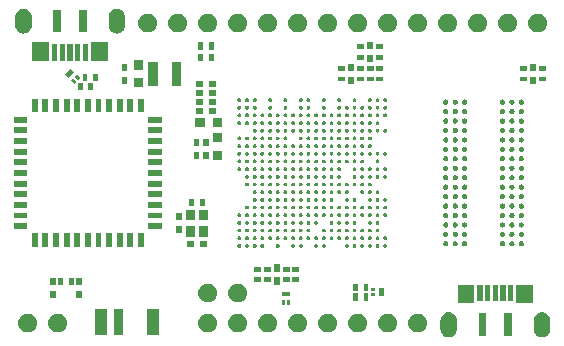
<source format=gbr>
G04 #@! TF.GenerationSoftware,KiCad,Pcbnew,5.0.2-bee76a0~70~ubuntu18.04.1*
G04 #@! TF.CreationDate,2019-05-20T11:18:47+08:00*
G04 #@! TF.ProjectId,require,72657175-6972-4652-9e6b-696361645f70,rev?*
G04 #@! TF.SameCoordinates,Original*
G04 #@! TF.FileFunction,Soldermask,Top*
G04 #@! TF.FilePolarity,Negative*
%FSLAX46Y46*%
G04 Gerber Fmt 4.6, Leading zero omitted, Abs format (unit mm)*
G04 Created by KiCad (PCBNEW 5.0.2-bee76a0~70~ubuntu18.04.1) date 2019年05月20日 星期一 11时18分47秒*
%MOMM*%
%LPD*%
G01*
G04 APERTURE LIST*
%ADD10C,0.100000*%
G04 APERTURE END LIST*
D10*
G36*
X76687223Y-76810128D02*
X76819174Y-76850155D01*
X76940780Y-76915155D01*
X77047369Y-77002630D01*
X77134845Y-77109219D01*
X77199845Y-77230825D01*
X77239872Y-77362776D01*
X77250000Y-77465610D01*
X77250000Y-78234390D01*
X77239872Y-78337224D01*
X77199845Y-78469175D01*
X77134845Y-78590781D01*
X77047370Y-78697370D01*
X76940781Y-78784845D01*
X76819175Y-78849845D01*
X76687224Y-78889872D01*
X76550000Y-78903387D01*
X76412777Y-78889872D01*
X76280826Y-78849845D01*
X76159220Y-78784845D01*
X76052631Y-78697370D01*
X75965156Y-78590781D01*
X75900156Y-78469175D01*
X75860128Y-78337224D01*
X75850000Y-78234390D01*
X75850000Y-77465611D01*
X75860128Y-77362777D01*
X75900155Y-77230826D01*
X75965155Y-77109220D01*
X76052630Y-77002631D01*
X76159219Y-76915155D01*
X76280825Y-76850155D01*
X76412776Y-76810128D01*
X76550000Y-76796613D01*
X76687223Y-76810128D01*
X76687223Y-76810128D01*
G37*
G36*
X84587223Y-76810128D02*
X84719174Y-76850155D01*
X84840780Y-76915155D01*
X84947369Y-77002630D01*
X85034845Y-77109219D01*
X85099845Y-77230825D01*
X85139872Y-77362776D01*
X85150000Y-77465610D01*
X85150000Y-78234390D01*
X85139872Y-78337224D01*
X85099845Y-78469175D01*
X85034845Y-78590781D01*
X84947370Y-78697370D01*
X84840781Y-78784845D01*
X84719175Y-78849845D01*
X84587224Y-78889872D01*
X84450000Y-78903387D01*
X84312777Y-78889872D01*
X84180826Y-78849845D01*
X84059220Y-78784845D01*
X83952631Y-78697370D01*
X83865156Y-78590781D01*
X83800156Y-78469175D01*
X83760128Y-78337224D01*
X83750000Y-78234390D01*
X83750000Y-77465611D01*
X83760128Y-77362777D01*
X83800155Y-77230826D01*
X83865155Y-77109220D01*
X83952630Y-77002631D01*
X84059219Y-76915155D01*
X84180825Y-76850155D01*
X84312776Y-76810128D01*
X84450000Y-76796613D01*
X84587223Y-76810128D01*
X84587223Y-76810128D01*
G37*
G36*
X79750000Y-78800000D02*
X79075000Y-78800000D01*
X79075000Y-76900000D01*
X79750000Y-76900000D01*
X79750000Y-78800000D01*
X79750000Y-78800000D01*
G37*
G36*
X81925000Y-78800000D02*
X81250000Y-78800000D01*
X81250000Y-76900000D01*
X81925000Y-76900000D01*
X81925000Y-78800000D01*
X81925000Y-78800000D01*
G37*
G36*
X49000000Y-78740000D02*
X48200000Y-78740000D01*
X48200000Y-76540000D01*
X49000000Y-76540000D01*
X49000000Y-78740000D01*
X49000000Y-78740000D01*
G37*
G36*
X52000000Y-78740000D02*
X51000000Y-78740000D01*
X51000000Y-76540000D01*
X52000000Y-76540000D01*
X52000000Y-78740000D01*
X52000000Y-78740000D01*
G37*
G36*
X47600000Y-78740000D02*
X46600000Y-78740000D01*
X46600000Y-76540000D01*
X47600000Y-76540000D01*
X47600000Y-78740000D01*
X47600000Y-78740000D01*
G37*
G36*
X69005602Y-76917735D02*
X69155224Y-76963123D01*
X69155226Y-76963124D01*
X69293116Y-77036827D01*
X69413981Y-77136019D01*
X69491788Y-77230826D01*
X69513172Y-77256883D01*
X69586877Y-77394776D01*
X69632265Y-77544398D01*
X69647590Y-77700000D01*
X69632265Y-77855602D01*
X69586877Y-78005224D01*
X69586876Y-78005226D01*
X69513173Y-78143116D01*
X69413981Y-78263981D01*
X69293116Y-78363173D01*
X69155226Y-78436876D01*
X69155224Y-78436877D01*
X69005602Y-78482265D01*
X68888989Y-78493750D01*
X68811011Y-78493750D01*
X68694398Y-78482265D01*
X68544776Y-78436877D01*
X68544774Y-78436876D01*
X68406884Y-78363173D01*
X68286019Y-78263981D01*
X68186827Y-78143116D01*
X68113124Y-78005226D01*
X68113123Y-78005224D01*
X68067735Y-77855602D01*
X68052410Y-77700000D01*
X68067735Y-77544398D01*
X68113123Y-77394776D01*
X68186828Y-77256883D01*
X68208213Y-77230826D01*
X68286019Y-77136019D01*
X68406884Y-77036827D01*
X68544774Y-76963124D01*
X68544776Y-76963123D01*
X68694398Y-76917735D01*
X68811011Y-76906250D01*
X68888989Y-76906250D01*
X69005602Y-76917735D01*
X69005602Y-76917735D01*
G37*
G36*
X56305602Y-76917735D02*
X56455224Y-76963123D01*
X56455226Y-76963124D01*
X56593116Y-77036827D01*
X56713981Y-77136019D01*
X56791788Y-77230826D01*
X56813172Y-77256883D01*
X56886877Y-77394776D01*
X56932265Y-77544398D01*
X56947590Y-77700000D01*
X56932265Y-77855602D01*
X56886877Y-78005224D01*
X56886876Y-78005226D01*
X56813173Y-78143116D01*
X56713981Y-78263981D01*
X56593116Y-78363173D01*
X56455226Y-78436876D01*
X56455224Y-78436877D01*
X56305602Y-78482265D01*
X56188989Y-78493750D01*
X56111011Y-78493750D01*
X55994398Y-78482265D01*
X55844776Y-78436877D01*
X55844774Y-78436876D01*
X55706884Y-78363173D01*
X55586019Y-78263981D01*
X55486827Y-78143116D01*
X55413124Y-78005226D01*
X55413123Y-78005224D01*
X55367735Y-77855602D01*
X55352410Y-77700000D01*
X55367735Y-77544398D01*
X55413123Y-77394776D01*
X55486828Y-77256883D01*
X55508213Y-77230826D01*
X55586019Y-77136019D01*
X55706884Y-77036827D01*
X55844774Y-76963124D01*
X55844776Y-76963123D01*
X55994398Y-76917735D01*
X56111011Y-76906250D01*
X56188989Y-76906250D01*
X56305602Y-76917735D01*
X56305602Y-76917735D01*
G37*
G36*
X58845602Y-76917735D02*
X58995224Y-76963123D01*
X58995226Y-76963124D01*
X59133116Y-77036827D01*
X59253981Y-77136019D01*
X59331788Y-77230826D01*
X59353172Y-77256883D01*
X59426877Y-77394776D01*
X59472265Y-77544398D01*
X59487590Y-77700000D01*
X59472265Y-77855602D01*
X59426877Y-78005224D01*
X59426876Y-78005226D01*
X59353173Y-78143116D01*
X59253981Y-78263981D01*
X59133116Y-78363173D01*
X58995226Y-78436876D01*
X58995224Y-78436877D01*
X58845602Y-78482265D01*
X58728989Y-78493750D01*
X58651011Y-78493750D01*
X58534398Y-78482265D01*
X58384776Y-78436877D01*
X58384774Y-78436876D01*
X58246884Y-78363173D01*
X58126019Y-78263981D01*
X58026827Y-78143116D01*
X57953124Y-78005226D01*
X57953123Y-78005224D01*
X57907735Y-77855602D01*
X57892410Y-77700000D01*
X57907735Y-77544398D01*
X57953123Y-77394776D01*
X58026828Y-77256883D01*
X58048213Y-77230826D01*
X58126019Y-77136019D01*
X58246884Y-77036827D01*
X58384774Y-76963124D01*
X58384776Y-76963123D01*
X58534398Y-76917735D01*
X58651011Y-76906250D01*
X58728989Y-76906250D01*
X58845602Y-76917735D01*
X58845602Y-76917735D01*
G37*
G36*
X71545602Y-76917735D02*
X71695224Y-76963123D01*
X71695226Y-76963124D01*
X71833116Y-77036827D01*
X71953981Y-77136019D01*
X72031788Y-77230826D01*
X72053172Y-77256883D01*
X72126877Y-77394776D01*
X72172265Y-77544398D01*
X72187590Y-77700000D01*
X72172265Y-77855602D01*
X72126877Y-78005224D01*
X72126876Y-78005226D01*
X72053173Y-78143116D01*
X71953981Y-78263981D01*
X71833116Y-78363173D01*
X71695226Y-78436876D01*
X71695224Y-78436877D01*
X71545602Y-78482265D01*
X71428989Y-78493750D01*
X71351011Y-78493750D01*
X71234398Y-78482265D01*
X71084776Y-78436877D01*
X71084774Y-78436876D01*
X70946884Y-78363173D01*
X70826019Y-78263981D01*
X70726827Y-78143116D01*
X70653124Y-78005226D01*
X70653123Y-78005224D01*
X70607735Y-77855602D01*
X70592410Y-77700000D01*
X70607735Y-77544398D01*
X70653123Y-77394776D01*
X70726828Y-77256883D01*
X70748213Y-77230826D01*
X70826019Y-77136019D01*
X70946884Y-77036827D01*
X71084774Y-76963124D01*
X71084776Y-76963123D01*
X71234398Y-76917735D01*
X71351011Y-76906250D01*
X71428989Y-76906250D01*
X71545602Y-76917735D01*
X71545602Y-76917735D01*
G37*
G36*
X63925602Y-76917735D02*
X64075224Y-76963123D01*
X64075226Y-76963124D01*
X64213116Y-77036827D01*
X64333981Y-77136019D01*
X64411788Y-77230826D01*
X64433172Y-77256883D01*
X64506877Y-77394776D01*
X64552265Y-77544398D01*
X64567590Y-77700000D01*
X64552265Y-77855602D01*
X64506877Y-78005224D01*
X64506876Y-78005226D01*
X64433173Y-78143116D01*
X64333981Y-78263981D01*
X64213116Y-78363173D01*
X64075226Y-78436876D01*
X64075224Y-78436877D01*
X63925602Y-78482265D01*
X63808989Y-78493750D01*
X63731011Y-78493750D01*
X63614398Y-78482265D01*
X63464776Y-78436877D01*
X63464774Y-78436876D01*
X63326884Y-78363173D01*
X63206019Y-78263981D01*
X63106827Y-78143116D01*
X63033124Y-78005226D01*
X63033123Y-78005224D01*
X62987735Y-77855602D01*
X62972410Y-77700000D01*
X62987735Y-77544398D01*
X63033123Y-77394776D01*
X63106828Y-77256883D01*
X63128213Y-77230826D01*
X63206019Y-77136019D01*
X63326884Y-77036827D01*
X63464774Y-76963124D01*
X63464776Y-76963123D01*
X63614398Y-76917735D01*
X63731011Y-76906250D01*
X63808989Y-76906250D01*
X63925602Y-76917735D01*
X63925602Y-76917735D01*
G37*
G36*
X74085602Y-76917735D02*
X74235224Y-76963123D01*
X74235226Y-76963124D01*
X74373116Y-77036827D01*
X74493981Y-77136019D01*
X74571788Y-77230826D01*
X74593172Y-77256883D01*
X74666877Y-77394776D01*
X74712265Y-77544398D01*
X74727590Y-77700000D01*
X74712265Y-77855602D01*
X74666877Y-78005224D01*
X74666876Y-78005226D01*
X74593173Y-78143116D01*
X74493981Y-78263981D01*
X74373116Y-78363173D01*
X74235226Y-78436876D01*
X74235224Y-78436877D01*
X74085602Y-78482265D01*
X73968989Y-78493750D01*
X73891011Y-78493750D01*
X73774398Y-78482265D01*
X73624776Y-78436877D01*
X73624774Y-78436876D01*
X73486884Y-78363173D01*
X73366019Y-78263981D01*
X73266827Y-78143116D01*
X73193124Y-78005226D01*
X73193123Y-78005224D01*
X73147735Y-77855602D01*
X73132410Y-77700000D01*
X73147735Y-77544398D01*
X73193123Y-77394776D01*
X73266828Y-77256883D01*
X73288213Y-77230826D01*
X73366019Y-77136019D01*
X73486884Y-77036827D01*
X73624774Y-76963124D01*
X73624776Y-76963123D01*
X73774398Y-76917735D01*
X73891011Y-76906250D01*
X73968989Y-76906250D01*
X74085602Y-76917735D01*
X74085602Y-76917735D01*
G37*
G36*
X66465602Y-76917735D02*
X66615224Y-76963123D01*
X66615226Y-76963124D01*
X66753116Y-77036827D01*
X66873981Y-77136019D01*
X66951788Y-77230826D01*
X66973172Y-77256883D01*
X67046877Y-77394776D01*
X67092265Y-77544398D01*
X67107590Y-77700000D01*
X67092265Y-77855602D01*
X67046877Y-78005224D01*
X67046876Y-78005226D01*
X66973173Y-78143116D01*
X66873981Y-78263981D01*
X66753116Y-78363173D01*
X66615226Y-78436876D01*
X66615224Y-78436877D01*
X66465602Y-78482265D01*
X66348989Y-78493750D01*
X66271011Y-78493750D01*
X66154398Y-78482265D01*
X66004776Y-78436877D01*
X66004774Y-78436876D01*
X65866884Y-78363173D01*
X65746019Y-78263981D01*
X65646827Y-78143116D01*
X65573124Y-78005226D01*
X65573123Y-78005224D01*
X65527735Y-77855602D01*
X65512410Y-77700000D01*
X65527735Y-77544398D01*
X65573123Y-77394776D01*
X65646828Y-77256883D01*
X65668213Y-77230826D01*
X65746019Y-77136019D01*
X65866884Y-77036827D01*
X66004774Y-76963124D01*
X66004776Y-76963123D01*
X66154398Y-76917735D01*
X66271011Y-76906250D01*
X66348989Y-76906250D01*
X66465602Y-76917735D01*
X66465602Y-76917735D01*
G37*
G36*
X41065602Y-76917735D02*
X41215224Y-76963123D01*
X41215226Y-76963124D01*
X41353116Y-77036827D01*
X41473981Y-77136019D01*
X41551788Y-77230826D01*
X41573172Y-77256883D01*
X41646877Y-77394776D01*
X41692265Y-77544398D01*
X41707590Y-77700000D01*
X41692265Y-77855602D01*
X41646877Y-78005224D01*
X41646876Y-78005226D01*
X41573173Y-78143116D01*
X41473981Y-78263981D01*
X41353116Y-78363173D01*
X41215226Y-78436876D01*
X41215224Y-78436877D01*
X41065602Y-78482265D01*
X40948989Y-78493750D01*
X40871011Y-78493750D01*
X40754398Y-78482265D01*
X40604776Y-78436877D01*
X40604774Y-78436876D01*
X40466884Y-78363173D01*
X40346019Y-78263981D01*
X40246827Y-78143116D01*
X40173124Y-78005226D01*
X40173123Y-78005224D01*
X40127735Y-77855602D01*
X40112410Y-77700000D01*
X40127735Y-77544398D01*
X40173123Y-77394776D01*
X40246828Y-77256883D01*
X40268213Y-77230826D01*
X40346019Y-77136019D01*
X40466884Y-77036827D01*
X40604774Y-76963124D01*
X40604776Y-76963123D01*
X40754398Y-76917735D01*
X40871011Y-76906250D01*
X40948989Y-76906250D01*
X41065602Y-76917735D01*
X41065602Y-76917735D01*
G37*
G36*
X61385602Y-76917735D02*
X61535224Y-76963123D01*
X61535226Y-76963124D01*
X61673116Y-77036827D01*
X61793981Y-77136019D01*
X61871788Y-77230826D01*
X61893172Y-77256883D01*
X61966877Y-77394776D01*
X62012265Y-77544398D01*
X62027590Y-77700000D01*
X62012265Y-77855602D01*
X61966877Y-78005224D01*
X61966876Y-78005226D01*
X61893173Y-78143116D01*
X61793981Y-78263981D01*
X61673116Y-78363173D01*
X61535226Y-78436876D01*
X61535224Y-78436877D01*
X61385602Y-78482265D01*
X61268989Y-78493750D01*
X61191011Y-78493750D01*
X61074398Y-78482265D01*
X60924776Y-78436877D01*
X60924774Y-78436876D01*
X60786884Y-78363173D01*
X60666019Y-78263981D01*
X60566827Y-78143116D01*
X60493124Y-78005226D01*
X60493123Y-78005224D01*
X60447735Y-77855602D01*
X60432410Y-77700000D01*
X60447735Y-77544398D01*
X60493123Y-77394776D01*
X60566828Y-77256883D01*
X60588213Y-77230826D01*
X60666019Y-77136019D01*
X60786884Y-77036827D01*
X60924774Y-76963124D01*
X60924776Y-76963123D01*
X61074398Y-76917735D01*
X61191011Y-76906250D01*
X61268989Y-76906250D01*
X61385602Y-76917735D01*
X61385602Y-76917735D01*
G37*
G36*
X43605602Y-76917735D02*
X43755224Y-76963123D01*
X43755226Y-76963124D01*
X43893116Y-77036827D01*
X44013981Y-77136019D01*
X44091788Y-77230826D01*
X44113172Y-77256883D01*
X44186877Y-77394776D01*
X44232265Y-77544398D01*
X44247590Y-77700000D01*
X44232265Y-77855602D01*
X44186877Y-78005224D01*
X44186876Y-78005226D01*
X44113173Y-78143116D01*
X44013981Y-78263981D01*
X43893116Y-78363173D01*
X43755226Y-78436876D01*
X43755224Y-78436877D01*
X43605602Y-78482265D01*
X43488989Y-78493750D01*
X43411011Y-78493750D01*
X43294398Y-78482265D01*
X43144776Y-78436877D01*
X43144774Y-78436876D01*
X43006884Y-78363173D01*
X42886019Y-78263981D01*
X42786827Y-78143116D01*
X42713124Y-78005226D01*
X42713123Y-78005224D01*
X42667735Y-77855602D01*
X42652410Y-77700000D01*
X42667735Y-77544398D01*
X42713123Y-77394776D01*
X42786828Y-77256883D01*
X42808213Y-77230826D01*
X42886019Y-77136019D01*
X43006884Y-77036827D01*
X43144774Y-76963124D01*
X43144776Y-76963123D01*
X43294398Y-76917735D01*
X43411011Y-76906250D01*
X43488989Y-76906250D01*
X43605602Y-76917735D01*
X43605602Y-76917735D01*
G37*
G36*
X63150000Y-76150000D02*
X62900000Y-76150000D01*
X62900000Y-75750000D01*
X63150000Y-75750000D01*
X63150000Y-76150000D01*
X63150000Y-76150000D01*
G37*
G36*
X62700000Y-76150000D02*
X62450000Y-76150000D01*
X62450000Y-75750000D01*
X62700000Y-75750000D01*
X62700000Y-76150000D01*
X62700000Y-76150000D01*
G37*
G36*
X83700000Y-76050000D02*
X82275000Y-76050000D01*
X82275000Y-74500000D01*
X83700000Y-74500000D01*
X83700000Y-76050000D01*
X83700000Y-76050000D01*
G37*
G36*
X78725000Y-76050000D02*
X77300000Y-76050000D01*
X77300000Y-74500000D01*
X78725000Y-74500000D01*
X78725000Y-76050000D01*
X78725000Y-76050000D01*
G37*
G36*
X58845602Y-74377735D02*
X58995224Y-74423123D01*
X58995226Y-74423124D01*
X59133116Y-74496827D01*
X59253981Y-74596019D01*
X59353173Y-74716884D01*
X59426876Y-74854774D01*
X59426877Y-74854776D01*
X59472265Y-75004398D01*
X59487590Y-75160000D01*
X59472265Y-75315602D01*
X59431495Y-75450000D01*
X59426876Y-75465226D01*
X59353173Y-75603116D01*
X59253981Y-75723981D01*
X59133116Y-75823173D01*
X59026799Y-75880000D01*
X58995224Y-75896877D01*
X58845602Y-75942265D01*
X58728989Y-75953750D01*
X58651011Y-75953750D01*
X58534398Y-75942265D01*
X58384776Y-75896877D01*
X58353201Y-75880000D01*
X58246884Y-75823173D01*
X58126019Y-75723981D01*
X58026827Y-75603116D01*
X57953124Y-75465226D01*
X57948505Y-75450000D01*
X57907735Y-75315602D01*
X57892410Y-75160000D01*
X57907735Y-75004398D01*
X57953123Y-74854776D01*
X57953124Y-74854774D01*
X58026827Y-74716884D01*
X58126019Y-74596019D01*
X58246884Y-74496827D01*
X58384774Y-74423124D01*
X58384776Y-74423123D01*
X58534398Y-74377735D01*
X58651011Y-74366250D01*
X58728989Y-74366250D01*
X58845602Y-74377735D01*
X58845602Y-74377735D01*
G37*
G36*
X56305602Y-74377735D02*
X56455224Y-74423123D01*
X56455226Y-74423124D01*
X56593116Y-74496827D01*
X56713981Y-74596019D01*
X56813173Y-74716884D01*
X56886876Y-74854774D01*
X56886877Y-74854776D01*
X56932265Y-75004398D01*
X56947590Y-75160000D01*
X56932265Y-75315602D01*
X56891495Y-75450000D01*
X56886876Y-75465226D01*
X56813173Y-75603116D01*
X56713981Y-75723981D01*
X56593116Y-75823173D01*
X56486799Y-75880000D01*
X56455224Y-75896877D01*
X56305602Y-75942265D01*
X56188989Y-75953750D01*
X56111011Y-75953750D01*
X55994398Y-75942265D01*
X55844776Y-75896877D01*
X55813201Y-75880000D01*
X55706884Y-75823173D01*
X55586019Y-75723981D01*
X55486827Y-75603116D01*
X55413124Y-75465226D01*
X55408505Y-75450000D01*
X55367735Y-75315602D01*
X55352410Y-75160000D01*
X55367735Y-75004398D01*
X55413123Y-74854776D01*
X55413124Y-74854774D01*
X55486827Y-74716884D01*
X55586019Y-74596019D01*
X55706884Y-74496827D01*
X55844774Y-74423124D01*
X55844776Y-74423123D01*
X55994398Y-74377735D01*
X56111011Y-74366250D01*
X56188989Y-74366250D01*
X56305602Y-74377735D01*
X56305602Y-74377735D01*
G37*
G36*
X80075000Y-75880000D02*
X79625000Y-75880000D01*
X79625000Y-74500000D01*
X80075000Y-74500000D01*
X80075000Y-75880000D01*
X80075000Y-75880000D01*
G37*
G36*
X80725000Y-75880000D02*
X80275000Y-75880000D01*
X80275000Y-74500000D01*
X80725000Y-74500000D01*
X80725000Y-75880000D01*
X80725000Y-75880000D01*
G37*
G36*
X79425000Y-75880000D02*
X78975000Y-75880000D01*
X78975000Y-74500000D01*
X79425000Y-74500000D01*
X79425000Y-75880000D01*
X79425000Y-75880000D01*
G37*
G36*
X81375000Y-75880000D02*
X80925000Y-75880000D01*
X80925000Y-74500000D01*
X81375000Y-74500000D01*
X81375000Y-75880000D01*
X81375000Y-75880000D01*
G37*
G36*
X82025000Y-75880000D02*
X81575000Y-75880000D01*
X81575000Y-74500000D01*
X82025000Y-74500000D01*
X82025000Y-75880000D01*
X82025000Y-75880000D01*
G37*
G36*
X69750000Y-75800000D02*
X69350000Y-75800000D01*
X69350000Y-75200000D01*
X69750000Y-75200000D01*
X69750000Y-75800000D01*
X69750000Y-75800000D01*
G37*
G36*
X68850000Y-75800000D02*
X68450000Y-75800000D01*
X68450000Y-75200000D01*
X68850000Y-75200000D01*
X68850000Y-75800000D01*
X68850000Y-75800000D01*
G37*
G36*
X43300000Y-75600000D02*
X42800000Y-75600000D01*
X42800000Y-75000000D01*
X43300000Y-75000000D01*
X43300000Y-75600000D01*
X43300000Y-75600000D01*
G37*
G36*
X45500000Y-75600000D02*
X45000000Y-75600000D01*
X45000000Y-75000000D01*
X45500000Y-75000000D01*
X45500000Y-75600000D01*
X45500000Y-75600000D01*
G37*
G36*
X71050000Y-75450000D02*
X70650000Y-75450000D01*
X70650000Y-74750000D01*
X71050000Y-74750000D01*
X71050000Y-75450000D01*
X71050000Y-75450000D01*
G37*
G36*
X70350000Y-75450000D02*
X69950000Y-75450000D01*
X69950000Y-75200000D01*
X70350000Y-75200000D01*
X70350000Y-75450000D01*
X70350000Y-75450000D01*
G37*
G36*
X63150000Y-75450000D02*
X62450000Y-75450000D01*
X62450000Y-75050000D01*
X63150000Y-75050000D01*
X63150000Y-75450000D01*
X63150000Y-75450000D01*
G37*
G36*
X70350000Y-75000000D02*
X69950000Y-75000000D01*
X69950000Y-74750000D01*
X70350000Y-74750000D01*
X70350000Y-75000000D01*
X70350000Y-75000000D01*
G37*
G36*
X68850000Y-75000000D02*
X68450000Y-75000000D01*
X68450000Y-74400000D01*
X68850000Y-74400000D01*
X68850000Y-75000000D01*
X68850000Y-75000000D01*
G37*
G36*
X69750000Y-75000000D02*
X69350000Y-75000000D01*
X69350000Y-74400000D01*
X69750000Y-74400000D01*
X69750000Y-75000000D01*
X69750000Y-75000000D01*
G37*
G36*
X45500000Y-74500000D02*
X45000000Y-74500000D01*
X45000000Y-73900000D01*
X45500000Y-73900000D01*
X45500000Y-74500000D01*
X45500000Y-74500000D01*
G37*
G36*
X44800000Y-74500000D02*
X44400000Y-74500000D01*
X44400000Y-73900000D01*
X44800000Y-73900000D01*
X44800000Y-74500000D01*
X44800000Y-74500000D01*
G37*
G36*
X43900000Y-74500000D02*
X43500000Y-74500000D01*
X43500000Y-73900000D01*
X43900000Y-73900000D01*
X43900000Y-74500000D01*
X43900000Y-74500000D01*
G37*
G36*
X43300000Y-74500000D02*
X42800000Y-74500000D01*
X42800000Y-73900000D01*
X43300000Y-73900000D01*
X43300000Y-74500000D01*
X43300000Y-74500000D01*
G37*
G36*
X62250000Y-74450000D02*
X61750000Y-74450000D01*
X61750000Y-73850000D01*
X62250000Y-73850000D01*
X62250000Y-74450000D01*
X62250000Y-74450000D01*
G37*
G36*
X63100000Y-74250000D02*
X62500000Y-74250000D01*
X62500000Y-73850000D01*
X63100000Y-73850000D01*
X63100000Y-74250000D01*
X63100000Y-74250000D01*
G37*
G36*
X60700000Y-74250000D02*
X60100000Y-74250000D01*
X60100000Y-73850000D01*
X60700000Y-73850000D01*
X60700000Y-74250000D01*
X60700000Y-74250000D01*
G37*
G36*
X61500000Y-74250000D02*
X60900000Y-74250000D01*
X60900000Y-73850000D01*
X61500000Y-73850000D01*
X61500000Y-74250000D01*
X61500000Y-74250000D01*
G37*
G36*
X63900000Y-74250000D02*
X63300000Y-74250000D01*
X63300000Y-73850000D01*
X63900000Y-73850000D01*
X63900000Y-74250000D01*
X63900000Y-74250000D01*
G37*
G36*
X61500000Y-73350000D02*
X60900000Y-73350000D01*
X60900000Y-72950000D01*
X61500000Y-72950000D01*
X61500000Y-73350000D01*
X61500000Y-73350000D01*
G37*
G36*
X62250000Y-73350000D02*
X61750000Y-73350000D01*
X61750000Y-72750000D01*
X62250000Y-72750000D01*
X62250000Y-73350000D01*
X62250000Y-73350000D01*
G37*
G36*
X63900000Y-73350000D02*
X63300000Y-73350000D01*
X63300000Y-72950000D01*
X63900000Y-72950000D01*
X63900000Y-73350000D01*
X63900000Y-73350000D01*
G37*
G36*
X63100000Y-73350000D02*
X62500000Y-73350000D01*
X62500000Y-72950000D01*
X63100000Y-72950000D01*
X63100000Y-73350000D01*
X63100000Y-73350000D01*
G37*
G36*
X60700000Y-73350000D02*
X60100000Y-73350000D01*
X60100000Y-72950000D01*
X60700000Y-72950000D01*
X60700000Y-73350000D01*
X60700000Y-73350000D01*
G37*
G36*
X63423129Y-71016341D02*
X63453157Y-71028779D01*
X63480181Y-71046836D01*
X63503164Y-71069819D01*
X63521221Y-71096843D01*
X63533659Y-71126871D01*
X63540000Y-71158749D01*
X63540000Y-71191251D01*
X63533659Y-71223129D01*
X63521221Y-71253157D01*
X63503164Y-71280181D01*
X63480181Y-71303164D01*
X63453157Y-71321221D01*
X63423129Y-71333659D01*
X63391251Y-71340000D01*
X63358749Y-71340000D01*
X63326871Y-71333659D01*
X63296843Y-71321221D01*
X63269819Y-71303164D01*
X63246836Y-71280181D01*
X63228779Y-71253157D01*
X63216341Y-71223129D01*
X63210000Y-71191251D01*
X63210000Y-71158749D01*
X63216341Y-71126871D01*
X63228779Y-71096843D01*
X63246836Y-71069819D01*
X63269819Y-71046836D01*
X63296843Y-71028779D01*
X63326871Y-71016341D01*
X63358749Y-71010000D01*
X63391251Y-71010000D01*
X63423129Y-71016341D01*
X63423129Y-71016341D01*
G37*
G36*
X58873129Y-71016341D02*
X58903157Y-71028779D01*
X58930181Y-71046836D01*
X58953164Y-71069819D01*
X58971221Y-71096843D01*
X58983659Y-71126871D01*
X58990000Y-71158749D01*
X58990000Y-71191251D01*
X58983659Y-71223129D01*
X58971221Y-71253157D01*
X58953164Y-71280181D01*
X58930181Y-71303164D01*
X58903157Y-71321221D01*
X58873129Y-71333659D01*
X58841251Y-71340000D01*
X58808749Y-71340000D01*
X58776871Y-71333659D01*
X58746843Y-71321221D01*
X58719819Y-71303164D01*
X58696836Y-71280181D01*
X58678779Y-71253157D01*
X58666341Y-71223129D01*
X58660000Y-71191251D01*
X58660000Y-71158749D01*
X58666341Y-71126871D01*
X58678779Y-71096843D01*
X58696836Y-71069819D01*
X58719819Y-71046836D01*
X58746843Y-71028779D01*
X58776871Y-71016341D01*
X58808749Y-71010000D01*
X58841251Y-71010000D01*
X58873129Y-71016341D01*
X58873129Y-71016341D01*
G37*
G36*
X59523129Y-71016341D02*
X59553157Y-71028779D01*
X59580181Y-71046836D01*
X59603164Y-71069819D01*
X59621221Y-71096843D01*
X59633659Y-71126871D01*
X59640000Y-71158749D01*
X59640000Y-71191251D01*
X59633659Y-71223129D01*
X59621221Y-71253157D01*
X59603164Y-71280181D01*
X59580181Y-71303164D01*
X59553157Y-71321221D01*
X59523129Y-71333659D01*
X59491251Y-71340000D01*
X59458749Y-71340000D01*
X59426871Y-71333659D01*
X59396843Y-71321221D01*
X59369819Y-71303164D01*
X59346836Y-71280181D01*
X59328779Y-71253157D01*
X59316341Y-71223129D01*
X59310000Y-71191251D01*
X59310000Y-71158749D01*
X59316341Y-71126871D01*
X59328779Y-71096843D01*
X59346836Y-71069819D01*
X59369819Y-71046836D01*
X59396843Y-71028779D01*
X59426871Y-71016341D01*
X59458749Y-71010000D01*
X59491251Y-71010000D01*
X59523129Y-71016341D01*
X59523129Y-71016341D01*
G37*
G36*
X60173129Y-71016341D02*
X60203157Y-71028779D01*
X60230181Y-71046836D01*
X60253164Y-71069819D01*
X60271221Y-71096843D01*
X60283659Y-71126871D01*
X60290000Y-71158749D01*
X60290000Y-71191251D01*
X60283659Y-71223129D01*
X60271221Y-71253157D01*
X60253164Y-71280181D01*
X60230181Y-71303164D01*
X60203157Y-71321221D01*
X60173129Y-71333659D01*
X60141251Y-71340000D01*
X60108749Y-71340000D01*
X60076871Y-71333659D01*
X60046843Y-71321221D01*
X60019819Y-71303164D01*
X59996836Y-71280181D01*
X59978779Y-71253157D01*
X59966341Y-71223129D01*
X59960000Y-71191251D01*
X59960000Y-71158749D01*
X59966341Y-71126871D01*
X59978779Y-71096843D01*
X59996836Y-71069819D01*
X60019819Y-71046836D01*
X60046843Y-71028779D01*
X60076871Y-71016341D01*
X60108749Y-71010000D01*
X60141251Y-71010000D01*
X60173129Y-71016341D01*
X60173129Y-71016341D01*
G37*
G36*
X60823129Y-71016341D02*
X60853157Y-71028779D01*
X60880181Y-71046836D01*
X60903164Y-71069819D01*
X60921221Y-71096843D01*
X60933659Y-71126871D01*
X60940000Y-71158749D01*
X60940000Y-71191251D01*
X60933659Y-71223129D01*
X60921221Y-71253157D01*
X60903164Y-71280181D01*
X60880181Y-71303164D01*
X60853157Y-71321221D01*
X60823129Y-71333659D01*
X60791251Y-71340000D01*
X60758749Y-71340000D01*
X60726871Y-71333659D01*
X60696843Y-71321221D01*
X60669819Y-71303164D01*
X60646836Y-71280181D01*
X60628779Y-71253157D01*
X60616341Y-71223129D01*
X60610000Y-71191251D01*
X60610000Y-71158749D01*
X60616341Y-71126871D01*
X60628779Y-71096843D01*
X60646836Y-71069819D01*
X60669819Y-71046836D01*
X60696843Y-71028779D01*
X60726871Y-71016341D01*
X60758749Y-71010000D01*
X60791251Y-71010000D01*
X60823129Y-71016341D01*
X60823129Y-71016341D01*
G37*
G36*
X62123129Y-71016341D02*
X62153157Y-71028779D01*
X62180181Y-71046836D01*
X62203164Y-71069819D01*
X62221221Y-71096843D01*
X62233659Y-71126871D01*
X62240000Y-71158749D01*
X62240000Y-71191251D01*
X62233659Y-71223129D01*
X62221221Y-71253157D01*
X62203164Y-71280181D01*
X62180181Y-71303164D01*
X62153157Y-71321221D01*
X62123129Y-71333659D01*
X62091251Y-71340000D01*
X62058749Y-71340000D01*
X62026871Y-71333659D01*
X61996843Y-71321221D01*
X61969819Y-71303164D01*
X61946836Y-71280181D01*
X61928779Y-71253157D01*
X61916341Y-71223129D01*
X61910000Y-71191251D01*
X61910000Y-71158749D01*
X61916341Y-71126871D01*
X61928779Y-71096843D01*
X61946836Y-71069819D01*
X61969819Y-71046836D01*
X61996843Y-71028779D01*
X62026871Y-71016341D01*
X62058749Y-71010000D01*
X62091251Y-71010000D01*
X62123129Y-71016341D01*
X62123129Y-71016341D01*
G37*
G36*
X64073129Y-71016341D02*
X64103157Y-71028779D01*
X64130181Y-71046836D01*
X64153164Y-71069819D01*
X64171221Y-71096843D01*
X64183659Y-71126871D01*
X64190000Y-71158749D01*
X64190000Y-71191251D01*
X64183659Y-71223129D01*
X64171221Y-71253157D01*
X64153164Y-71280181D01*
X64130181Y-71303164D01*
X64103157Y-71321221D01*
X64073129Y-71333659D01*
X64041251Y-71340000D01*
X64008749Y-71340000D01*
X63976871Y-71333659D01*
X63946843Y-71321221D01*
X63919819Y-71303164D01*
X63896836Y-71280181D01*
X63878779Y-71253157D01*
X63866341Y-71223129D01*
X63860000Y-71191251D01*
X63860000Y-71158749D01*
X63866341Y-71126871D01*
X63878779Y-71096843D01*
X63896836Y-71069819D01*
X63919819Y-71046836D01*
X63946843Y-71028779D01*
X63976871Y-71016341D01*
X64008749Y-71010000D01*
X64041251Y-71010000D01*
X64073129Y-71016341D01*
X64073129Y-71016341D01*
G37*
G36*
X67973129Y-71016341D02*
X68003157Y-71028779D01*
X68030181Y-71046836D01*
X68053164Y-71069819D01*
X68071221Y-71096843D01*
X68083659Y-71126871D01*
X68090000Y-71158749D01*
X68090000Y-71191251D01*
X68083659Y-71223129D01*
X68071221Y-71253157D01*
X68053164Y-71280181D01*
X68030181Y-71303164D01*
X68003157Y-71321221D01*
X67973129Y-71333659D01*
X67941251Y-71340000D01*
X67908749Y-71340000D01*
X67876871Y-71333659D01*
X67846843Y-71321221D01*
X67819819Y-71303164D01*
X67796836Y-71280181D01*
X67778779Y-71253157D01*
X67766341Y-71223129D01*
X67760000Y-71191251D01*
X67760000Y-71158749D01*
X67766341Y-71126871D01*
X67778779Y-71096843D01*
X67796836Y-71069819D01*
X67819819Y-71046836D01*
X67846843Y-71028779D01*
X67876871Y-71016341D01*
X67908749Y-71010000D01*
X67941251Y-71010000D01*
X67973129Y-71016341D01*
X67973129Y-71016341D01*
G37*
G36*
X68623129Y-71016341D02*
X68653157Y-71028779D01*
X68680181Y-71046836D01*
X68703164Y-71069819D01*
X68721221Y-71096843D01*
X68733659Y-71126871D01*
X68740000Y-71158749D01*
X68740000Y-71191251D01*
X68733659Y-71223129D01*
X68721221Y-71253157D01*
X68703164Y-71280181D01*
X68680181Y-71303164D01*
X68653157Y-71321221D01*
X68623129Y-71333659D01*
X68591251Y-71340000D01*
X68558749Y-71340000D01*
X68526871Y-71333659D01*
X68496843Y-71321221D01*
X68469819Y-71303164D01*
X68446836Y-71280181D01*
X68428779Y-71253157D01*
X68416341Y-71223129D01*
X68410000Y-71191251D01*
X68410000Y-71158749D01*
X68416341Y-71126871D01*
X68428779Y-71096843D01*
X68446836Y-71069819D01*
X68469819Y-71046836D01*
X68496843Y-71028779D01*
X68526871Y-71016341D01*
X68558749Y-71010000D01*
X68591251Y-71010000D01*
X68623129Y-71016341D01*
X68623129Y-71016341D01*
G37*
G36*
X69273129Y-71016341D02*
X69303157Y-71028779D01*
X69330181Y-71046836D01*
X69353164Y-71069819D01*
X69371221Y-71096843D01*
X69383659Y-71126871D01*
X69390000Y-71158749D01*
X69390000Y-71191251D01*
X69383659Y-71223129D01*
X69371221Y-71253157D01*
X69353164Y-71280181D01*
X69330181Y-71303164D01*
X69303157Y-71321221D01*
X69273129Y-71333659D01*
X69241251Y-71340000D01*
X69208749Y-71340000D01*
X69176871Y-71333659D01*
X69146843Y-71321221D01*
X69119819Y-71303164D01*
X69096836Y-71280181D01*
X69078779Y-71253157D01*
X69066341Y-71223129D01*
X69060000Y-71191251D01*
X69060000Y-71158749D01*
X69066341Y-71126871D01*
X69078779Y-71096843D01*
X69096836Y-71069819D01*
X69119819Y-71046836D01*
X69146843Y-71028779D01*
X69176871Y-71016341D01*
X69208749Y-71010000D01*
X69241251Y-71010000D01*
X69273129Y-71016341D01*
X69273129Y-71016341D01*
G37*
G36*
X69923129Y-71016341D02*
X69953157Y-71028779D01*
X69980181Y-71046836D01*
X70003164Y-71069819D01*
X70021221Y-71096843D01*
X70033659Y-71126871D01*
X70040000Y-71158749D01*
X70040000Y-71191251D01*
X70033659Y-71223129D01*
X70021221Y-71253157D01*
X70003164Y-71280181D01*
X69980181Y-71303164D01*
X69953157Y-71321221D01*
X69923129Y-71333659D01*
X69891251Y-71340000D01*
X69858749Y-71340000D01*
X69826871Y-71333659D01*
X69796843Y-71321221D01*
X69769819Y-71303164D01*
X69746836Y-71280181D01*
X69728779Y-71253157D01*
X69716341Y-71223129D01*
X69710000Y-71191251D01*
X69710000Y-71158749D01*
X69716341Y-71126871D01*
X69728779Y-71096843D01*
X69746836Y-71069819D01*
X69769819Y-71046836D01*
X69796843Y-71028779D01*
X69826871Y-71016341D01*
X69858749Y-71010000D01*
X69891251Y-71010000D01*
X69923129Y-71016341D01*
X69923129Y-71016341D01*
G37*
G36*
X71223129Y-71016341D02*
X71253157Y-71028779D01*
X71280181Y-71046836D01*
X71303164Y-71069819D01*
X71321221Y-71096843D01*
X71333659Y-71126871D01*
X71340000Y-71158749D01*
X71340000Y-71191251D01*
X71333659Y-71223129D01*
X71321221Y-71253157D01*
X71303164Y-71280181D01*
X71280181Y-71303164D01*
X71253157Y-71321221D01*
X71223129Y-71333659D01*
X71191251Y-71340000D01*
X71158749Y-71340000D01*
X71126871Y-71333659D01*
X71096843Y-71321221D01*
X71069819Y-71303164D01*
X71046836Y-71280181D01*
X71028779Y-71253157D01*
X71016341Y-71223129D01*
X71010000Y-71191251D01*
X71010000Y-71158749D01*
X71016341Y-71126871D01*
X71028779Y-71096843D01*
X71046836Y-71069819D01*
X71069819Y-71046836D01*
X71096843Y-71028779D01*
X71126871Y-71016341D01*
X71158749Y-71010000D01*
X71191251Y-71010000D01*
X71223129Y-71016341D01*
X71223129Y-71016341D01*
G37*
G36*
X70573129Y-71016341D02*
X70603157Y-71028779D01*
X70630181Y-71046836D01*
X70653164Y-71069819D01*
X70671221Y-71096843D01*
X70683659Y-71126871D01*
X70690000Y-71158749D01*
X70690000Y-71191251D01*
X70683659Y-71223129D01*
X70671221Y-71253157D01*
X70653164Y-71280181D01*
X70630181Y-71303164D01*
X70603157Y-71321221D01*
X70573129Y-71333659D01*
X70541251Y-71340000D01*
X70508749Y-71340000D01*
X70476871Y-71333659D01*
X70446843Y-71321221D01*
X70419819Y-71303164D01*
X70396836Y-71280181D01*
X70378779Y-71253157D01*
X70366341Y-71223129D01*
X70360000Y-71191251D01*
X70360000Y-71158749D01*
X70366341Y-71126871D01*
X70378779Y-71096843D01*
X70396836Y-71069819D01*
X70419819Y-71046836D01*
X70446843Y-71028779D01*
X70476871Y-71016341D01*
X70508749Y-71010000D01*
X70541251Y-71010000D01*
X70573129Y-71016341D01*
X70573129Y-71016341D01*
G37*
G36*
X66023129Y-71016341D02*
X66053157Y-71028779D01*
X66080181Y-71046836D01*
X66103164Y-71069819D01*
X66121221Y-71096843D01*
X66133659Y-71126871D01*
X66140000Y-71158749D01*
X66140000Y-71191251D01*
X66133659Y-71223129D01*
X66121221Y-71253157D01*
X66103164Y-71280181D01*
X66080181Y-71303164D01*
X66053157Y-71321221D01*
X66023129Y-71333659D01*
X65991251Y-71340000D01*
X65958749Y-71340000D01*
X65926871Y-71333659D01*
X65896843Y-71321221D01*
X65869819Y-71303164D01*
X65846836Y-71280181D01*
X65828779Y-71253157D01*
X65816341Y-71223129D01*
X65810000Y-71191251D01*
X65810000Y-71158749D01*
X65816341Y-71126871D01*
X65828779Y-71096843D01*
X65846836Y-71069819D01*
X65869819Y-71046836D01*
X65896843Y-71028779D01*
X65926871Y-71016341D01*
X65958749Y-71010000D01*
X65991251Y-71010000D01*
X66023129Y-71016341D01*
X66023129Y-71016341D01*
G37*
G36*
X65373129Y-71016341D02*
X65403157Y-71028779D01*
X65430181Y-71046836D01*
X65453164Y-71069819D01*
X65471221Y-71096843D01*
X65483659Y-71126871D01*
X65490000Y-71158749D01*
X65490000Y-71191251D01*
X65483659Y-71223129D01*
X65471221Y-71253157D01*
X65453164Y-71280181D01*
X65430181Y-71303164D01*
X65403157Y-71321221D01*
X65373129Y-71333659D01*
X65341251Y-71340000D01*
X65308749Y-71340000D01*
X65276871Y-71333659D01*
X65246843Y-71321221D01*
X65219819Y-71303164D01*
X65196836Y-71280181D01*
X65178779Y-71253157D01*
X65166341Y-71223129D01*
X65160000Y-71191251D01*
X65160000Y-71158749D01*
X65166341Y-71126871D01*
X65178779Y-71096843D01*
X65196836Y-71069819D01*
X65219819Y-71046836D01*
X65246843Y-71028779D01*
X65276871Y-71016341D01*
X65308749Y-71010000D01*
X65341251Y-71010000D01*
X65373129Y-71016341D01*
X65373129Y-71016341D01*
G37*
G36*
X45350000Y-71250000D02*
X44850000Y-71250000D01*
X44850000Y-70125000D01*
X45350000Y-70125000D01*
X45350000Y-71250000D01*
X45350000Y-71250000D01*
G37*
G36*
X56100000Y-71250000D02*
X55500000Y-71250000D01*
X55500000Y-70750000D01*
X56100000Y-70750000D01*
X56100000Y-71250000D01*
X56100000Y-71250000D01*
G37*
G36*
X55000000Y-71250000D02*
X54400000Y-71250000D01*
X54400000Y-70750000D01*
X55000000Y-70750000D01*
X55000000Y-71250000D01*
X55000000Y-71250000D01*
G37*
G36*
X48950000Y-71250000D02*
X48450000Y-71250000D01*
X48450000Y-70125000D01*
X48950000Y-70125000D01*
X48950000Y-71250000D01*
X48950000Y-71250000D01*
G37*
G36*
X50750000Y-71250000D02*
X50250000Y-71250000D01*
X50250000Y-70125000D01*
X50750000Y-70125000D01*
X50750000Y-71250000D01*
X50750000Y-71250000D01*
G37*
G36*
X49850000Y-71250000D02*
X49350000Y-71250000D01*
X49350000Y-70125000D01*
X49850000Y-70125000D01*
X49850000Y-71250000D01*
X49850000Y-71250000D01*
G37*
G36*
X44450000Y-71250000D02*
X43950000Y-71250000D01*
X43950000Y-70125000D01*
X44450000Y-70125000D01*
X44450000Y-71250000D01*
X44450000Y-71250000D01*
G37*
G36*
X43550000Y-71250000D02*
X43050000Y-71250000D01*
X43050000Y-70125000D01*
X43550000Y-70125000D01*
X43550000Y-71250000D01*
X43550000Y-71250000D01*
G37*
G36*
X42650000Y-71250000D02*
X42150000Y-71250000D01*
X42150000Y-70125000D01*
X42650000Y-70125000D01*
X42650000Y-71250000D01*
X42650000Y-71250000D01*
G37*
G36*
X41750000Y-71250000D02*
X41250000Y-71250000D01*
X41250000Y-70125000D01*
X41750000Y-70125000D01*
X41750000Y-71250000D01*
X41750000Y-71250000D01*
G37*
G36*
X46250000Y-71250000D02*
X45750000Y-71250000D01*
X45750000Y-70125000D01*
X46250000Y-70125000D01*
X46250000Y-71250000D01*
X46250000Y-71250000D01*
G37*
G36*
X47150000Y-71250000D02*
X46650000Y-71250000D01*
X46650000Y-70125000D01*
X47150000Y-70125000D01*
X47150000Y-71250000D01*
X47150000Y-71250000D01*
G37*
G36*
X48050000Y-71250000D02*
X47550000Y-71250000D01*
X47550000Y-70125000D01*
X48050000Y-70125000D01*
X48050000Y-71250000D01*
X48050000Y-71250000D01*
G37*
G36*
X77165630Y-70783646D02*
X77206578Y-70800607D01*
X77232890Y-70818189D01*
X77243430Y-70825231D01*
X77274769Y-70856570D01*
X77281811Y-70867110D01*
X77299393Y-70893422D01*
X77316354Y-70934370D01*
X77325000Y-70977839D01*
X77325000Y-71022161D01*
X77316354Y-71065630D01*
X77299393Y-71106578D01*
X77285833Y-71126871D01*
X77274769Y-71143430D01*
X77243430Y-71174769D01*
X77232890Y-71181811D01*
X77206578Y-71199393D01*
X77165630Y-71216354D01*
X77122161Y-71225000D01*
X77077839Y-71225000D01*
X77034370Y-71216354D01*
X76993422Y-71199393D01*
X76967110Y-71181811D01*
X76956570Y-71174769D01*
X76925231Y-71143430D01*
X76914167Y-71126871D01*
X76900607Y-71106578D01*
X76883646Y-71065630D01*
X76875000Y-71022161D01*
X76875000Y-70977839D01*
X76883646Y-70934370D01*
X76900607Y-70893422D01*
X76918189Y-70867110D01*
X76925231Y-70856570D01*
X76956570Y-70825231D01*
X76967110Y-70818189D01*
X76993422Y-70800607D01*
X77034370Y-70783646D01*
X77077839Y-70775000D01*
X77122161Y-70775000D01*
X77165630Y-70783646D01*
X77165630Y-70783646D01*
G37*
G36*
X76365630Y-70783646D02*
X76406578Y-70800607D01*
X76432890Y-70818189D01*
X76443430Y-70825231D01*
X76474769Y-70856570D01*
X76481811Y-70867110D01*
X76499393Y-70893422D01*
X76516354Y-70934370D01*
X76525000Y-70977839D01*
X76525000Y-71022161D01*
X76516354Y-71065630D01*
X76499393Y-71106578D01*
X76485833Y-71126871D01*
X76474769Y-71143430D01*
X76443430Y-71174769D01*
X76432890Y-71181811D01*
X76406578Y-71199393D01*
X76365630Y-71216354D01*
X76322161Y-71225000D01*
X76277839Y-71225000D01*
X76234370Y-71216354D01*
X76193422Y-71199393D01*
X76167110Y-71181811D01*
X76156570Y-71174769D01*
X76125231Y-71143430D01*
X76114167Y-71126871D01*
X76100607Y-71106578D01*
X76083646Y-71065630D01*
X76075000Y-71022161D01*
X76075000Y-70977839D01*
X76083646Y-70934370D01*
X76100607Y-70893422D01*
X76118189Y-70867110D01*
X76125231Y-70856570D01*
X76156570Y-70825231D01*
X76167110Y-70818189D01*
X76193422Y-70800607D01*
X76234370Y-70783646D01*
X76277839Y-70775000D01*
X76322161Y-70775000D01*
X76365630Y-70783646D01*
X76365630Y-70783646D01*
G37*
G36*
X82765630Y-70783646D02*
X82806578Y-70800607D01*
X82832890Y-70818189D01*
X82843430Y-70825231D01*
X82874769Y-70856570D01*
X82881811Y-70867110D01*
X82899393Y-70893422D01*
X82916354Y-70934370D01*
X82925000Y-70977839D01*
X82925000Y-71022161D01*
X82916354Y-71065630D01*
X82899393Y-71106578D01*
X82885833Y-71126871D01*
X82874769Y-71143430D01*
X82843430Y-71174769D01*
X82832890Y-71181811D01*
X82806578Y-71199393D01*
X82765630Y-71216354D01*
X82722161Y-71225000D01*
X82677839Y-71225000D01*
X82634370Y-71216354D01*
X82593422Y-71199393D01*
X82567110Y-71181811D01*
X82556570Y-71174769D01*
X82525231Y-71143430D01*
X82514167Y-71126871D01*
X82500607Y-71106578D01*
X82483646Y-71065630D01*
X82475000Y-71022161D01*
X82475000Y-70977839D01*
X82483646Y-70934370D01*
X82500607Y-70893422D01*
X82518189Y-70867110D01*
X82525231Y-70856570D01*
X82556570Y-70825231D01*
X82567110Y-70818189D01*
X82593422Y-70800607D01*
X82634370Y-70783646D01*
X82677839Y-70775000D01*
X82722161Y-70775000D01*
X82765630Y-70783646D01*
X82765630Y-70783646D01*
G37*
G36*
X81165630Y-70783646D02*
X81206578Y-70800607D01*
X81232890Y-70818189D01*
X81243430Y-70825231D01*
X81274769Y-70856570D01*
X81281811Y-70867110D01*
X81299393Y-70893422D01*
X81316354Y-70934370D01*
X81325000Y-70977839D01*
X81325000Y-71022161D01*
X81316354Y-71065630D01*
X81299393Y-71106578D01*
X81285833Y-71126871D01*
X81274769Y-71143430D01*
X81243430Y-71174769D01*
X81232890Y-71181811D01*
X81206578Y-71199393D01*
X81165630Y-71216354D01*
X81122161Y-71225000D01*
X81077839Y-71225000D01*
X81034370Y-71216354D01*
X80993422Y-71199393D01*
X80967110Y-71181811D01*
X80956570Y-71174769D01*
X80925231Y-71143430D01*
X80914167Y-71126871D01*
X80900607Y-71106578D01*
X80883646Y-71065630D01*
X80875000Y-71022161D01*
X80875000Y-70977839D01*
X80883646Y-70934370D01*
X80900607Y-70893422D01*
X80918189Y-70867110D01*
X80925231Y-70856570D01*
X80956570Y-70825231D01*
X80967110Y-70818189D01*
X80993422Y-70800607D01*
X81034370Y-70783646D01*
X81077839Y-70775000D01*
X81122161Y-70775000D01*
X81165630Y-70783646D01*
X81165630Y-70783646D01*
G37*
G36*
X81965630Y-70783646D02*
X82006578Y-70800607D01*
X82032890Y-70818189D01*
X82043430Y-70825231D01*
X82074769Y-70856570D01*
X82081811Y-70867110D01*
X82099393Y-70893422D01*
X82116354Y-70934370D01*
X82125000Y-70977839D01*
X82125000Y-71022161D01*
X82116354Y-71065630D01*
X82099393Y-71106578D01*
X82085833Y-71126871D01*
X82074769Y-71143430D01*
X82043430Y-71174769D01*
X82032890Y-71181811D01*
X82006578Y-71199393D01*
X81965630Y-71216354D01*
X81922161Y-71225000D01*
X81877839Y-71225000D01*
X81834370Y-71216354D01*
X81793422Y-71199393D01*
X81767110Y-71181811D01*
X81756570Y-71174769D01*
X81725231Y-71143430D01*
X81714167Y-71126871D01*
X81700607Y-71106578D01*
X81683646Y-71065630D01*
X81675000Y-71022161D01*
X81675000Y-70977839D01*
X81683646Y-70934370D01*
X81700607Y-70893422D01*
X81718189Y-70867110D01*
X81725231Y-70856570D01*
X81756570Y-70825231D01*
X81767110Y-70818189D01*
X81793422Y-70800607D01*
X81834370Y-70783646D01*
X81877839Y-70775000D01*
X81922161Y-70775000D01*
X81965630Y-70783646D01*
X81965630Y-70783646D01*
G37*
G36*
X77965630Y-70783646D02*
X78006578Y-70800607D01*
X78032890Y-70818189D01*
X78043430Y-70825231D01*
X78074769Y-70856570D01*
X78081811Y-70867110D01*
X78099393Y-70893422D01*
X78116354Y-70934370D01*
X78125000Y-70977839D01*
X78125000Y-71022161D01*
X78116354Y-71065630D01*
X78099393Y-71106578D01*
X78085833Y-71126871D01*
X78074769Y-71143430D01*
X78043430Y-71174769D01*
X78032890Y-71181811D01*
X78006578Y-71199393D01*
X77965630Y-71216354D01*
X77922161Y-71225000D01*
X77877839Y-71225000D01*
X77834370Y-71216354D01*
X77793422Y-71199393D01*
X77767110Y-71181811D01*
X77756570Y-71174769D01*
X77725231Y-71143430D01*
X77714167Y-71126871D01*
X77700607Y-71106578D01*
X77683646Y-71065630D01*
X77675000Y-71022161D01*
X77675000Y-70977839D01*
X77683646Y-70934370D01*
X77700607Y-70893422D01*
X77718189Y-70867110D01*
X77725231Y-70856570D01*
X77756570Y-70825231D01*
X77767110Y-70818189D01*
X77793422Y-70800607D01*
X77834370Y-70783646D01*
X77877839Y-70775000D01*
X77922161Y-70775000D01*
X77965630Y-70783646D01*
X77965630Y-70783646D01*
G37*
G36*
X62773129Y-70366341D02*
X62803157Y-70378779D01*
X62830181Y-70396836D01*
X62853164Y-70419819D01*
X62871221Y-70446843D01*
X62883659Y-70476871D01*
X62890000Y-70508749D01*
X62890000Y-70541251D01*
X62883659Y-70573129D01*
X62871221Y-70603157D01*
X62853164Y-70630181D01*
X62830181Y-70653164D01*
X62803157Y-70671221D01*
X62773129Y-70683659D01*
X62741251Y-70690000D01*
X62708749Y-70690000D01*
X62676871Y-70683659D01*
X62646843Y-70671221D01*
X62619819Y-70653164D01*
X62596836Y-70630181D01*
X62578779Y-70603157D01*
X62566341Y-70573129D01*
X62560000Y-70541251D01*
X62560000Y-70508749D01*
X62566341Y-70476871D01*
X62578779Y-70446843D01*
X62596836Y-70419819D01*
X62619819Y-70396836D01*
X62646843Y-70378779D01*
X62676871Y-70366341D01*
X62708749Y-70360000D01*
X62741251Y-70360000D01*
X62773129Y-70366341D01*
X62773129Y-70366341D01*
G37*
G36*
X61473129Y-70366341D02*
X61503157Y-70378779D01*
X61530181Y-70396836D01*
X61553164Y-70419819D01*
X61571221Y-70446843D01*
X61583659Y-70476871D01*
X61590000Y-70508749D01*
X61590000Y-70541251D01*
X61583659Y-70573129D01*
X61571221Y-70603157D01*
X61553164Y-70630181D01*
X61530181Y-70653164D01*
X61503157Y-70671221D01*
X61473129Y-70683659D01*
X61441251Y-70690000D01*
X61408749Y-70690000D01*
X61376871Y-70683659D01*
X61346843Y-70671221D01*
X61319819Y-70653164D01*
X61296836Y-70630181D01*
X61278779Y-70603157D01*
X61266341Y-70573129D01*
X61260000Y-70541251D01*
X61260000Y-70508749D01*
X61266341Y-70476871D01*
X61278779Y-70446843D01*
X61296836Y-70419819D01*
X61319819Y-70396836D01*
X61346843Y-70378779D01*
X61376871Y-70366341D01*
X61408749Y-70360000D01*
X61441251Y-70360000D01*
X61473129Y-70366341D01*
X61473129Y-70366341D01*
G37*
G36*
X62123129Y-70366341D02*
X62153157Y-70378779D01*
X62180181Y-70396836D01*
X62203164Y-70419819D01*
X62221221Y-70446843D01*
X62233659Y-70476871D01*
X62240000Y-70508749D01*
X62240000Y-70541251D01*
X62233659Y-70573129D01*
X62221221Y-70603157D01*
X62203164Y-70630181D01*
X62180181Y-70653164D01*
X62153157Y-70671221D01*
X62123129Y-70683659D01*
X62091251Y-70690000D01*
X62058749Y-70690000D01*
X62026871Y-70683659D01*
X61996843Y-70671221D01*
X61969819Y-70653164D01*
X61946836Y-70630181D01*
X61928779Y-70603157D01*
X61916341Y-70573129D01*
X61910000Y-70541251D01*
X61910000Y-70508749D01*
X61916341Y-70476871D01*
X61928779Y-70446843D01*
X61946836Y-70419819D01*
X61969819Y-70396836D01*
X61996843Y-70378779D01*
X62026871Y-70366341D01*
X62058749Y-70360000D01*
X62091251Y-70360000D01*
X62123129Y-70366341D01*
X62123129Y-70366341D01*
G37*
G36*
X63423129Y-70366341D02*
X63453157Y-70378779D01*
X63480181Y-70396836D01*
X63503164Y-70419819D01*
X63521221Y-70446843D01*
X63533659Y-70476871D01*
X63540000Y-70508749D01*
X63540000Y-70541251D01*
X63533659Y-70573129D01*
X63521221Y-70603157D01*
X63503164Y-70630181D01*
X63480181Y-70653164D01*
X63453157Y-70671221D01*
X63423129Y-70683659D01*
X63391251Y-70690000D01*
X63358749Y-70690000D01*
X63326871Y-70683659D01*
X63296843Y-70671221D01*
X63269819Y-70653164D01*
X63246836Y-70630181D01*
X63228779Y-70603157D01*
X63216341Y-70573129D01*
X63210000Y-70541251D01*
X63210000Y-70508749D01*
X63216341Y-70476871D01*
X63228779Y-70446843D01*
X63246836Y-70419819D01*
X63269819Y-70396836D01*
X63296843Y-70378779D01*
X63326871Y-70366341D01*
X63358749Y-70360000D01*
X63391251Y-70360000D01*
X63423129Y-70366341D01*
X63423129Y-70366341D01*
G37*
G36*
X64073129Y-70366341D02*
X64103157Y-70378779D01*
X64130181Y-70396836D01*
X64153164Y-70419819D01*
X64171221Y-70446843D01*
X64183659Y-70476871D01*
X64190000Y-70508749D01*
X64190000Y-70541251D01*
X64183659Y-70573129D01*
X64171221Y-70603157D01*
X64153164Y-70630181D01*
X64130181Y-70653164D01*
X64103157Y-70671221D01*
X64073129Y-70683659D01*
X64041251Y-70690000D01*
X64008749Y-70690000D01*
X63976871Y-70683659D01*
X63946843Y-70671221D01*
X63919819Y-70653164D01*
X63896836Y-70630181D01*
X63878779Y-70603157D01*
X63866341Y-70573129D01*
X63860000Y-70541251D01*
X63860000Y-70508749D01*
X63866341Y-70476871D01*
X63878779Y-70446843D01*
X63896836Y-70419819D01*
X63919819Y-70396836D01*
X63946843Y-70378779D01*
X63976871Y-70366341D01*
X64008749Y-70360000D01*
X64041251Y-70360000D01*
X64073129Y-70366341D01*
X64073129Y-70366341D01*
G37*
G36*
X64723129Y-70366341D02*
X64753157Y-70378779D01*
X64780181Y-70396836D01*
X64803164Y-70419819D01*
X64821221Y-70446843D01*
X64833659Y-70476871D01*
X64840000Y-70508749D01*
X64840000Y-70541251D01*
X64833659Y-70573129D01*
X64821221Y-70603157D01*
X64803164Y-70630181D01*
X64780181Y-70653164D01*
X64753157Y-70671221D01*
X64723129Y-70683659D01*
X64691251Y-70690000D01*
X64658749Y-70690000D01*
X64626871Y-70683659D01*
X64596843Y-70671221D01*
X64569819Y-70653164D01*
X64546836Y-70630181D01*
X64528779Y-70603157D01*
X64516341Y-70573129D01*
X64510000Y-70541251D01*
X64510000Y-70508749D01*
X64516341Y-70476871D01*
X64528779Y-70446843D01*
X64546836Y-70419819D01*
X64569819Y-70396836D01*
X64596843Y-70378779D01*
X64626871Y-70366341D01*
X64658749Y-70360000D01*
X64691251Y-70360000D01*
X64723129Y-70366341D01*
X64723129Y-70366341D01*
G37*
G36*
X65373129Y-70366341D02*
X65403157Y-70378779D01*
X65430181Y-70396836D01*
X65453164Y-70419819D01*
X65471221Y-70446843D01*
X65483659Y-70476871D01*
X65490000Y-70508749D01*
X65490000Y-70541251D01*
X65483659Y-70573129D01*
X65471221Y-70603157D01*
X65453164Y-70630181D01*
X65430181Y-70653164D01*
X65403157Y-70671221D01*
X65373129Y-70683659D01*
X65341251Y-70690000D01*
X65308749Y-70690000D01*
X65276871Y-70683659D01*
X65246843Y-70671221D01*
X65219819Y-70653164D01*
X65196836Y-70630181D01*
X65178779Y-70603157D01*
X65166341Y-70573129D01*
X65160000Y-70541251D01*
X65160000Y-70508749D01*
X65166341Y-70476871D01*
X65178779Y-70446843D01*
X65196836Y-70419819D01*
X65219819Y-70396836D01*
X65246843Y-70378779D01*
X65276871Y-70366341D01*
X65308749Y-70360000D01*
X65341251Y-70360000D01*
X65373129Y-70366341D01*
X65373129Y-70366341D01*
G37*
G36*
X66023129Y-70366341D02*
X66053157Y-70378779D01*
X66080181Y-70396836D01*
X66103164Y-70419819D01*
X66121221Y-70446843D01*
X66133659Y-70476871D01*
X66140000Y-70508749D01*
X66140000Y-70541251D01*
X66133659Y-70573129D01*
X66121221Y-70603157D01*
X66103164Y-70630181D01*
X66080181Y-70653164D01*
X66053157Y-70671221D01*
X66023129Y-70683659D01*
X65991251Y-70690000D01*
X65958749Y-70690000D01*
X65926871Y-70683659D01*
X65896843Y-70671221D01*
X65869819Y-70653164D01*
X65846836Y-70630181D01*
X65828779Y-70603157D01*
X65816341Y-70573129D01*
X65810000Y-70541251D01*
X65810000Y-70508749D01*
X65816341Y-70476871D01*
X65828779Y-70446843D01*
X65846836Y-70419819D01*
X65869819Y-70396836D01*
X65896843Y-70378779D01*
X65926871Y-70366341D01*
X65958749Y-70360000D01*
X65991251Y-70360000D01*
X66023129Y-70366341D01*
X66023129Y-70366341D01*
G37*
G36*
X66673129Y-70366341D02*
X66703157Y-70378779D01*
X66730181Y-70396836D01*
X66753164Y-70419819D01*
X66771221Y-70446843D01*
X66783659Y-70476871D01*
X66790000Y-70508749D01*
X66790000Y-70541251D01*
X66783659Y-70573129D01*
X66771221Y-70603157D01*
X66753164Y-70630181D01*
X66730181Y-70653164D01*
X66703157Y-70671221D01*
X66673129Y-70683659D01*
X66641251Y-70690000D01*
X66608749Y-70690000D01*
X66576871Y-70683659D01*
X66546843Y-70671221D01*
X66519819Y-70653164D01*
X66496836Y-70630181D01*
X66478779Y-70603157D01*
X66466341Y-70573129D01*
X66460000Y-70541251D01*
X66460000Y-70508749D01*
X66466341Y-70476871D01*
X66478779Y-70446843D01*
X66496836Y-70419819D01*
X66519819Y-70396836D01*
X66546843Y-70378779D01*
X66576871Y-70366341D01*
X66608749Y-70360000D01*
X66641251Y-70360000D01*
X66673129Y-70366341D01*
X66673129Y-70366341D01*
G37*
G36*
X60823129Y-70366341D02*
X60853157Y-70378779D01*
X60880181Y-70396836D01*
X60903164Y-70419819D01*
X60921221Y-70446843D01*
X60933659Y-70476871D01*
X60940000Y-70508749D01*
X60940000Y-70541251D01*
X60933659Y-70573129D01*
X60921221Y-70603157D01*
X60903164Y-70630181D01*
X60880181Y-70653164D01*
X60853157Y-70671221D01*
X60823129Y-70683659D01*
X60791251Y-70690000D01*
X60758749Y-70690000D01*
X60726871Y-70683659D01*
X60696843Y-70671221D01*
X60669819Y-70653164D01*
X60646836Y-70630181D01*
X60628779Y-70603157D01*
X60616341Y-70573129D01*
X60610000Y-70541251D01*
X60610000Y-70508749D01*
X60616341Y-70476871D01*
X60628779Y-70446843D01*
X60646836Y-70419819D01*
X60669819Y-70396836D01*
X60696843Y-70378779D01*
X60726871Y-70366341D01*
X60758749Y-70360000D01*
X60791251Y-70360000D01*
X60823129Y-70366341D01*
X60823129Y-70366341D01*
G37*
G36*
X60173129Y-70366341D02*
X60203157Y-70378779D01*
X60230181Y-70396836D01*
X60253164Y-70419819D01*
X60271221Y-70446843D01*
X60283659Y-70476871D01*
X60290000Y-70508749D01*
X60290000Y-70541251D01*
X60283659Y-70573129D01*
X60271221Y-70603157D01*
X60253164Y-70630181D01*
X60230181Y-70653164D01*
X60203157Y-70671221D01*
X60173129Y-70683659D01*
X60141251Y-70690000D01*
X60108749Y-70690000D01*
X60076871Y-70683659D01*
X60046843Y-70671221D01*
X60019819Y-70653164D01*
X59996836Y-70630181D01*
X59978779Y-70603157D01*
X59966341Y-70573129D01*
X59960000Y-70541251D01*
X59960000Y-70508749D01*
X59966341Y-70476871D01*
X59978779Y-70446843D01*
X59996836Y-70419819D01*
X60019819Y-70396836D01*
X60046843Y-70378779D01*
X60076871Y-70366341D01*
X60108749Y-70360000D01*
X60141251Y-70360000D01*
X60173129Y-70366341D01*
X60173129Y-70366341D01*
G37*
G36*
X69923129Y-70366341D02*
X69953157Y-70378779D01*
X69980181Y-70396836D01*
X70003164Y-70419819D01*
X70021221Y-70446843D01*
X70033659Y-70476871D01*
X70040000Y-70508749D01*
X70040000Y-70541251D01*
X70033659Y-70573129D01*
X70021221Y-70603157D01*
X70003164Y-70630181D01*
X69980181Y-70653164D01*
X69953157Y-70671221D01*
X69923129Y-70683659D01*
X69891251Y-70690000D01*
X69858749Y-70690000D01*
X69826871Y-70683659D01*
X69796843Y-70671221D01*
X69769819Y-70653164D01*
X69746836Y-70630181D01*
X69728779Y-70603157D01*
X69716341Y-70573129D01*
X69710000Y-70541251D01*
X69710000Y-70508749D01*
X69716341Y-70476871D01*
X69728779Y-70446843D01*
X69746836Y-70419819D01*
X69769819Y-70396836D01*
X69796843Y-70378779D01*
X69826871Y-70366341D01*
X69858749Y-70360000D01*
X69891251Y-70360000D01*
X69923129Y-70366341D01*
X69923129Y-70366341D01*
G37*
G36*
X59523129Y-70366341D02*
X59553157Y-70378779D01*
X59580181Y-70396836D01*
X59603164Y-70419819D01*
X59621221Y-70446843D01*
X59633659Y-70476871D01*
X59640000Y-70508749D01*
X59640000Y-70541251D01*
X59633659Y-70573129D01*
X59621221Y-70603157D01*
X59603164Y-70630181D01*
X59580181Y-70653164D01*
X59553157Y-70671221D01*
X59523129Y-70683659D01*
X59491251Y-70690000D01*
X59458749Y-70690000D01*
X59426871Y-70683659D01*
X59396843Y-70671221D01*
X59369819Y-70653164D01*
X59346836Y-70630181D01*
X59328779Y-70603157D01*
X59316341Y-70573129D01*
X59310000Y-70541251D01*
X59310000Y-70508749D01*
X59316341Y-70476871D01*
X59328779Y-70446843D01*
X59346836Y-70419819D01*
X59369819Y-70396836D01*
X59396843Y-70378779D01*
X59426871Y-70366341D01*
X59458749Y-70360000D01*
X59491251Y-70360000D01*
X59523129Y-70366341D01*
X59523129Y-70366341D01*
G37*
G36*
X69273129Y-70366341D02*
X69303157Y-70378779D01*
X69330181Y-70396836D01*
X69353164Y-70419819D01*
X69371221Y-70446843D01*
X69383659Y-70476871D01*
X69390000Y-70508749D01*
X69390000Y-70541251D01*
X69383659Y-70573129D01*
X69371221Y-70603157D01*
X69353164Y-70630181D01*
X69330181Y-70653164D01*
X69303157Y-70671221D01*
X69273129Y-70683659D01*
X69241251Y-70690000D01*
X69208749Y-70690000D01*
X69176871Y-70683659D01*
X69146843Y-70671221D01*
X69119819Y-70653164D01*
X69096836Y-70630181D01*
X69078779Y-70603157D01*
X69066341Y-70573129D01*
X69060000Y-70541251D01*
X69060000Y-70508749D01*
X69066341Y-70476871D01*
X69078779Y-70446843D01*
X69096836Y-70419819D01*
X69119819Y-70396836D01*
X69146843Y-70378779D01*
X69176871Y-70366341D01*
X69208749Y-70360000D01*
X69241251Y-70360000D01*
X69273129Y-70366341D01*
X69273129Y-70366341D01*
G37*
G36*
X58873129Y-70366341D02*
X58903157Y-70378779D01*
X58930181Y-70396836D01*
X58953164Y-70419819D01*
X58971221Y-70446843D01*
X58983659Y-70476871D01*
X58990000Y-70508749D01*
X58990000Y-70541251D01*
X58983659Y-70573129D01*
X58971221Y-70603157D01*
X58953164Y-70630181D01*
X58930181Y-70653164D01*
X58903157Y-70671221D01*
X58873129Y-70683659D01*
X58841251Y-70690000D01*
X58808749Y-70690000D01*
X58776871Y-70683659D01*
X58746843Y-70671221D01*
X58719819Y-70653164D01*
X58696836Y-70630181D01*
X58678779Y-70603157D01*
X58666341Y-70573129D01*
X58660000Y-70541251D01*
X58660000Y-70508749D01*
X58666341Y-70476871D01*
X58678779Y-70446843D01*
X58696836Y-70419819D01*
X58719819Y-70396836D01*
X58746843Y-70378779D01*
X58776871Y-70366341D01*
X58808749Y-70360000D01*
X58841251Y-70360000D01*
X58873129Y-70366341D01*
X58873129Y-70366341D01*
G37*
G36*
X68623129Y-70366341D02*
X68653157Y-70378779D01*
X68680181Y-70396836D01*
X68703164Y-70419819D01*
X68721221Y-70446843D01*
X68733659Y-70476871D01*
X68740000Y-70508749D01*
X68740000Y-70541251D01*
X68733659Y-70573129D01*
X68721221Y-70603157D01*
X68703164Y-70630181D01*
X68680181Y-70653164D01*
X68653157Y-70671221D01*
X68623129Y-70683659D01*
X68591251Y-70690000D01*
X68558749Y-70690000D01*
X68526871Y-70683659D01*
X68496843Y-70671221D01*
X68469819Y-70653164D01*
X68446836Y-70630181D01*
X68428779Y-70603157D01*
X68416341Y-70573129D01*
X68410000Y-70541251D01*
X68410000Y-70508749D01*
X68416341Y-70476871D01*
X68428779Y-70446843D01*
X68446836Y-70419819D01*
X68469819Y-70396836D01*
X68496843Y-70378779D01*
X68526871Y-70366341D01*
X68558749Y-70360000D01*
X68591251Y-70360000D01*
X68623129Y-70366341D01*
X68623129Y-70366341D01*
G37*
G36*
X67323129Y-70366341D02*
X67353157Y-70378779D01*
X67380181Y-70396836D01*
X67403164Y-70419819D01*
X67421221Y-70446843D01*
X67433659Y-70476871D01*
X67440000Y-70508749D01*
X67440000Y-70541251D01*
X67433659Y-70573129D01*
X67421221Y-70603157D01*
X67403164Y-70630181D01*
X67380181Y-70653164D01*
X67353157Y-70671221D01*
X67323129Y-70683659D01*
X67291251Y-70690000D01*
X67258749Y-70690000D01*
X67226871Y-70683659D01*
X67196843Y-70671221D01*
X67169819Y-70653164D01*
X67146836Y-70630181D01*
X67128779Y-70603157D01*
X67116341Y-70573129D01*
X67110000Y-70541251D01*
X67110000Y-70508749D01*
X67116341Y-70476871D01*
X67128779Y-70446843D01*
X67146836Y-70419819D01*
X67169819Y-70396836D01*
X67196843Y-70378779D01*
X67226871Y-70366341D01*
X67258749Y-70360000D01*
X67291251Y-70360000D01*
X67323129Y-70366341D01*
X67323129Y-70366341D01*
G37*
G36*
X67973129Y-70366341D02*
X68003157Y-70378779D01*
X68030181Y-70396836D01*
X68053164Y-70419819D01*
X68071221Y-70446843D01*
X68083659Y-70476871D01*
X68090000Y-70508749D01*
X68090000Y-70541251D01*
X68083659Y-70573129D01*
X68071221Y-70603157D01*
X68053164Y-70630181D01*
X68030181Y-70653164D01*
X68003157Y-70671221D01*
X67973129Y-70683659D01*
X67941251Y-70690000D01*
X67908749Y-70690000D01*
X67876871Y-70683659D01*
X67846843Y-70671221D01*
X67819819Y-70653164D01*
X67796836Y-70630181D01*
X67778779Y-70603157D01*
X67766341Y-70573129D01*
X67760000Y-70541251D01*
X67760000Y-70508749D01*
X67766341Y-70476871D01*
X67778779Y-70446843D01*
X67796836Y-70419819D01*
X67819819Y-70396836D01*
X67846843Y-70378779D01*
X67876871Y-70366341D01*
X67908749Y-70360000D01*
X67941251Y-70360000D01*
X67973129Y-70366341D01*
X67973129Y-70366341D01*
G37*
G36*
X71223129Y-70366341D02*
X71253157Y-70378779D01*
X71280181Y-70396836D01*
X71303164Y-70419819D01*
X71321221Y-70446843D01*
X71333659Y-70476871D01*
X71340000Y-70508749D01*
X71340000Y-70541251D01*
X71333659Y-70573129D01*
X71321221Y-70603157D01*
X71303164Y-70630181D01*
X71280181Y-70653164D01*
X71253157Y-70671221D01*
X71223129Y-70683659D01*
X71191251Y-70690000D01*
X71158749Y-70690000D01*
X71126871Y-70683659D01*
X71096843Y-70671221D01*
X71069819Y-70653164D01*
X71046836Y-70630181D01*
X71028779Y-70603157D01*
X71016341Y-70573129D01*
X71010000Y-70541251D01*
X71010000Y-70508749D01*
X71016341Y-70476871D01*
X71028779Y-70446843D01*
X71046836Y-70419819D01*
X71069819Y-70396836D01*
X71096843Y-70378779D01*
X71126871Y-70366341D01*
X71158749Y-70360000D01*
X71191251Y-70360000D01*
X71223129Y-70366341D01*
X71223129Y-70366341D01*
G37*
G36*
X70573129Y-70366341D02*
X70603157Y-70378779D01*
X70630181Y-70396836D01*
X70653164Y-70419819D01*
X70671221Y-70446843D01*
X70683659Y-70476871D01*
X70690000Y-70508749D01*
X70690000Y-70541251D01*
X70683659Y-70573129D01*
X70671221Y-70603157D01*
X70653164Y-70630181D01*
X70630181Y-70653164D01*
X70603157Y-70671221D01*
X70573129Y-70683659D01*
X70541251Y-70690000D01*
X70508749Y-70690000D01*
X70476871Y-70683659D01*
X70446843Y-70671221D01*
X70419819Y-70653164D01*
X70396836Y-70630181D01*
X70378779Y-70603157D01*
X70366341Y-70573129D01*
X70360000Y-70541251D01*
X70360000Y-70508749D01*
X70366341Y-70476871D01*
X70378779Y-70446843D01*
X70396836Y-70419819D01*
X70419819Y-70396836D01*
X70446843Y-70378779D01*
X70476871Y-70366341D01*
X70508749Y-70360000D01*
X70541251Y-70360000D01*
X70573129Y-70366341D01*
X70573129Y-70366341D01*
G37*
G36*
X82765630Y-69983646D02*
X82806578Y-70000607D01*
X82832890Y-70018189D01*
X82843430Y-70025231D01*
X82874769Y-70056570D01*
X82881811Y-70067110D01*
X82899393Y-70093422D01*
X82916354Y-70134370D01*
X82925000Y-70177839D01*
X82925000Y-70222161D01*
X82916354Y-70265630D01*
X82899393Y-70306578D01*
X82881811Y-70332890D01*
X82874769Y-70343430D01*
X82843430Y-70374769D01*
X82837428Y-70378779D01*
X82806578Y-70399393D01*
X82765630Y-70416354D01*
X82722161Y-70425000D01*
X82677839Y-70425000D01*
X82634370Y-70416354D01*
X82593422Y-70399393D01*
X82562572Y-70378779D01*
X82556570Y-70374769D01*
X82525231Y-70343430D01*
X82518189Y-70332890D01*
X82500607Y-70306578D01*
X82483646Y-70265630D01*
X82475000Y-70222161D01*
X82475000Y-70177839D01*
X82483646Y-70134370D01*
X82500607Y-70093422D01*
X82518189Y-70067110D01*
X82525231Y-70056570D01*
X82556570Y-70025231D01*
X82567110Y-70018189D01*
X82593422Y-70000607D01*
X82634370Y-69983646D01*
X82677839Y-69975000D01*
X82722161Y-69975000D01*
X82765630Y-69983646D01*
X82765630Y-69983646D01*
G37*
G36*
X77165630Y-69983646D02*
X77206578Y-70000607D01*
X77232890Y-70018189D01*
X77243430Y-70025231D01*
X77274769Y-70056570D01*
X77281811Y-70067110D01*
X77299393Y-70093422D01*
X77316354Y-70134370D01*
X77325000Y-70177839D01*
X77325000Y-70222161D01*
X77316354Y-70265630D01*
X77299393Y-70306578D01*
X77281811Y-70332890D01*
X77274769Y-70343430D01*
X77243430Y-70374769D01*
X77237428Y-70378779D01*
X77206578Y-70399393D01*
X77165630Y-70416354D01*
X77122161Y-70425000D01*
X77077839Y-70425000D01*
X77034370Y-70416354D01*
X76993422Y-70399393D01*
X76962572Y-70378779D01*
X76956570Y-70374769D01*
X76925231Y-70343430D01*
X76918189Y-70332890D01*
X76900607Y-70306578D01*
X76883646Y-70265630D01*
X76875000Y-70222161D01*
X76875000Y-70177839D01*
X76883646Y-70134370D01*
X76900607Y-70093422D01*
X76918189Y-70067110D01*
X76925231Y-70056570D01*
X76956570Y-70025231D01*
X76967110Y-70018189D01*
X76993422Y-70000607D01*
X77034370Y-69983646D01*
X77077839Y-69975000D01*
X77122161Y-69975000D01*
X77165630Y-69983646D01*
X77165630Y-69983646D01*
G37*
G36*
X81165630Y-69983646D02*
X81206578Y-70000607D01*
X81232890Y-70018189D01*
X81243430Y-70025231D01*
X81274769Y-70056570D01*
X81281811Y-70067110D01*
X81299393Y-70093422D01*
X81316354Y-70134370D01*
X81325000Y-70177839D01*
X81325000Y-70222161D01*
X81316354Y-70265630D01*
X81299393Y-70306578D01*
X81281811Y-70332890D01*
X81274769Y-70343430D01*
X81243430Y-70374769D01*
X81237428Y-70378779D01*
X81206578Y-70399393D01*
X81165630Y-70416354D01*
X81122161Y-70425000D01*
X81077839Y-70425000D01*
X81034370Y-70416354D01*
X80993422Y-70399393D01*
X80962572Y-70378779D01*
X80956570Y-70374769D01*
X80925231Y-70343430D01*
X80918189Y-70332890D01*
X80900607Y-70306578D01*
X80883646Y-70265630D01*
X80875000Y-70222161D01*
X80875000Y-70177839D01*
X80883646Y-70134370D01*
X80900607Y-70093422D01*
X80918189Y-70067110D01*
X80925231Y-70056570D01*
X80956570Y-70025231D01*
X80967110Y-70018189D01*
X80993422Y-70000607D01*
X81034370Y-69983646D01*
X81077839Y-69975000D01*
X81122161Y-69975000D01*
X81165630Y-69983646D01*
X81165630Y-69983646D01*
G37*
G36*
X76365630Y-69983646D02*
X76406578Y-70000607D01*
X76432890Y-70018189D01*
X76443430Y-70025231D01*
X76474769Y-70056570D01*
X76481811Y-70067110D01*
X76499393Y-70093422D01*
X76516354Y-70134370D01*
X76525000Y-70177839D01*
X76525000Y-70222161D01*
X76516354Y-70265630D01*
X76499393Y-70306578D01*
X76481811Y-70332890D01*
X76474769Y-70343430D01*
X76443430Y-70374769D01*
X76437428Y-70378779D01*
X76406578Y-70399393D01*
X76365630Y-70416354D01*
X76322161Y-70425000D01*
X76277839Y-70425000D01*
X76234370Y-70416354D01*
X76193422Y-70399393D01*
X76162572Y-70378779D01*
X76156570Y-70374769D01*
X76125231Y-70343430D01*
X76118189Y-70332890D01*
X76100607Y-70306578D01*
X76083646Y-70265630D01*
X76075000Y-70222161D01*
X76075000Y-70177839D01*
X76083646Y-70134370D01*
X76100607Y-70093422D01*
X76118189Y-70067110D01*
X76125231Y-70056570D01*
X76156570Y-70025231D01*
X76167110Y-70018189D01*
X76193422Y-70000607D01*
X76234370Y-69983646D01*
X76277839Y-69975000D01*
X76322161Y-69975000D01*
X76365630Y-69983646D01*
X76365630Y-69983646D01*
G37*
G36*
X81965630Y-69983646D02*
X82006578Y-70000607D01*
X82032890Y-70018189D01*
X82043430Y-70025231D01*
X82074769Y-70056570D01*
X82081811Y-70067110D01*
X82099393Y-70093422D01*
X82116354Y-70134370D01*
X82125000Y-70177839D01*
X82125000Y-70222161D01*
X82116354Y-70265630D01*
X82099393Y-70306578D01*
X82081811Y-70332890D01*
X82074769Y-70343430D01*
X82043430Y-70374769D01*
X82037428Y-70378779D01*
X82006578Y-70399393D01*
X81965630Y-70416354D01*
X81922161Y-70425000D01*
X81877839Y-70425000D01*
X81834370Y-70416354D01*
X81793422Y-70399393D01*
X81762572Y-70378779D01*
X81756570Y-70374769D01*
X81725231Y-70343430D01*
X81718189Y-70332890D01*
X81700607Y-70306578D01*
X81683646Y-70265630D01*
X81675000Y-70222161D01*
X81675000Y-70177839D01*
X81683646Y-70134370D01*
X81700607Y-70093422D01*
X81718189Y-70067110D01*
X81725231Y-70056570D01*
X81756570Y-70025231D01*
X81767110Y-70018189D01*
X81793422Y-70000607D01*
X81834370Y-69983646D01*
X81877839Y-69975000D01*
X81922161Y-69975000D01*
X81965630Y-69983646D01*
X81965630Y-69983646D01*
G37*
G36*
X77965630Y-69983646D02*
X78006578Y-70000607D01*
X78032890Y-70018189D01*
X78043430Y-70025231D01*
X78074769Y-70056570D01*
X78081811Y-70067110D01*
X78099393Y-70093422D01*
X78116354Y-70134370D01*
X78125000Y-70177839D01*
X78125000Y-70222161D01*
X78116354Y-70265630D01*
X78099393Y-70306578D01*
X78081811Y-70332890D01*
X78074769Y-70343430D01*
X78043430Y-70374769D01*
X78037428Y-70378779D01*
X78006578Y-70399393D01*
X77965630Y-70416354D01*
X77922161Y-70425000D01*
X77877839Y-70425000D01*
X77834370Y-70416354D01*
X77793422Y-70399393D01*
X77762572Y-70378779D01*
X77756570Y-70374769D01*
X77725231Y-70343430D01*
X77718189Y-70332890D01*
X77700607Y-70306578D01*
X77683646Y-70265630D01*
X77675000Y-70222161D01*
X77675000Y-70177839D01*
X77683646Y-70134370D01*
X77700607Y-70093422D01*
X77718189Y-70067110D01*
X77725231Y-70056570D01*
X77756570Y-70025231D01*
X77767110Y-70018189D01*
X77793422Y-70000607D01*
X77834370Y-69983646D01*
X77877839Y-69975000D01*
X77922161Y-69975000D01*
X77965630Y-69983646D01*
X77965630Y-69983646D01*
G37*
G36*
X56200000Y-70400000D02*
X55400000Y-70400000D01*
X55400000Y-69500000D01*
X56200000Y-69500000D01*
X56200000Y-70400000D01*
X56200000Y-70400000D01*
G37*
G36*
X55100000Y-70400000D02*
X54300000Y-70400000D01*
X54300000Y-69500000D01*
X55100000Y-69500000D01*
X55100000Y-70400000D01*
X55100000Y-70400000D01*
G37*
G36*
X54000000Y-70100000D02*
X53500000Y-70100000D01*
X53500000Y-69500000D01*
X54000000Y-69500000D01*
X54000000Y-70100000D01*
X54000000Y-70100000D01*
G37*
G36*
X66023129Y-69716341D02*
X66053157Y-69728779D01*
X66080181Y-69746836D01*
X66103164Y-69769819D01*
X66121221Y-69796843D01*
X66133659Y-69826871D01*
X66140000Y-69858749D01*
X66140000Y-69891251D01*
X66133659Y-69923129D01*
X66121221Y-69953157D01*
X66103164Y-69980181D01*
X66080181Y-70003164D01*
X66053157Y-70021221D01*
X66023129Y-70033659D01*
X65991251Y-70040000D01*
X65958749Y-70040000D01*
X65926871Y-70033659D01*
X65896843Y-70021221D01*
X65869819Y-70003164D01*
X65846836Y-69980181D01*
X65828779Y-69953157D01*
X65816341Y-69923129D01*
X65810000Y-69891251D01*
X65810000Y-69858749D01*
X65816341Y-69826871D01*
X65828779Y-69796843D01*
X65846836Y-69769819D01*
X65869819Y-69746836D01*
X65896843Y-69728779D01*
X65926871Y-69716341D01*
X65958749Y-69710000D01*
X65991251Y-69710000D01*
X66023129Y-69716341D01*
X66023129Y-69716341D01*
G37*
G36*
X66673129Y-69716341D02*
X66703157Y-69728779D01*
X66730181Y-69746836D01*
X66753164Y-69769819D01*
X66771221Y-69796843D01*
X66783659Y-69826871D01*
X66790000Y-69858749D01*
X66790000Y-69891251D01*
X66783659Y-69923129D01*
X66771221Y-69953157D01*
X66753164Y-69980181D01*
X66730181Y-70003164D01*
X66703157Y-70021221D01*
X66673129Y-70033659D01*
X66641251Y-70040000D01*
X66608749Y-70040000D01*
X66576871Y-70033659D01*
X66546843Y-70021221D01*
X66519819Y-70003164D01*
X66496836Y-69980181D01*
X66478779Y-69953157D01*
X66466341Y-69923129D01*
X66460000Y-69891251D01*
X66460000Y-69858749D01*
X66466341Y-69826871D01*
X66478779Y-69796843D01*
X66496836Y-69769819D01*
X66519819Y-69746836D01*
X66546843Y-69728779D01*
X66576871Y-69716341D01*
X66608749Y-69710000D01*
X66641251Y-69710000D01*
X66673129Y-69716341D01*
X66673129Y-69716341D01*
G37*
G36*
X67323129Y-69716341D02*
X67353157Y-69728779D01*
X67380181Y-69746836D01*
X67403164Y-69769819D01*
X67421221Y-69796843D01*
X67433659Y-69826871D01*
X67440000Y-69858749D01*
X67440000Y-69891251D01*
X67433659Y-69923129D01*
X67421221Y-69953157D01*
X67403164Y-69980181D01*
X67380181Y-70003164D01*
X67353157Y-70021221D01*
X67323129Y-70033659D01*
X67291251Y-70040000D01*
X67258749Y-70040000D01*
X67226871Y-70033659D01*
X67196843Y-70021221D01*
X67169819Y-70003164D01*
X67146836Y-69980181D01*
X67128779Y-69953157D01*
X67116341Y-69923129D01*
X67110000Y-69891251D01*
X67110000Y-69858749D01*
X67116341Y-69826871D01*
X67128779Y-69796843D01*
X67146836Y-69769819D01*
X67169819Y-69746836D01*
X67196843Y-69728779D01*
X67226871Y-69716341D01*
X67258749Y-69710000D01*
X67291251Y-69710000D01*
X67323129Y-69716341D01*
X67323129Y-69716341D01*
G37*
G36*
X64723129Y-69716341D02*
X64753157Y-69728779D01*
X64780181Y-69746836D01*
X64803164Y-69769819D01*
X64821221Y-69796843D01*
X64833659Y-69826871D01*
X64840000Y-69858749D01*
X64840000Y-69891251D01*
X64833659Y-69923129D01*
X64821221Y-69953157D01*
X64803164Y-69980181D01*
X64780181Y-70003164D01*
X64753157Y-70021221D01*
X64723129Y-70033659D01*
X64691251Y-70040000D01*
X64658749Y-70040000D01*
X64626871Y-70033659D01*
X64596843Y-70021221D01*
X64569819Y-70003164D01*
X64546836Y-69980181D01*
X64528779Y-69953157D01*
X64516341Y-69923129D01*
X64510000Y-69891251D01*
X64510000Y-69858749D01*
X64516341Y-69826871D01*
X64528779Y-69796843D01*
X64546836Y-69769819D01*
X64569819Y-69746836D01*
X64596843Y-69728779D01*
X64626871Y-69716341D01*
X64658749Y-69710000D01*
X64691251Y-69710000D01*
X64723129Y-69716341D01*
X64723129Y-69716341D01*
G37*
G36*
X67973129Y-69716341D02*
X68003157Y-69728779D01*
X68030181Y-69746836D01*
X68053164Y-69769819D01*
X68071221Y-69796843D01*
X68083659Y-69826871D01*
X68090000Y-69858749D01*
X68090000Y-69891251D01*
X68083659Y-69923129D01*
X68071221Y-69953157D01*
X68053164Y-69980181D01*
X68030181Y-70003164D01*
X68003157Y-70021221D01*
X67973129Y-70033659D01*
X67941251Y-70040000D01*
X67908749Y-70040000D01*
X67876871Y-70033659D01*
X67846843Y-70021221D01*
X67819819Y-70003164D01*
X67796836Y-69980181D01*
X67778779Y-69953157D01*
X67766341Y-69923129D01*
X67760000Y-69891251D01*
X67760000Y-69858749D01*
X67766341Y-69826871D01*
X67778779Y-69796843D01*
X67796836Y-69769819D01*
X67819819Y-69746836D01*
X67846843Y-69728779D01*
X67876871Y-69716341D01*
X67908749Y-69710000D01*
X67941251Y-69710000D01*
X67973129Y-69716341D01*
X67973129Y-69716341D01*
G37*
G36*
X68623129Y-69716341D02*
X68653157Y-69728779D01*
X68680181Y-69746836D01*
X68703164Y-69769819D01*
X68721221Y-69796843D01*
X68733659Y-69826871D01*
X68740000Y-69858749D01*
X68740000Y-69891251D01*
X68733659Y-69923129D01*
X68721221Y-69953157D01*
X68703164Y-69980181D01*
X68680181Y-70003164D01*
X68653157Y-70021221D01*
X68623129Y-70033659D01*
X68591251Y-70040000D01*
X68558749Y-70040000D01*
X68526871Y-70033659D01*
X68496843Y-70021221D01*
X68469819Y-70003164D01*
X68446836Y-69980181D01*
X68428779Y-69953157D01*
X68416341Y-69923129D01*
X68410000Y-69891251D01*
X68410000Y-69858749D01*
X68416341Y-69826871D01*
X68428779Y-69796843D01*
X68446836Y-69769819D01*
X68469819Y-69746836D01*
X68496843Y-69728779D01*
X68526871Y-69716341D01*
X68558749Y-69710000D01*
X68591251Y-69710000D01*
X68623129Y-69716341D01*
X68623129Y-69716341D01*
G37*
G36*
X60173129Y-69716341D02*
X60203157Y-69728779D01*
X60230181Y-69746836D01*
X60253164Y-69769819D01*
X60271221Y-69796843D01*
X60283659Y-69826871D01*
X60290000Y-69858749D01*
X60290000Y-69891251D01*
X60283659Y-69923129D01*
X60271221Y-69953157D01*
X60253164Y-69980181D01*
X60230181Y-70003164D01*
X60203157Y-70021221D01*
X60173129Y-70033659D01*
X60141251Y-70040000D01*
X60108749Y-70040000D01*
X60076871Y-70033659D01*
X60046843Y-70021221D01*
X60019819Y-70003164D01*
X59996836Y-69980181D01*
X59978779Y-69953157D01*
X59966341Y-69923129D01*
X59960000Y-69891251D01*
X59960000Y-69858749D01*
X59966341Y-69826871D01*
X59978779Y-69796843D01*
X59996836Y-69769819D01*
X60019819Y-69746836D01*
X60046843Y-69728779D01*
X60076871Y-69716341D01*
X60108749Y-69710000D01*
X60141251Y-69710000D01*
X60173129Y-69716341D01*
X60173129Y-69716341D01*
G37*
G36*
X64073129Y-69716341D02*
X64103157Y-69728779D01*
X64130181Y-69746836D01*
X64153164Y-69769819D01*
X64171221Y-69796843D01*
X64183659Y-69826871D01*
X64190000Y-69858749D01*
X64190000Y-69891251D01*
X64183659Y-69923129D01*
X64171221Y-69953157D01*
X64153164Y-69980181D01*
X64130181Y-70003164D01*
X64103157Y-70021221D01*
X64073129Y-70033659D01*
X64041251Y-70040000D01*
X64008749Y-70040000D01*
X63976871Y-70033659D01*
X63946843Y-70021221D01*
X63919819Y-70003164D01*
X63896836Y-69980181D01*
X63878779Y-69953157D01*
X63866341Y-69923129D01*
X63860000Y-69891251D01*
X63860000Y-69858749D01*
X63866341Y-69826871D01*
X63878779Y-69796843D01*
X63896836Y-69769819D01*
X63919819Y-69746836D01*
X63946843Y-69728779D01*
X63976871Y-69716341D01*
X64008749Y-69710000D01*
X64041251Y-69710000D01*
X64073129Y-69716341D01*
X64073129Y-69716341D01*
G37*
G36*
X69273129Y-69716341D02*
X69303157Y-69728779D01*
X69330181Y-69746836D01*
X69353164Y-69769819D01*
X69371221Y-69796843D01*
X69383659Y-69826871D01*
X69390000Y-69858749D01*
X69390000Y-69891251D01*
X69383659Y-69923129D01*
X69371221Y-69953157D01*
X69353164Y-69980181D01*
X69330181Y-70003164D01*
X69303157Y-70021221D01*
X69273129Y-70033659D01*
X69241251Y-70040000D01*
X69208749Y-70040000D01*
X69176871Y-70033659D01*
X69146843Y-70021221D01*
X69119819Y-70003164D01*
X69096836Y-69980181D01*
X69078779Y-69953157D01*
X69066341Y-69923129D01*
X69060000Y-69891251D01*
X69060000Y-69858749D01*
X69066341Y-69826871D01*
X69078779Y-69796843D01*
X69096836Y-69769819D01*
X69119819Y-69746836D01*
X69146843Y-69728779D01*
X69176871Y-69716341D01*
X69208749Y-69710000D01*
X69241251Y-69710000D01*
X69273129Y-69716341D01*
X69273129Y-69716341D01*
G37*
G36*
X69923129Y-69716341D02*
X69953157Y-69728779D01*
X69980181Y-69746836D01*
X70003164Y-69769819D01*
X70021221Y-69796843D01*
X70033659Y-69826871D01*
X70040000Y-69858749D01*
X70040000Y-69891251D01*
X70033659Y-69923129D01*
X70021221Y-69953157D01*
X70003164Y-69980181D01*
X69980181Y-70003164D01*
X69953157Y-70021221D01*
X69923129Y-70033659D01*
X69891251Y-70040000D01*
X69858749Y-70040000D01*
X69826871Y-70033659D01*
X69796843Y-70021221D01*
X69769819Y-70003164D01*
X69746836Y-69980181D01*
X69728779Y-69953157D01*
X69716341Y-69923129D01*
X69710000Y-69891251D01*
X69710000Y-69858749D01*
X69716341Y-69826871D01*
X69728779Y-69796843D01*
X69746836Y-69769819D01*
X69769819Y-69746836D01*
X69796843Y-69728779D01*
X69826871Y-69716341D01*
X69858749Y-69710000D01*
X69891251Y-69710000D01*
X69923129Y-69716341D01*
X69923129Y-69716341D01*
G37*
G36*
X58873129Y-69716341D02*
X58903157Y-69728779D01*
X58930181Y-69746836D01*
X58953164Y-69769819D01*
X58971221Y-69796843D01*
X58983659Y-69826871D01*
X58990000Y-69858749D01*
X58990000Y-69891251D01*
X58983659Y-69923129D01*
X58971221Y-69953157D01*
X58953164Y-69980181D01*
X58930181Y-70003164D01*
X58903157Y-70021221D01*
X58873129Y-70033659D01*
X58841251Y-70040000D01*
X58808749Y-70040000D01*
X58776871Y-70033659D01*
X58746843Y-70021221D01*
X58719819Y-70003164D01*
X58696836Y-69980181D01*
X58678779Y-69953157D01*
X58666341Y-69923129D01*
X58660000Y-69891251D01*
X58660000Y-69858749D01*
X58666341Y-69826871D01*
X58678779Y-69796843D01*
X58696836Y-69769819D01*
X58719819Y-69746836D01*
X58746843Y-69728779D01*
X58776871Y-69716341D01*
X58808749Y-69710000D01*
X58841251Y-69710000D01*
X58873129Y-69716341D01*
X58873129Y-69716341D01*
G37*
G36*
X70573129Y-69716341D02*
X70603157Y-69728779D01*
X70630181Y-69746836D01*
X70653164Y-69769819D01*
X70671221Y-69796843D01*
X70683659Y-69826871D01*
X70690000Y-69858749D01*
X70690000Y-69891251D01*
X70683659Y-69923129D01*
X70671221Y-69953157D01*
X70653164Y-69980181D01*
X70630181Y-70003164D01*
X70603157Y-70021221D01*
X70573129Y-70033659D01*
X70541251Y-70040000D01*
X70508749Y-70040000D01*
X70476871Y-70033659D01*
X70446843Y-70021221D01*
X70419819Y-70003164D01*
X70396836Y-69980181D01*
X70378779Y-69953157D01*
X70366341Y-69923129D01*
X70360000Y-69891251D01*
X70360000Y-69858749D01*
X70366341Y-69826871D01*
X70378779Y-69796843D01*
X70396836Y-69769819D01*
X70419819Y-69746836D01*
X70446843Y-69728779D01*
X70476871Y-69716341D01*
X70508749Y-69710000D01*
X70541251Y-69710000D01*
X70573129Y-69716341D01*
X70573129Y-69716341D01*
G37*
G36*
X62773129Y-69716341D02*
X62803157Y-69728779D01*
X62830181Y-69746836D01*
X62853164Y-69769819D01*
X62871221Y-69796843D01*
X62883659Y-69826871D01*
X62890000Y-69858749D01*
X62890000Y-69891251D01*
X62883659Y-69923129D01*
X62871221Y-69953157D01*
X62853164Y-69980181D01*
X62830181Y-70003164D01*
X62803157Y-70021221D01*
X62773129Y-70033659D01*
X62741251Y-70040000D01*
X62708749Y-70040000D01*
X62676871Y-70033659D01*
X62646843Y-70021221D01*
X62619819Y-70003164D01*
X62596836Y-69980181D01*
X62578779Y-69953157D01*
X62566341Y-69923129D01*
X62560000Y-69891251D01*
X62560000Y-69858749D01*
X62566341Y-69826871D01*
X62578779Y-69796843D01*
X62596836Y-69769819D01*
X62619819Y-69746836D01*
X62646843Y-69728779D01*
X62676871Y-69716341D01*
X62708749Y-69710000D01*
X62741251Y-69710000D01*
X62773129Y-69716341D01*
X62773129Y-69716341D01*
G37*
G36*
X60823129Y-69716341D02*
X60853157Y-69728779D01*
X60880181Y-69746836D01*
X60903164Y-69769819D01*
X60921221Y-69796843D01*
X60933659Y-69826871D01*
X60940000Y-69858749D01*
X60940000Y-69891251D01*
X60933659Y-69923129D01*
X60921221Y-69953157D01*
X60903164Y-69980181D01*
X60880181Y-70003164D01*
X60853157Y-70021221D01*
X60823129Y-70033659D01*
X60791251Y-70040000D01*
X60758749Y-70040000D01*
X60726871Y-70033659D01*
X60696843Y-70021221D01*
X60669819Y-70003164D01*
X60646836Y-69980181D01*
X60628779Y-69953157D01*
X60616341Y-69923129D01*
X60610000Y-69891251D01*
X60610000Y-69858749D01*
X60616341Y-69826871D01*
X60628779Y-69796843D01*
X60646836Y-69769819D01*
X60669819Y-69746836D01*
X60696843Y-69728779D01*
X60726871Y-69716341D01*
X60758749Y-69710000D01*
X60791251Y-69710000D01*
X60823129Y-69716341D01*
X60823129Y-69716341D01*
G37*
G36*
X61473129Y-69716341D02*
X61503157Y-69728779D01*
X61530181Y-69746836D01*
X61553164Y-69769819D01*
X61571221Y-69796843D01*
X61583659Y-69826871D01*
X61590000Y-69858749D01*
X61590000Y-69891251D01*
X61583659Y-69923129D01*
X61571221Y-69953157D01*
X61553164Y-69980181D01*
X61530181Y-70003164D01*
X61503157Y-70021221D01*
X61473129Y-70033659D01*
X61441251Y-70040000D01*
X61408749Y-70040000D01*
X61376871Y-70033659D01*
X61346843Y-70021221D01*
X61319819Y-70003164D01*
X61296836Y-69980181D01*
X61278779Y-69953157D01*
X61266341Y-69923129D01*
X61260000Y-69891251D01*
X61260000Y-69858749D01*
X61266341Y-69826871D01*
X61278779Y-69796843D01*
X61296836Y-69769819D01*
X61319819Y-69746836D01*
X61346843Y-69728779D01*
X61376871Y-69716341D01*
X61408749Y-69710000D01*
X61441251Y-69710000D01*
X61473129Y-69716341D01*
X61473129Y-69716341D01*
G37*
G36*
X59523129Y-69716341D02*
X59553157Y-69728779D01*
X59580181Y-69746836D01*
X59603164Y-69769819D01*
X59621221Y-69796843D01*
X59633659Y-69826871D01*
X59640000Y-69858749D01*
X59640000Y-69891251D01*
X59633659Y-69923129D01*
X59621221Y-69953157D01*
X59603164Y-69980181D01*
X59580181Y-70003164D01*
X59553157Y-70021221D01*
X59523129Y-70033659D01*
X59491251Y-70040000D01*
X59458749Y-70040000D01*
X59426871Y-70033659D01*
X59396843Y-70021221D01*
X59369819Y-70003164D01*
X59346836Y-69980181D01*
X59328779Y-69953157D01*
X59316341Y-69923129D01*
X59310000Y-69891251D01*
X59310000Y-69858749D01*
X59316341Y-69826871D01*
X59328779Y-69796843D01*
X59346836Y-69769819D01*
X59369819Y-69746836D01*
X59396843Y-69728779D01*
X59426871Y-69716341D01*
X59458749Y-69710000D01*
X59491251Y-69710000D01*
X59523129Y-69716341D01*
X59523129Y-69716341D01*
G37*
G36*
X62123129Y-69716341D02*
X62153157Y-69728779D01*
X62180181Y-69746836D01*
X62203164Y-69769819D01*
X62221221Y-69796843D01*
X62233659Y-69826871D01*
X62240000Y-69858749D01*
X62240000Y-69891251D01*
X62233659Y-69923129D01*
X62221221Y-69953157D01*
X62203164Y-69980181D01*
X62180181Y-70003164D01*
X62153157Y-70021221D01*
X62123129Y-70033659D01*
X62091251Y-70040000D01*
X62058749Y-70040000D01*
X62026871Y-70033659D01*
X61996843Y-70021221D01*
X61969819Y-70003164D01*
X61946836Y-69980181D01*
X61928779Y-69953157D01*
X61916341Y-69923129D01*
X61910000Y-69891251D01*
X61910000Y-69858749D01*
X61916341Y-69826871D01*
X61928779Y-69796843D01*
X61946836Y-69769819D01*
X61969819Y-69746836D01*
X61996843Y-69728779D01*
X62026871Y-69716341D01*
X62058749Y-69710000D01*
X62091251Y-69710000D01*
X62123129Y-69716341D01*
X62123129Y-69716341D01*
G37*
G36*
X63423129Y-69716341D02*
X63453157Y-69728779D01*
X63480181Y-69746836D01*
X63503164Y-69769819D01*
X63521221Y-69796843D01*
X63533659Y-69826871D01*
X63540000Y-69858749D01*
X63540000Y-69891251D01*
X63533659Y-69923129D01*
X63521221Y-69953157D01*
X63503164Y-69980181D01*
X63480181Y-70003164D01*
X63453157Y-70021221D01*
X63423129Y-70033659D01*
X63391251Y-70040000D01*
X63358749Y-70040000D01*
X63326871Y-70033659D01*
X63296843Y-70021221D01*
X63269819Y-70003164D01*
X63246836Y-69980181D01*
X63228779Y-69953157D01*
X63216341Y-69923129D01*
X63210000Y-69891251D01*
X63210000Y-69858749D01*
X63216341Y-69826871D01*
X63228779Y-69796843D01*
X63246836Y-69769819D01*
X63269819Y-69746836D01*
X63296843Y-69728779D01*
X63326871Y-69716341D01*
X63358749Y-69710000D01*
X63391251Y-69710000D01*
X63423129Y-69716341D01*
X63423129Y-69716341D01*
G37*
G36*
X52250000Y-69750000D02*
X51125000Y-69750000D01*
X51125000Y-69250000D01*
X52250000Y-69250000D01*
X52250000Y-69750000D01*
X52250000Y-69750000D01*
G37*
G36*
X40875000Y-69750000D02*
X39750000Y-69750000D01*
X39750000Y-69250000D01*
X40875000Y-69250000D01*
X40875000Y-69750000D01*
X40875000Y-69750000D01*
G37*
G36*
X81165630Y-69183646D02*
X81206578Y-69200607D01*
X81232890Y-69218189D01*
X81243430Y-69225231D01*
X81274769Y-69256570D01*
X81281811Y-69267110D01*
X81299393Y-69293422D01*
X81316354Y-69334370D01*
X81325000Y-69377839D01*
X81325000Y-69422161D01*
X81316354Y-69465630D01*
X81299393Y-69506578D01*
X81281811Y-69532890D01*
X81274769Y-69543430D01*
X81243430Y-69574769D01*
X81232890Y-69581811D01*
X81206578Y-69599393D01*
X81165630Y-69616354D01*
X81122161Y-69625000D01*
X81077839Y-69625000D01*
X81034370Y-69616354D01*
X80993422Y-69599393D01*
X80967110Y-69581811D01*
X80956570Y-69574769D01*
X80925231Y-69543430D01*
X80918189Y-69532890D01*
X80900607Y-69506578D01*
X80883646Y-69465630D01*
X80875000Y-69422161D01*
X80875000Y-69377839D01*
X80883646Y-69334370D01*
X80900607Y-69293422D01*
X80918189Y-69267110D01*
X80925231Y-69256570D01*
X80956570Y-69225231D01*
X80967110Y-69218189D01*
X80993422Y-69200607D01*
X81034370Y-69183646D01*
X81077839Y-69175000D01*
X81122161Y-69175000D01*
X81165630Y-69183646D01*
X81165630Y-69183646D01*
G37*
G36*
X82765630Y-69183646D02*
X82806578Y-69200607D01*
X82832890Y-69218189D01*
X82843430Y-69225231D01*
X82874769Y-69256570D01*
X82881811Y-69267110D01*
X82899393Y-69293422D01*
X82916354Y-69334370D01*
X82925000Y-69377839D01*
X82925000Y-69422161D01*
X82916354Y-69465630D01*
X82899393Y-69506578D01*
X82881811Y-69532890D01*
X82874769Y-69543430D01*
X82843430Y-69574769D01*
X82832890Y-69581811D01*
X82806578Y-69599393D01*
X82765630Y-69616354D01*
X82722161Y-69625000D01*
X82677839Y-69625000D01*
X82634370Y-69616354D01*
X82593422Y-69599393D01*
X82567110Y-69581811D01*
X82556570Y-69574769D01*
X82525231Y-69543430D01*
X82518189Y-69532890D01*
X82500607Y-69506578D01*
X82483646Y-69465630D01*
X82475000Y-69422161D01*
X82475000Y-69377839D01*
X82483646Y-69334370D01*
X82500607Y-69293422D01*
X82518189Y-69267110D01*
X82525231Y-69256570D01*
X82556570Y-69225231D01*
X82567110Y-69218189D01*
X82593422Y-69200607D01*
X82634370Y-69183646D01*
X82677839Y-69175000D01*
X82722161Y-69175000D01*
X82765630Y-69183646D01*
X82765630Y-69183646D01*
G37*
G36*
X81965630Y-69183646D02*
X82006578Y-69200607D01*
X82032890Y-69218189D01*
X82043430Y-69225231D01*
X82074769Y-69256570D01*
X82081811Y-69267110D01*
X82099393Y-69293422D01*
X82116354Y-69334370D01*
X82125000Y-69377839D01*
X82125000Y-69422161D01*
X82116354Y-69465630D01*
X82099393Y-69506578D01*
X82081811Y-69532890D01*
X82074769Y-69543430D01*
X82043430Y-69574769D01*
X82032890Y-69581811D01*
X82006578Y-69599393D01*
X81965630Y-69616354D01*
X81922161Y-69625000D01*
X81877839Y-69625000D01*
X81834370Y-69616354D01*
X81793422Y-69599393D01*
X81767110Y-69581811D01*
X81756570Y-69574769D01*
X81725231Y-69543430D01*
X81718189Y-69532890D01*
X81700607Y-69506578D01*
X81683646Y-69465630D01*
X81675000Y-69422161D01*
X81675000Y-69377839D01*
X81683646Y-69334370D01*
X81700607Y-69293422D01*
X81718189Y-69267110D01*
X81725231Y-69256570D01*
X81756570Y-69225231D01*
X81767110Y-69218189D01*
X81793422Y-69200607D01*
X81834370Y-69183646D01*
X81877839Y-69175000D01*
X81922161Y-69175000D01*
X81965630Y-69183646D01*
X81965630Y-69183646D01*
G37*
G36*
X77165630Y-69183646D02*
X77206578Y-69200607D01*
X77232890Y-69218189D01*
X77243430Y-69225231D01*
X77274769Y-69256570D01*
X77281811Y-69267110D01*
X77299393Y-69293422D01*
X77316354Y-69334370D01*
X77325000Y-69377839D01*
X77325000Y-69422161D01*
X77316354Y-69465630D01*
X77299393Y-69506578D01*
X77281811Y-69532890D01*
X77274769Y-69543430D01*
X77243430Y-69574769D01*
X77232890Y-69581811D01*
X77206578Y-69599393D01*
X77165630Y-69616354D01*
X77122161Y-69625000D01*
X77077839Y-69625000D01*
X77034370Y-69616354D01*
X76993422Y-69599393D01*
X76967110Y-69581811D01*
X76956570Y-69574769D01*
X76925231Y-69543430D01*
X76918189Y-69532890D01*
X76900607Y-69506578D01*
X76883646Y-69465630D01*
X76875000Y-69422161D01*
X76875000Y-69377839D01*
X76883646Y-69334370D01*
X76900607Y-69293422D01*
X76918189Y-69267110D01*
X76925231Y-69256570D01*
X76956570Y-69225231D01*
X76967110Y-69218189D01*
X76993422Y-69200607D01*
X77034370Y-69183646D01*
X77077839Y-69175000D01*
X77122161Y-69175000D01*
X77165630Y-69183646D01*
X77165630Y-69183646D01*
G37*
G36*
X76365630Y-69183646D02*
X76406578Y-69200607D01*
X76432890Y-69218189D01*
X76443430Y-69225231D01*
X76474769Y-69256570D01*
X76481811Y-69267110D01*
X76499393Y-69293422D01*
X76516354Y-69334370D01*
X76525000Y-69377839D01*
X76525000Y-69422161D01*
X76516354Y-69465630D01*
X76499393Y-69506578D01*
X76481811Y-69532890D01*
X76474769Y-69543430D01*
X76443430Y-69574769D01*
X76432890Y-69581811D01*
X76406578Y-69599393D01*
X76365630Y-69616354D01*
X76322161Y-69625000D01*
X76277839Y-69625000D01*
X76234370Y-69616354D01*
X76193422Y-69599393D01*
X76167110Y-69581811D01*
X76156570Y-69574769D01*
X76125231Y-69543430D01*
X76118189Y-69532890D01*
X76100607Y-69506578D01*
X76083646Y-69465630D01*
X76075000Y-69422161D01*
X76075000Y-69377839D01*
X76083646Y-69334370D01*
X76100607Y-69293422D01*
X76118189Y-69267110D01*
X76125231Y-69256570D01*
X76156570Y-69225231D01*
X76167110Y-69218189D01*
X76193422Y-69200607D01*
X76234370Y-69183646D01*
X76277839Y-69175000D01*
X76322161Y-69175000D01*
X76365630Y-69183646D01*
X76365630Y-69183646D01*
G37*
G36*
X77965630Y-69183646D02*
X78006578Y-69200607D01*
X78032890Y-69218189D01*
X78043430Y-69225231D01*
X78074769Y-69256570D01*
X78081811Y-69267110D01*
X78099393Y-69293422D01*
X78116354Y-69334370D01*
X78125000Y-69377839D01*
X78125000Y-69422161D01*
X78116354Y-69465630D01*
X78099393Y-69506578D01*
X78081811Y-69532890D01*
X78074769Y-69543430D01*
X78043430Y-69574769D01*
X78032890Y-69581811D01*
X78006578Y-69599393D01*
X77965630Y-69616354D01*
X77922161Y-69625000D01*
X77877839Y-69625000D01*
X77834370Y-69616354D01*
X77793422Y-69599393D01*
X77767110Y-69581811D01*
X77756570Y-69574769D01*
X77725231Y-69543430D01*
X77718189Y-69532890D01*
X77700607Y-69506578D01*
X77683646Y-69465630D01*
X77675000Y-69422161D01*
X77675000Y-69377839D01*
X77683646Y-69334370D01*
X77700607Y-69293422D01*
X77718189Y-69267110D01*
X77725231Y-69256570D01*
X77756570Y-69225231D01*
X77767110Y-69218189D01*
X77793422Y-69200607D01*
X77834370Y-69183646D01*
X77877839Y-69175000D01*
X77922161Y-69175000D01*
X77965630Y-69183646D01*
X77965630Y-69183646D01*
G37*
G36*
X58873129Y-69066341D02*
X58903157Y-69078779D01*
X58930181Y-69096836D01*
X58953164Y-69119819D01*
X58971221Y-69146843D01*
X58983659Y-69176871D01*
X58990000Y-69208749D01*
X58990000Y-69241251D01*
X58983659Y-69273129D01*
X58971221Y-69303157D01*
X58953164Y-69330181D01*
X58930181Y-69353164D01*
X58903157Y-69371221D01*
X58873129Y-69383659D01*
X58841251Y-69390000D01*
X58808749Y-69390000D01*
X58776871Y-69383659D01*
X58746843Y-69371221D01*
X58719819Y-69353164D01*
X58696836Y-69330181D01*
X58678779Y-69303157D01*
X58666341Y-69273129D01*
X58660000Y-69241251D01*
X58660000Y-69208749D01*
X58666341Y-69176871D01*
X58678779Y-69146843D01*
X58696836Y-69119819D01*
X58719819Y-69096836D01*
X58746843Y-69078779D01*
X58776871Y-69066341D01*
X58808749Y-69060000D01*
X58841251Y-69060000D01*
X58873129Y-69066341D01*
X58873129Y-69066341D01*
G37*
G36*
X68623129Y-69066341D02*
X68653157Y-69078779D01*
X68680181Y-69096836D01*
X68703164Y-69119819D01*
X68721221Y-69146843D01*
X68733659Y-69176871D01*
X68740000Y-69208749D01*
X68740000Y-69241251D01*
X68733659Y-69273129D01*
X68721221Y-69303157D01*
X68703164Y-69330181D01*
X68680181Y-69353164D01*
X68653157Y-69371221D01*
X68623129Y-69383659D01*
X68591251Y-69390000D01*
X68558749Y-69390000D01*
X68526871Y-69383659D01*
X68496843Y-69371221D01*
X68469819Y-69353164D01*
X68446836Y-69330181D01*
X68428779Y-69303157D01*
X68416341Y-69273129D01*
X68410000Y-69241251D01*
X68410000Y-69208749D01*
X68416341Y-69176871D01*
X68428779Y-69146843D01*
X68446836Y-69119819D01*
X68469819Y-69096836D01*
X68496843Y-69078779D01*
X68526871Y-69066341D01*
X68558749Y-69060000D01*
X68591251Y-69060000D01*
X68623129Y-69066341D01*
X68623129Y-69066341D01*
G37*
G36*
X70573129Y-69066341D02*
X70603157Y-69078779D01*
X70630181Y-69096836D01*
X70653164Y-69119819D01*
X70671221Y-69146843D01*
X70683659Y-69176871D01*
X70690000Y-69208749D01*
X70690000Y-69241251D01*
X70683659Y-69273129D01*
X70671221Y-69303157D01*
X70653164Y-69330181D01*
X70630181Y-69353164D01*
X70603157Y-69371221D01*
X70573129Y-69383659D01*
X70541251Y-69390000D01*
X70508749Y-69390000D01*
X70476871Y-69383659D01*
X70446843Y-69371221D01*
X70419819Y-69353164D01*
X70396836Y-69330181D01*
X70378779Y-69303157D01*
X70366341Y-69273129D01*
X70360000Y-69241251D01*
X70360000Y-69208749D01*
X70366341Y-69176871D01*
X70378779Y-69146843D01*
X70396836Y-69119819D01*
X70419819Y-69096836D01*
X70446843Y-69078779D01*
X70476871Y-69066341D01*
X70508749Y-69060000D01*
X70541251Y-69060000D01*
X70573129Y-69066341D01*
X70573129Y-69066341D01*
G37*
G36*
X67973129Y-69066341D02*
X68003157Y-69078779D01*
X68030181Y-69096836D01*
X68053164Y-69119819D01*
X68071221Y-69146843D01*
X68083659Y-69176871D01*
X68090000Y-69208749D01*
X68090000Y-69241251D01*
X68083659Y-69273129D01*
X68071221Y-69303157D01*
X68053164Y-69330181D01*
X68030181Y-69353164D01*
X68003157Y-69371221D01*
X67973129Y-69383659D01*
X67941251Y-69390000D01*
X67908749Y-69390000D01*
X67876871Y-69383659D01*
X67846843Y-69371221D01*
X67819819Y-69353164D01*
X67796836Y-69330181D01*
X67778779Y-69303157D01*
X67766341Y-69273129D01*
X67760000Y-69241251D01*
X67760000Y-69208749D01*
X67766341Y-69176871D01*
X67778779Y-69146843D01*
X67796836Y-69119819D01*
X67819819Y-69096836D01*
X67846843Y-69078779D01*
X67876871Y-69066341D01*
X67908749Y-69060000D01*
X67941251Y-69060000D01*
X67973129Y-69066341D01*
X67973129Y-69066341D01*
G37*
G36*
X67323129Y-69066341D02*
X67353157Y-69078779D01*
X67380181Y-69096836D01*
X67403164Y-69119819D01*
X67421221Y-69146843D01*
X67433659Y-69176871D01*
X67440000Y-69208749D01*
X67440000Y-69241251D01*
X67433659Y-69273129D01*
X67421221Y-69303157D01*
X67403164Y-69330181D01*
X67380181Y-69353164D01*
X67353157Y-69371221D01*
X67323129Y-69383659D01*
X67291251Y-69390000D01*
X67258749Y-69390000D01*
X67226871Y-69383659D01*
X67196843Y-69371221D01*
X67169819Y-69353164D01*
X67146836Y-69330181D01*
X67128779Y-69303157D01*
X67116341Y-69273129D01*
X67110000Y-69241251D01*
X67110000Y-69208749D01*
X67116341Y-69176871D01*
X67128779Y-69146843D01*
X67146836Y-69119819D01*
X67169819Y-69096836D01*
X67196843Y-69078779D01*
X67226871Y-69066341D01*
X67258749Y-69060000D01*
X67291251Y-69060000D01*
X67323129Y-69066341D01*
X67323129Y-69066341D01*
G37*
G36*
X66673129Y-69066341D02*
X66703157Y-69078779D01*
X66730181Y-69096836D01*
X66753164Y-69119819D01*
X66771221Y-69146843D01*
X66783659Y-69176871D01*
X66790000Y-69208749D01*
X66790000Y-69241251D01*
X66783659Y-69273129D01*
X66771221Y-69303157D01*
X66753164Y-69330181D01*
X66730181Y-69353164D01*
X66703157Y-69371221D01*
X66673129Y-69383659D01*
X66641251Y-69390000D01*
X66608749Y-69390000D01*
X66576871Y-69383659D01*
X66546843Y-69371221D01*
X66519819Y-69353164D01*
X66496836Y-69330181D01*
X66478779Y-69303157D01*
X66466341Y-69273129D01*
X66460000Y-69241251D01*
X66460000Y-69208749D01*
X66466341Y-69176871D01*
X66478779Y-69146843D01*
X66496836Y-69119819D01*
X66519819Y-69096836D01*
X66546843Y-69078779D01*
X66576871Y-69066341D01*
X66608749Y-69060000D01*
X66641251Y-69060000D01*
X66673129Y-69066341D01*
X66673129Y-69066341D01*
G37*
G36*
X65373129Y-69066341D02*
X65403157Y-69078779D01*
X65430181Y-69096836D01*
X65453164Y-69119819D01*
X65471221Y-69146843D01*
X65483659Y-69176871D01*
X65490000Y-69208749D01*
X65490000Y-69241251D01*
X65483659Y-69273129D01*
X65471221Y-69303157D01*
X65453164Y-69330181D01*
X65430181Y-69353164D01*
X65403157Y-69371221D01*
X65373129Y-69383659D01*
X65341251Y-69390000D01*
X65308749Y-69390000D01*
X65276871Y-69383659D01*
X65246843Y-69371221D01*
X65219819Y-69353164D01*
X65196836Y-69330181D01*
X65178779Y-69303157D01*
X65166341Y-69273129D01*
X65160000Y-69241251D01*
X65160000Y-69208749D01*
X65166341Y-69176871D01*
X65178779Y-69146843D01*
X65196836Y-69119819D01*
X65219819Y-69096836D01*
X65246843Y-69078779D01*
X65276871Y-69066341D01*
X65308749Y-69060000D01*
X65341251Y-69060000D01*
X65373129Y-69066341D01*
X65373129Y-69066341D01*
G37*
G36*
X69923129Y-69066341D02*
X69953157Y-69078779D01*
X69980181Y-69096836D01*
X70003164Y-69119819D01*
X70021221Y-69146843D01*
X70033659Y-69176871D01*
X70040000Y-69208749D01*
X70040000Y-69241251D01*
X70033659Y-69273129D01*
X70021221Y-69303157D01*
X70003164Y-69330181D01*
X69980181Y-69353164D01*
X69953157Y-69371221D01*
X69923129Y-69383659D01*
X69891251Y-69390000D01*
X69858749Y-69390000D01*
X69826871Y-69383659D01*
X69796843Y-69371221D01*
X69769819Y-69353164D01*
X69746836Y-69330181D01*
X69728779Y-69303157D01*
X69716341Y-69273129D01*
X69710000Y-69241251D01*
X69710000Y-69208749D01*
X69716341Y-69176871D01*
X69728779Y-69146843D01*
X69746836Y-69119819D01*
X69769819Y-69096836D01*
X69796843Y-69078779D01*
X69826871Y-69066341D01*
X69858749Y-69060000D01*
X69891251Y-69060000D01*
X69923129Y-69066341D01*
X69923129Y-69066341D01*
G37*
G36*
X64073129Y-69066341D02*
X64103157Y-69078779D01*
X64130181Y-69096836D01*
X64153164Y-69119819D01*
X64171221Y-69146843D01*
X64183659Y-69176871D01*
X64190000Y-69208749D01*
X64190000Y-69241251D01*
X64183659Y-69273129D01*
X64171221Y-69303157D01*
X64153164Y-69330181D01*
X64130181Y-69353164D01*
X64103157Y-69371221D01*
X64073129Y-69383659D01*
X64041251Y-69390000D01*
X64008749Y-69390000D01*
X63976871Y-69383659D01*
X63946843Y-69371221D01*
X63919819Y-69353164D01*
X63896836Y-69330181D01*
X63878779Y-69303157D01*
X63866341Y-69273129D01*
X63860000Y-69241251D01*
X63860000Y-69208749D01*
X63866341Y-69176871D01*
X63878779Y-69146843D01*
X63896836Y-69119819D01*
X63919819Y-69096836D01*
X63946843Y-69078779D01*
X63976871Y-69066341D01*
X64008749Y-69060000D01*
X64041251Y-69060000D01*
X64073129Y-69066341D01*
X64073129Y-69066341D01*
G37*
G36*
X63423129Y-69066341D02*
X63453157Y-69078779D01*
X63480181Y-69096836D01*
X63503164Y-69119819D01*
X63521221Y-69146843D01*
X63533659Y-69176871D01*
X63540000Y-69208749D01*
X63540000Y-69241251D01*
X63533659Y-69273129D01*
X63521221Y-69303157D01*
X63503164Y-69330181D01*
X63480181Y-69353164D01*
X63453157Y-69371221D01*
X63423129Y-69383659D01*
X63391251Y-69390000D01*
X63358749Y-69390000D01*
X63326871Y-69383659D01*
X63296843Y-69371221D01*
X63269819Y-69353164D01*
X63246836Y-69330181D01*
X63228779Y-69303157D01*
X63216341Y-69273129D01*
X63210000Y-69241251D01*
X63210000Y-69208749D01*
X63216341Y-69176871D01*
X63228779Y-69146843D01*
X63246836Y-69119819D01*
X63269819Y-69096836D01*
X63296843Y-69078779D01*
X63326871Y-69066341D01*
X63358749Y-69060000D01*
X63391251Y-69060000D01*
X63423129Y-69066341D01*
X63423129Y-69066341D01*
G37*
G36*
X62773129Y-69066341D02*
X62803157Y-69078779D01*
X62830181Y-69096836D01*
X62853164Y-69119819D01*
X62871221Y-69146843D01*
X62883659Y-69176871D01*
X62890000Y-69208749D01*
X62890000Y-69241251D01*
X62883659Y-69273129D01*
X62871221Y-69303157D01*
X62853164Y-69330181D01*
X62830181Y-69353164D01*
X62803157Y-69371221D01*
X62773129Y-69383659D01*
X62741251Y-69390000D01*
X62708749Y-69390000D01*
X62676871Y-69383659D01*
X62646843Y-69371221D01*
X62619819Y-69353164D01*
X62596836Y-69330181D01*
X62578779Y-69303157D01*
X62566341Y-69273129D01*
X62560000Y-69241251D01*
X62560000Y-69208749D01*
X62566341Y-69176871D01*
X62578779Y-69146843D01*
X62596836Y-69119819D01*
X62619819Y-69096836D01*
X62646843Y-69078779D01*
X62676871Y-69066341D01*
X62708749Y-69060000D01*
X62741251Y-69060000D01*
X62773129Y-69066341D01*
X62773129Y-69066341D01*
G37*
G36*
X62123129Y-69066341D02*
X62153157Y-69078779D01*
X62180181Y-69096836D01*
X62203164Y-69119819D01*
X62221221Y-69146843D01*
X62233659Y-69176871D01*
X62240000Y-69208749D01*
X62240000Y-69241251D01*
X62233659Y-69273129D01*
X62221221Y-69303157D01*
X62203164Y-69330181D01*
X62180181Y-69353164D01*
X62153157Y-69371221D01*
X62123129Y-69383659D01*
X62091251Y-69390000D01*
X62058749Y-69390000D01*
X62026871Y-69383659D01*
X61996843Y-69371221D01*
X61969819Y-69353164D01*
X61946836Y-69330181D01*
X61928779Y-69303157D01*
X61916341Y-69273129D01*
X61910000Y-69241251D01*
X61910000Y-69208749D01*
X61916341Y-69176871D01*
X61928779Y-69146843D01*
X61946836Y-69119819D01*
X61969819Y-69096836D01*
X61996843Y-69078779D01*
X62026871Y-69066341D01*
X62058749Y-69060000D01*
X62091251Y-69060000D01*
X62123129Y-69066341D01*
X62123129Y-69066341D01*
G37*
G36*
X61473129Y-69066341D02*
X61503157Y-69078779D01*
X61530181Y-69096836D01*
X61553164Y-69119819D01*
X61571221Y-69146843D01*
X61583659Y-69176871D01*
X61590000Y-69208749D01*
X61590000Y-69241251D01*
X61583659Y-69273129D01*
X61571221Y-69303157D01*
X61553164Y-69330181D01*
X61530181Y-69353164D01*
X61503157Y-69371221D01*
X61473129Y-69383659D01*
X61441251Y-69390000D01*
X61408749Y-69390000D01*
X61376871Y-69383659D01*
X61346843Y-69371221D01*
X61319819Y-69353164D01*
X61296836Y-69330181D01*
X61278779Y-69303157D01*
X61266341Y-69273129D01*
X61260000Y-69241251D01*
X61260000Y-69208749D01*
X61266341Y-69176871D01*
X61278779Y-69146843D01*
X61296836Y-69119819D01*
X61319819Y-69096836D01*
X61346843Y-69078779D01*
X61376871Y-69066341D01*
X61408749Y-69060000D01*
X61441251Y-69060000D01*
X61473129Y-69066341D01*
X61473129Y-69066341D01*
G37*
G36*
X60823129Y-69066341D02*
X60853157Y-69078779D01*
X60880181Y-69096836D01*
X60903164Y-69119819D01*
X60921221Y-69146843D01*
X60933659Y-69176871D01*
X60940000Y-69208749D01*
X60940000Y-69241251D01*
X60933659Y-69273129D01*
X60921221Y-69303157D01*
X60903164Y-69330181D01*
X60880181Y-69353164D01*
X60853157Y-69371221D01*
X60823129Y-69383659D01*
X60791251Y-69390000D01*
X60758749Y-69390000D01*
X60726871Y-69383659D01*
X60696843Y-69371221D01*
X60669819Y-69353164D01*
X60646836Y-69330181D01*
X60628779Y-69303157D01*
X60616341Y-69273129D01*
X60610000Y-69241251D01*
X60610000Y-69208749D01*
X60616341Y-69176871D01*
X60628779Y-69146843D01*
X60646836Y-69119819D01*
X60669819Y-69096836D01*
X60696843Y-69078779D01*
X60726871Y-69066341D01*
X60758749Y-69060000D01*
X60791251Y-69060000D01*
X60823129Y-69066341D01*
X60823129Y-69066341D01*
G37*
G36*
X60173129Y-69066341D02*
X60203157Y-69078779D01*
X60230181Y-69096836D01*
X60253164Y-69119819D01*
X60271221Y-69146843D01*
X60283659Y-69176871D01*
X60290000Y-69208749D01*
X60290000Y-69241251D01*
X60283659Y-69273129D01*
X60271221Y-69303157D01*
X60253164Y-69330181D01*
X60230181Y-69353164D01*
X60203157Y-69371221D01*
X60173129Y-69383659D01*
X60141251Y-69390000D01*
X60108749Y-69390000D01*
X60076871Y-69383659D01*
X60046843Y-69371221D01*
X60019819Y-69353164D01*
X59996836Y-69330181D01*
X59978779Y-69303157D01*
X59966341Y-69273129D01*
X59960000Y-69241251D01*
X59960000Y-69208749D01*
X59966341Y-69176871D01*
X59978779Y-69146843D01*
X59996836Y-69119819D01*
X60019819Y-69096836D01*
X60046843Y-69078779D01*
X60076871Y-69066341D01*
X60108749Y-69060000D01*
X60141251Y-69060000D01*
X60173129Y-69066341D01*
X60173129Y-69066341D01*
G37*
G36*
X59523129Y-69066341D02*
X59553157Y-69078779D01*
X59580181Y-69096836D01*
X59603164Y-69119819D01*
X59621221Y-69146843D01*
X59633659Y-69176871D01*
X59640000Y-69208749D01*
X59640000Y-69241251D01*
X59633659Y-69273129D01*
X59621221Y-69303157D01*
X59603164Y-69330181D01*
X59580181Y-69353164D01*
X59553157Y-69371221D01*
X59523129Y-69383659D01*
X59491251Y-69390000D01*
X59458749Y-69390000D01*
X59426871Y-69383659D01*
X59396843Y-69371221D01*
X59369819Y-69353164D01*
X59346836Y-69330181D01*
X59328779Y-69303157D01*
X59316341Y-69273129D01*
X59310000Y-69241251D01*
X59310000Y-69208749D01*
X59316341Y-69176871D01*
X59328779Y-69146843D01*
X59346836Y-69119819D01*
X59369819Y-69096836D01*
X59396843Y-69078779D01*
X59426871Y-69066341D01*
X59458749Y-69060000D01*
X59491251Y-69060000D01*
X59523129Y-69066341D01*
X59523129Y-69066341D01*
G37*
G36*
X64723129Y-69066341D02*
X64753157Y-69078779D01*
X64780181Y-69096836D01*
X64803164Y-69119819D01*
X64821221Y-69146843D01*
X64833659Y-69176871D01*
X64840000Y-69208749D01*
X64840000Y-69241251D01*
X64833659Y-69273129D01*
X64821221Y-69303157D01*
X64803164Y-69330181D01*
X64780181Y-69353164D01*
X64753157Y-69371221D01*
X64723129Y-69383659D01*
X64691251Y-69390000D01*
X64658749Y-69390000D01*
X64626871Y-69383659D01*
X64596843Y-69371221D01*
X64569819Y-69353164D01*
X64546836Y-69330181D01*
X64528779Y-69303157D01*
X64516341Y-69273129D01*
X64510000Y-69241251D01*
X64510000Y-69208749D01*
X64516341Y-69176871D01*
X64528779Y-69146843D01*
X64546836Y-69119819D01*
X64569819Y-69096836D01*
X64596843Y-69078779D01*
X64626871Y-69066341D01*
X64658749Y-69060000D01*
X64691251Y-69060000D01*
X64723129Y-69066341D01*
X64723129Y-69066341D01*
G37*
G36*
X54000000Y-69000000D02*
X53500000Y-69000000D01*
X53500000Y-68400000D01*
X54000000Y-68400000D01*
X54000000Y-69000000D01*
X54000000Y-69000000D01*
G37*
G36*
X55100000Y-69000000D02*
X54300000Y-69000000D01*
X54300000Y-68100000D01*
X55100000Y-68100000D01*
X55100000Y-69000000D01*
X55100000Y-69000000D01*
G37*
G36*
X56200000Y-69000000D02*
X55400000Y-69000000D01*
X55400000Y-68100000D01*
X56200000Y-68100000D01*
X56200000Y-69000000D01*
X56200000Y-69000000D01*
G37*
G36*
X40875000Y-68850000D02*
X39750000Y-68850000D01*
X39750000Y-68350000D01*
X40875000Y-68350000D01*
X40875000Y-68850000D01*
X40875000Y-68850000D01*
G37*
G36*
X52250000Y-68850000D02*
X51125000Y-68850000D01*
X51125000Y-68350000D01*
X52250000Y-68350000D01*
X52250000Y-68850000D01*
X52250000Y-68850000D01*
G37*
G36*
X82765630Y-68383646D02*
X82806578Y-68400607D01*
X82832890Y-68418189D01*
X82843430Y-68425231D01*
X82874769Y-68456570D01*
X82881811Y-68467110D01*
X82899393Y-68493422D01*
X82916354Y-68534370D01*
X82925000Y-68577839D01*
X82925000Y-68622161D01*
X82916354Y-68665630D01*
X82899393Y-68706578D01*
X82889608Y-68721221D01*
X82874769Y-68743430D01*
X82843430Y-68774769D01*
X82832890Y-68781811D01*
X82806578Y-68799393D01*
X82765630Y-68816354D01*
X82722161Y-68825000D01*
X82677839Y-68825000D01*
X82634370Y-68816354D01*
X82593422Y-68799393D01*
X82567110Y-68781811D01*
X82556570Y-68774769D01*
X82525231Y-68743430D01*
X82510392Y-68721221D01*
X82500607Y-68706578D01*
X82483646Y-68665630D01*
X82475000Y-68622161D01*
X82475000Y-68577839D01*
X82483646Y-68534370D01*
X82500607Y-68493422D01*
X82518189Y-68467110D01*
X82525231Y-68456570D01*
X82556570Y-68425231D01*
X82567110Y-68418189D01*
X82593422Y-68400607D01*
X82634370Y-68383646D01*
X82677839Y-68375000D01*
X82722161Y-68375000D01*
X82765630Y-68383646D01*
X82765630Y-68383646D01*
G37*
G36*
X81965630Y-68383646D02*
X82006578Y-68400607D01*
X82032890Y-68418189D01*
X82043430Y-68425231D01*
X82074769Y-68456570D01*
X82081811Y-68467110D01*
X82099393Y-68493422D01*
X82116354Y-68534370D01*
X82125000Y-68577839D01*
X82125000Y-68622161D01*
X82116354Y-68665630D01*
X82099393Y-68706578D01*
X82089608Y-68721221D01*
X82074769Y-68743430D01*
X82043430Y-68774769D01*
X82032890Y-68781811D01*
X82006578Y-68799393D01*
X81965630Y-68816354D01*
X81922161Y-68825000D01*
X81877839Y-68825000D01*
X81834370Y-68816354D01*
X81793422Y-68799393D01*
X81767110Y-68781811D01*
X81756570Y-68774769D01*
X81725231Y-68743430D01*
X81710392Y-68721221D01*
X81700607Y-68706578D01*
X81683646Y-68665630D01*
X81675000Y-68622161D01*
X81675000Y-68577839D01*
X81683646Y-68534370D01*
X81700607Y-68493422D01*
X81718189Y-68467110D01*
X81725231Y-68456570D01*
X81756570Y-68425231D01*
X81767110Y-68418189D01*
X81793422Y-68400607D01*
X81834370Y-68383646D01*
X81877839Y-68375000D01*
X81922161Y-68375000D01*
X81965630Y-68383646D01*
X81965630Y-68383646D01*
G37*
G36*
X76365630Y-68383646D02*
X76406578Y-68400607D01*
X76432890Y-68418189D01*
X76443430Y-68425231D01*
X76474769Y-68456570D01*
X76481811Y-68467110D01*
X76499393Y-68493422D01*
X76516354Y-68534370D01*
X76525000Y-68577839D01*
X76525000Y-68622161D01*
X76516354Y-68665630D01*
X76499393Y-68706578D01*
X76489608Y-68721221D01*
X76474769Y-68743430D01*
X76443430Y-68774769D01*
X76432890Y-68781811D01*
X76406578Y-68799393D01*
X76365630Y-68816354D01*
X76322161Y-68825000D01*
X76277839Y-68825000D01*
X76234370Y-68816354D01*
X76193422Y-68799393D01*
X76167110Y-68781811D01*
X76156570Y-68774769D01*
X76125231Y-68743430D01*
X76110392Y-68721221D01*
X76100607Y-68706578D01*
X76083646Y-68665630D01*
X76075000Y-68622161D01*
X76075000Y-68577839D01*
X76083646Y-68534370D01*
X76100607Y-68493422D01*
X76118189Y-68467110D01*
X76125231Y-68456570D01*
X76156570Y-68425231D01*
X76167110Y-68418189D01*
X76193422Y-68400607D01*
X76234370Y-68383646D01*
X76277839Y-68375000D01*
X76322161Y-68375000D01*
X76365630Y-68383646D01*
X76365630Y-68383646D01*
G37*
G36*
X81165630Y-68383646D02*
X81206578Y-68400607D01*
X81232890Y-68418189D01*
X81243430Y-68425231D01*
X81274769Y-68456570D01*
X81281811Y-68467110D01*
X81299393Y-68493422D01*
X81316354Y-68534370D01*
X81325000Y-68577839D01*
X81325000Y-68622161D01*
X81316354Y-68665630D01*
X81299393Y-68706578D01*
X81289608Y-68721221D01*
X81274769Y-68743430D01*
X81243430Y-68774769D01*
X81232890Y-68781811D01*
X81206578Y-68799393D01*
X81165630Y-68816354D01*
X81122161Y-68825000D01*
X81077839Y-68825000D01*
X81034370Y-68816354D01*
X80993422Y-68799393D01*
X80967110Y-68781811D01*
X80956570Y-68774769D01*
X80925231Y-68743430D01*
X80910392Y-68721221D01*
X80900607Y-68706578D01*
X80883646Y-68665630D01*
X80875000Y-68622161D01*
X80875000Y-68577839D01*
X80883646Y-68534370D01*
X80900607Y-68493422D01*
X80918189Y-68467110D01*
X80925231Y-68456570D01*
X80956570Y-68425231D01*
X80967110Y-68418189D01*
X80993422Y-68400607D01*
X81034370Y-68383646D01*
X81077839Y-68375000D01*
X81122161Y-68375000D01*
X81165630Y-68383646D01*
X81165630Y-68383646D01*
G37*
G36*
X77965630Y-68383646D02*
X78006578Y-68400607D01*
X78032890Y-68418189D01*
X78043430Y-68425231D01*
X78074769Y-68456570D01*
X78081811Y-68467110D01*
X78099393Y-68493422D01*
X78116354Y-68534370D01*
X78125000Y-68577839D01*
X78125000Y-68622161D01*
X78116354Y-68665630D01*
X78099393Y-68706578D01*
X78089608Y-68721221D01*
X78074769Y-68743430D01*
X78043430Y-68774769D01*
X78032890Y-68781811D01*
X78006578Y-68799393D01*
X77965630Y-68816354D01*
X77922161Y-68825000D01*
X77877839Y-68825000D01*
X77834370Y-68816354D01*
X77793422Y-68799393D01*
X77767110Y-68781811D01*
X77756570Y-68774769D01*
X77725231Y-68743430D01*
X77710392Y-68721221D01*
X77700607Y-68706578D01*
X77683646Y-68665630D01*
X77675000Y-68622161D01*
X77675000Y-68577839D01*
X77683646Y-68534370D01*
X77700607Y-68493422D01*
X77718189Y-68467110D01*
X77725231Y-68456570D01*
X77756570Y-68425231D01*
X77767110Y-68418189D01*
X77793422Y-68400607D01*
X77834370Y-68383646D01*
X77877839Y-68375000D01*
X77922161Y-68375000D01*
X77965630Y-68383646D01*
X77965630Y-68383646D01*
G37*
G36*
X77165630Y-68383646D02*
X77206578Y-68400607D01*
X77232890Y-68418189D01*
X77243430Y-68425231D01*
X77274769Y-68456570D01*
X77281811Y-68467110D01*
X77299393Y-68493422D01*
X77316354Y-68534370D01*
X77325000Y-68577839D01*
X77325000Y-68622161D01*
X77316354Y-68665630D01*
X77299393Y-68706578D01*
X77289608Y-68721221D01*
X77274769Y-68743430D01*
X77243430Y-68774769D01*
X77232890Y-68781811D01*
X77206578Y-68799393D01*
X77165630Y-68816354D01*
X77122161Y-68825000D01*
X77077839Y-68825000D01*
X77034370Y-68816354D01*
X76993422Y-68799393D01*
X76967110Y-68781811D01*
X76956570Y-68774769D01*
X76925231Y-68743430D01*
X76910392Y-68721221D01*
X76900607Y-68706578D01*
X76883646Y-68665630D01*
X76875000Y-68622161D01*
X76875000Y-68577839D01*
X76883646Y-68534370D01*
X76900607Y-68493422D01*
X76918189Y-68467110D01*
X76925231Y-68456570D01*
X76956570Y-68425231D01*
X76967110Y-68418189D01*
X76993422Y-68400607D01*
X77034370Y-68383646D01*
X77077839Y-68375000D01*
X77122161Y-68375000D01*
X77165630Y-68383646D01*
X77165630Y-68383646D01*
G37*
G36*
X63423129Y-68416341D02*
X63453157Y-68428779D01*
X63480181Y-68446836D01*
X63503164Y-68469819D01*
X63521221Y-68496843D01*
X63533659Y-68526871D01*
X63540000Y-68558749D01*
X63540000Y-68591251D01*
X63533659Y-68623129D01*
X63521221Y-68653157D01*
X63503164Y-68680181D01*
X63480181Y-68703164D01*
X63453157Y-68721221D01*
X63423129Y-68733659D01*
X63391251Y-68740000D01*
X63358749Y-68740000D01*
X63326871Y-68733659D01*
X63296843Y-68721221D01*
X63269819Y-68703164D01*
X63246836Y-68680181D01*
X63228779Y-68653157D01*
X63216341Y-68623129D01*
X63210000Y-68591251D01*
X63210000Y-68558749D01*
X63216341Y-68526871D01*
X63228779Y-68496843D01*
X63246836Y-68469819D01*
X63269819Y-68446836D01*
X63296843Y-68428779D01*
X63326871Y-68416341D01*
X63358749Y-68410000D01*
X63391251Y-68410000D01*
X63423129Y-68416341D01*
X63423129Y-68416341D01*
G37*
G36*
X70573129Y-68416341D02*
X70603157Y-68428779D01*
X70630181Y-68446836D01*
X70653164Y-68469819D01*
X70671221Y-68496843D01*
X70683659Y-68526871D01*
X70690000Y-68558749D01*
X70690000Y-68591251D01*
X70683659Y-68623129D01*
X70671221Y-68653157D01*
X70653164Y-68680181D01*
X70630181Y-68703164D01*
X70603157Y-68721221D01*
X70573129Y-68733659D01*
X70541251Y-68740000D01*
X70508749Y-68740000D01*
X70476871Y-68733659D01*
X70446843Y-68721221D01*
X70419819Y-68703164D01*
X70396836Y-68680181D01*
X70378779Y-68653157D01*
X70366341Y-68623129D01*
X70360000Y-68591251D01*
X70360000Y-68558749D01*
X70366341Y-68526871D01*
X70378779Y-68496843D01*
X70396836Y-68469819D01*
X70419819Y-68446836D01*
X70446843Y-68428779D01*
X70476871Y-68416341D01*
X70508749Y-68410000D01*
X70541251Y-68410000D01*
X70573129Y-68416341D01*
X70573129Y-68416341D01*
G37*
G36*
X64073129Y-68416341D02*
X64103157Y-68428779D01*
X64130181Y-68446836D01*
X64153164Y-68469819D01*
X64171221Y-68496843D01*
X64183659Y-68526871D01*
X64190000Y-68558749D01*
X64190000Y-68591251D01*
X64183659Y-68623129D01*
X64171221Y-68653157D01*
X64153164Y-68680181D01*
X64130181Y-68703164D01*
X64103157Y-68721221D01*
X64073129Y-68733659D01*
X64041251Y-68740000D01*
X64008749Y-68740000D01*
X63976871Y-68733659D01*
X63946843Y-68721221D01*
X63919819Y-68703164D01*
X63896836Y-68680181D01*
X63878779Y-68653157D01*
X63866341Y-68623129D01*
X63860000Y-68591251D01*
X63860000Y-68558749D01*
X63866341Y-68526871D01*
X63878779Y-68496843D01*
X63896836Y-68469819D01*
X63919819Y-68446836D01*
X63946843Y-68428779D01*
X63976871Y-68416341D01*
X64008749Y-68410000D01*
X64041251Y-68410000D01*
X64073129Y-68416341D01*
X64073129Y-68416341D01*
G37*
G36*
X66673129Y-68416341D02*
X66703157Y-68428779D01*
X66730181Y-68446836D01*
X66753164Y-68469819D01*
X66771221Y-68496843D01*
X66783659Y-68526871D01*
X66790000Y-68558749D01*
X66790000Y-68591251D01*
X66783659Y-68623129D01*
X66771221Y-68653157D01*
X66753164Y-68680181D01*
X66730181Y-68703164D01*
X66703157Y-68721221D01*
X66673129Y-68733659D01*
X66641251Y-68740000D01*
X66608749Y-68740000D01*
X66576871Y-68733659D01*
X66546843Y-68721221D01*
X66519819Y-68703164D01*
X66496836Y-68680181D01*
X66478779Y-68653157D01*
X66466341Y-68623129D01*
X66460000Y-68591251D01*
X66460000Y-68558749D01*
X66466341Y-68526871D01*
X66478779Y-68496843D01*
X66496836Y-68469819D01*
X66519819Y-68446836D01*
X66546843Y-68428779D01*
X66576871Y-68416341D01*
X66608749Y-68410000D01*
X66641251Y-68410000D01*
X66673129Y-68416341D01*
X66673129Y-68416341D01*
G37*
G36*
X69923129Y-68416341D02*
X69953157Y-68428779D01*
X69980181Y-68446836D01*
X70003164Y-68469819D01*
X70021221Y-68496843D01*
X70033659Y-68526871D01*
X70040000Y-68558749D01*
X70040000Y-68591251D01*
X70033659Y-68623129D01*
X70021221Y-68653157D01*
X70003164Y-68680181D01*
X69980181Y-68703164D01*
X69953157Y-68721221D01*
X69923129Y-68733659D01*
X69891251Y-68740000D01*
X69858749Y-68740000D01*
X69826871Y-68733659D01*
X69796843Y-68721221D01*
X69769819Y-68703164D01*
X69746836Y-68680181D01*
X69728779Y-68653157D01*
X69716341Y-68623129D01*
X69710000Y-68591251D01*
X69710000Y-68558749D01*
X69716341Y-68526871D01*
X69728779Y-68496843D01*
X69746836Y-68469819D01*
X69769819Y-68446836D01*
X69796843Y-68428779D01*
X69826871Y-68416341D01*
X69858749Y-68410000D01*
X69891251Y-68410000D01*
X69923129Y-68416341D01*
X69923129Y-68416341D01*
G37*
G36*
X69273129Y-68416341D02*
X69303157Y-68428779D01*
X69330181Y-68446836D01*
X69353164Y-68469819D01*
X69371221Y-68496843D01*
X69383659Y-68526871D01*
X69390000Y-68558749D01*
X69390000Y-68591251D01*
X69383659Y-68623129D01*
X69371221Y-68653157D01*
X69353164Y-68680181D01*
X69330181Y-68703164D01*
X69303157Y-68721221D01*
X69273129Y-68733659D01*
X69241251Y-68740000D01*
X69208749Y-68740000D01*
X69176871Y-68733659D01*
X69146843Y-68721221D01*
X69119819Y-68703164D01*
X69096836Y-68680181D01*
X69078779Y-68653157D01*
X69066341Y-68623129D01*
X69060000Y-68591251D01*
X69060000Y-68558749D01*
X69066341Y-68526871D01*
X69078779Y-68496843D01*
X69096836Y-68469819D01*
X69119819Y-68446836D01*
X69146843Y-68428779D01*
X69176871Y-68416341D01*
X69208749Y-68410000D01*
X69241251Y-68410000D01*
X69273129Y-68416341D01*
X69273129Y-68416341D01*
G37*
G36*
X68623129Y-68416341D02*
X68653157Y-68428779D01*
X68680181Y-68446836D01*
X68703164Y-68469819D01*
X68721221Y-68496843D01*
X68733659Y-68526871D01*
X68740000Y-68558749D01*
X68740000Y-68591251D01*
X68733659Y-68623129D01*
X68721221Y-68653157D01*
X68703164Y-68680181D01*
X68680181Y-68703164D01*
X68653157Y-68721221D01*
X68623129Y-68733659D01*
X68591251Y-68740000D01*
X68558749Y-68740000D01*
X68526871Y-68733659D01*
X68496843Y-68721221D01*
X68469819Y-68703164D01*
X68446836Y-68680181D01*
X68428779Y-68653157D01*
X68416341Y-68623129D01*
X68410000Y-68591251D01*
X68410000Y-68558749D01*
X68416341Y-68526871D01*
X68428779Y-68496843D01*
X68446836Y-68469819D01*
X68469819Y-68446836D01*
X68496843Y-68428779D01*
X68526871Y-68416341D01*
X68558749Y-68410000D01*
X68591251Y-68410000D01*
X68623129Y-68416341D01*
X68623129Y-68416341D01*
G37*
G36*
X66023129Y-68416341D02*
X66053157Y-68428779D01*
X66080181Y-68446836D01*
X66103164Y-68469819D01*
X66121221Y-68496843D01*
X66133659Y-68526871D01*
X66140000Y-68558749D01*
X66140000Y-68591251D01*
X66133659Y-68623129D01*
X66121221Y-68653157D01*
X66103164Y-68680181D01*
X66080181Y-68703164D01*
X66053157Y-68721221D01*
X66023129Y-68733659D01*
X65991251Y-68740000D01*
X65958749Y-68740000D01*
X65926871Y-68733659D01*
X65896843Y-68721221D01*
X65869819Y-68703164D01*
X65846836Y-68680181D01*
X65828779Y-68653157D01*
X65816341Y-68623129D01*
X65810000Y-68591251D01*
X65810000Y-68558749D01*
X65816341Y-68526871D01*
X65828779Y-68496843D01*
X65846836Y-68469819D01*
X65869819Y-68446836D01*
X65896843Y-68428779D01*
X65926871Y-68416341D01*
X65958749Y-68410000D01*
X65991251Y-68410000D01*
X66023129Y-68416341D01*
X66023129Y-68416341D01*
G37*
G36*
X64723129Y-68416341D02*
X64753157Y-68428779D01*
X64780181Y-68446836D01*
X64803164Y-68469819D01*
X64821221Y-68496843D01*
X64833659Y-68526871D01*
X64840000Y-68558749D01*
X64840000Y-68591251D01*
X64833659Y-68623129D01*
X64821221Y-68653157D01*
X64803164Y-68680181D01*
X64780181Y-68703164D01*
X64753157Y-68721221D01*
X64723129Y-68733659D01*
X64691251Y-68740000D01*
X64658749Y-68740000D01*
X64626871Y-68733659D01*
X64596843Y-68721221D01*
X64569819Y-68703164D01*
X64546836Y-68680181D01*
X64528779Y-68653157D01*
X64516341Y-68623129D01*
X64510000Y-68591251D01*
X64510000Y-68558749D01*
X64516341Y-68526871D01*
X64528779Y-68496843D01*
X64546836Y-68469819D01*
X64569819Y-68446836D01*
X64596843Y-68428779D01*
X64626871Y-68416341D01*
X64658749Y-68410000D01*
X64691251Y-68410000D01*
X64723129Y-68416341D01*
X64723129Y-68416341D01*
G37*
G36*
X71223129Y-68416341D02*
X71253157Y-68428779D01*
X71280181Y-68446836D01*
X71303164Y-68469819D01*
X71321221Y-68496843D01*
X71333659Y-68526871D01*
X71340000Y-68558749D01*
X71340000Y-68591251D01*
X71333659Y-68623129D01*
X71321221Y-68653157D01*
X71303164Y-68680181D01*
X71280181Y-68703164D01*
X71253157Y-68721221D01*
X71223129Y-68733659D01*
X71191251Y-68740000D01*
X71158749Y-68740000D01*
X71126871Y-68733659D01*
X71096843Y-68721221D01*
X71069819Y-68703164D01*
X71046836Y-68680181D01*
X71028779Y-68653157D01*
X71016341Y-68623129D01*
X71010000Y-68591251D01*
X71010000Y-68558749D01*
X71016341Y-68526871D01*
X71028779Y-68496843D01*
X71046836Y-68469819D01*
X71069819Y-68446836D01*
X71096843Y-68428779D01*
X71126871Y-68416341D01*
X71158749Y-68410000D01*
X71191251Y-68410000D01*
X71223129Y-68416341D01*
X71223129Y-68416341D01*
G37*
G36*
X65373129Y-68416341D02*
X65403157Y-68428779D01*
X65430181Y-68446836D01*
X65453164Y-68469819D01*
X65471221Y-68496843D01*
X65483659Y-68526871D01*
X65490000Y-68558749D01*
X65490000Y-68591251D01*
X65483659Y-68623129D01*
X65471221Y-68653157D01*
X65453164Y-68680181D01*
X65430181Y-68703164D01*
X65403157Y-68721221D01*
X65373129Y-68733659D01*
X65341251Y-68740000D01*
X65308749Y-68740000D01*
X65276871Y-68733659D01*
X65246843Y-68721221D01*
X65219819Y-68703164D01*
X65196836Y-68680181D01*
X65178779Y-68653157D01*
X65166341Y-68623129D01*
X65160000Y-68591251D01*
X65160000Y-68558749D01*
X65166341Y-68526871D01*
X65178779Y-68496843D01*
X65196836Y-68469819D01*
X65219819Y-68446836D01*
X65246843Y-68428779D01*
X65276871Y-68416341D01*
X65308749Y-68410000D01*
X65341251Y-68410000D01*
X65373129Y-68416341D01*
X65373129Y-68416341D01*
G37*
G36*
X58873129Y-68416341D02*
X58903157Y-68428779D01*
X58930181Y-68446836D01*
X58953164Y-68469819D01*
X58971221Y-68496843D01*
X58983659Y-68526871D01*
X58990000Y-68558749D01*
X58990000Y-68591251D01*
X58983659Y-68623129D01*
X58971221Y-68653157D01*
X58953164Y-68680181D01*
X58930181Y-68703164D01*
X58903157Y-68721221D01*
X58873129Y-68733659D01*
X58841251Y-68740000D01*
X58808749Y-68740000D01*
X58776871Y-68733659D01*
X58746843Y-68721221D01*
X58719819Y-68703164D01*
X58696836Y-68680181D01*
X58678779Y-68653157D01*
X58666341Y-68623129D01*
X58660000Y-68591251D01*
X58660000Y-68558749D01*
X58666341Y-68526871D01*
X58678779Y-68496843D01*
X58696836Y-68469819D01*
X58719819Y-68446836D01*
X58746843Y-68428779D01*
X58776871Y-68416341D01*
X58808749Y-68410000D01*
X58841251Y-68410000D01*
X58873129Y-68416341D01*
X58873129Y-68416341D01*
G37*
G36*
X62123129Y-68416341D02*
X62153157Y-68428779D01*
X62180181Y-68446836D01*
X62203164Y-68469819D01*
X62221221Y-68496843D01*
X62233659Y-68526871D01*
X62240000Y-68558749D01*
X62240000Y-68591251D01*
X62233659Y-68623129D01*
X62221221Y-68653157D01*
X62203164Y-68680181D01*
X62180181Y-68703164D01*
X62153157Y-68721221D01*
X62123129Y-68733659D01*
X62091251Y-68740000D01*
X62058749Y-68740000D01*
X62026871Y-68733659D01*
X61996843Y-68721221D01*
X61969819Y-68703164D01*
X61946836Y-68680181D01*
X61928779Y-68653157D01*
X61916341Y-68623129D01*
X61910000Y-68591251D01*
X61910000Y-68558749D01*
X61916341Y-68526871D01*
X61928779Y-68496843D01*
X61946836Y-68469819D01*
X61969819Y-68446836D01*
X61996843Y-68428779D01*
X62026871Y-68416341D01*
X62058749Y-68410000D01*
X62091251Y-68410000D01*
X62123129Y-68416341D01*
X62123129Y-68416341D01*
G37*
G36*
X61473129Y-68416341D02*
X61503157Y-68428779D01*
X61530181Y-68446836D01*
X61553164Y-68469819D01*
X61571221Y-68496843D01*
X61583659Y-68526871D01*
X61590000Y-68558749D01*
X61590000Y-68591251D01*
X61583659Y-68623129D01*
X61571221Y-68653157D01*
X61553164Y-68680181D01*
X61530181Y-68703164D01*
X61503157Y-68721221D01*
X61473129Y-68733659D01*
X61441251Y-68740000D01*
X61408749Y-68740000D01*
X61376871Y-68733659D01*
X61346843Y-68721221D01*
X61319819Y-68703164D01*
X61296836Y-68680181D01*
X61278779Y-68653157D01*
X61266341Y-68623129D01*
X61260000Y-68591251D01*
X61260000Y-68558749D01*
X61266341Y-68526871D01*
X61278779Y-68496843D01*
X61296836Y-68469819D01*
X61319819Y-68446836D01*
X61346843Y-68428779D01*
X61376871Y-68416341D01*
X61408749Y-68410000D01*
X61441251Y-68410000D01*
X61473129Y-68416341D01*
X61473129Y-68416341D01*
G37*
G36*
X60823129Y-68416341D02*
X60853157Y-68428779D01*
X60880181Y-68446836D01*
X60903164Y-68469819D01*
X60921221Y-68496843D01*
X60933659Y-68526871D01*
X60940000Y-68558749D01*
X60940000Y-68591251D01*
X60933659Y-68623129D01*
X60921221Y-68653157D01*
X60903164Y-68680181D01*
X60880181Y-68703164D01*
X60853157Y-68721221D01*
X60823129Y-68733659D01*
X60791251Y-68740000D01*
X60758749Y-68740000D01*
X60726871Y-68733659D01*
X60696843Y-68721221D01*
X60669819Y-68703164D01*
X60646836Y-68680181D01*
X60628779Y-68653157D01*
X60616341Y-68623129D01*
X60610000Y-68591251D01*
X60610000Y-68558749D01*
X60616341Y-68526871D01*
X60628779Y-68496843D01*
X60646836Y-68469819D01*
X60669819Y-68446836D01*
X60696843Y-68428779D01*
X60726871Y-68416341D01*
X60758749Y-68410000D01*
X60791251Y-68410000D01*
X60823129Y-68416341D01*
X60823129Y-68416341D01*
G37*
G36*
X60173129Y-68416341D02*
X60203157Y-68428779D01*
X60230181Y-68446836D01*
X60253164Y-68469819D01*
X60271221Y-68496843D01*
X60283659Y-68526871D01*
X60290000Y-68558749D01*
X60290000Y-68591251D01*
X60283659Y-68623129D01*
X60271221Y-68653157D01*
X60253164Y-68680181D01*
X60230181Y-68703164D01*
X60203157Y-68721221D01*
X60173129Y-68733659D01*
X60141251Y-68740000D01*
X60108749Y-68740000D01*
X60076871Y-68733659D01*
X60046843Y-68721221D01*
X60019819Y-68703164D01*
X59996836Y-68680181D01*
X59978779Y-68653157D01*
X59966341Y-68623129D01*
X59960000Y-68591251D01*
X59960000Y-68558749D01*
X59966341Y-68526871D01*
X59978779Y-68496843D01*
X59996836Y-68469819D01*
X60019819Y-68446836D01*
X60046843Y-68428779D01*
X60076871Y-68416341D01*
X60108749Y-68410000D01*
X60141251Y-68410000D01*
X60173129Y-68416341D01*
X60173129Y-68416341D01*
G37*
G36*
X59523129Y-68416341D02*
X59553157Y-68428779D01*
X59580181Y-68446836D01*
X59603164Y-68469819D01*
X59621221Y-68496843D01*
X59633659Y-68526871D01*
X59640000Y-68558749D01*
X59640000Y-68591251D01*
X59633659Y-68623129D01*
X59621221Y-68653157D01*
X59603164Y-68680181D01*
X59580181Y-68703164D01*
X59553157Y-68721221D01*
X59523129Y-68733659D01*
X59491251Y-68740000D01*
X59458749Y-68740000D01*
X59426871Y-68733659D01*
X59396843Y-68721221D01*
X59369819Y-68703164D01*
X59346836Y-68680181D01*
X59328779Y-68653157D01*
X59316341Y-68623129D01*
X59310000Y-68591251D01*
X59310000Y-68558749D01*
X59316341Y-68526871D01*
X59328779Y-68496843D01*
X59346836Y-68469819D01*
X59369819Y-68446836D01*
X59396843Y-68428779D01*
X59426871Y-68416341D01*
X59458749Y-68410000D01*
X59491251Y-68410000D01*
X59523129Y-68416341D01*
X59523129Y-68416341D01*
G37*
G36*
X67973129Y-68416341D02*
X68003157Y-68428779D01*
X68030181Y-68446836D01*
X68053164Y-68469819D01*
X68071221Y-68496843D01*
X68083659Y-68526871D01*
X68090000Y-68558749D01*
X68090000Y-68591251D01*
X68083659Y-68623129D01*
X68071221Y-68653157D01*
X68053164Y-68680181D01*
X68030181Y-68703164D01*
X68003157Y-68721221D01*
X67973129Y-68733659D01*
X67941251Y-68740000D01*
X67908749Y-68740000D01*
X67876871Y-68733659D01*
X67846843Y-68721221D01*
X67819819Y-68703164D01*
X67796836Y-68680181D01*
X67778779Y-68653157D01*
X67766341Y-68623129D01*
X67760000Y-68591251D01*
X67760000Y-68558749D01*
X67766341Y-68526871D01*
X67778779Y-68496843D01*
X67796836Y-68469819D01*
X67819819Y-68446836D01*
X67846843Y-68428779D01*
X67876871Y-68416341D01*
X67908749Y-68410000D01*
X67941251Y-68410000D01*
X67973129Y-68416341D01*
X67973129Y-68416341D01*
G37*
G36*
X67323129Y-68416341D02*
X67353157Y-68428779D01*
X67380181Y-68446836D01*
X67403164Y-68469819D01*
X67421221Y-68496843D01*
X67433659Y-68526871D01*
X67440000Y-68558749D01*
X67440000Y-68591251D01*
X67433659Y-68623129D01*
X67421221Y-68653157D01*
X67403164Y-68680181D01*
X67380181Y-68703164D01*
X67353157Y-68721221D01*
X67323129Y-68733659D01*
X67291251Y-68740000D01*
X67258749Y-68740000D01*
X67226871Y-68733659D01*
X67196843Y-68721221D01*
X67169819Y-68703164D01*
X67146836Y-68680181D01*
X67128779Y-68653157D01*
X67116341Y-68623129D01*
X67110000Y-68591251D01*
X67110000Y-68558749D01*
X67116341Y-68526871D01*
X67128779Y-68496843D01*
X67146836Y-68469819D01*
X67169819Y-68446836D01*
X67196843Y-68428779D01*
X67226871Y-68416341D01*
X67258749Y-68410000D01*
X67291251Y-68410000D01*
X67323129Y-68416341D01*
X67323129Y-68416341D01*
G37*
G36*
X62773129Y-68416341D02*
X62803157Y-68428779D01*
X62830181Y-68446836D01*
X62853164Y-68469819D01*
X62871221Y-68496843D01*
X62883659Y-68526871D01*
X62890000Y-68558749D01*
X62890000Y-68591251D01*
X62883659Y-68623129D01*
X62871221Y-68653157D01*
X62853164Y-68680181D01*
X62830181Y-68703164D01*
X62803157Y-68721221D01*
X62773129Y-68733659D01*
X62741251Y-68740000D01*
X62708749Y-68740000D01*
X62676871Y-68733659D01*
X62646843Y-68721221D01*
X62619819Y-68703164D01*
X62596836Y-68680181D01*
X62578779Y-68653157D01*
X62566341Y-68623129D01*
X62560000Y-68591251D01*
X62560000Y-68558749D01*
X62566341Y-68526871D01*
X62578779Y-68496843D01*
X62596836Y-68469819D01*
X62619819Y-68446836D01*
X62646843Y-68428779D01*
X62676871Y-68416341D01*
X62708749Y-68410000D01*
X62741251Y-68410000D01*
X62773129Y-68416341D01*
X62773129Y-68416341D01*
G37*
G36*
X71223129Y-67766341D02*
X71253157Y-67778779D01*
X71280181Y-67796836D01*
X71303164Y-67819819D01*
X71321221Y-67846843D01*
X71333659Y-67876871D01*
X71340000Y-67908749D01*
X71340000Y-67941251D01*
X71333659Y-67973129D01*
X71321221Y-68003157D01*
X71303164Y-68030181D01*
X71280181Y-68053164D01*
X71253157Y-68071221D01*
X71223129Y-68083659D01*
X71191251Y-68090000D01*
X71158749Y-68090000D01*
X71126871Y-68083659D01*
X71096843Y-68071221D01*
X71069819Y-68053164D01*
X71046836Y-68030181D01*
X71028779Y-68003157D01*
X71016341Y-67973129D01*
X71010000Y-67941251D01*
X71010000Y-67908749D01*
X71016341Y-67876871D01*
X71028779Y-67846843D01*
X71046836Y-67819819D01*
X71069819Y-67796836D01*
X71096843Y-67778779D01*
X71126871Y-67766341D01*
X71158749Y-67760000D01*
X71191251Y-67760000D01*
X71223129Y-67766341D01*
X71223129Y-67766341D01*
G37*
G36*
X59523129Y-67766341D02*
X59553157Y-67778779D01*
X59580181Y-67796836D01*
X59603164Y-67819819D01*
X59621221Y-67846843D01*
X59633659Y-67876871D01*
X59640000Y-67908749D01*
X59640000Y-67941251D01*
X59633659Y-67973129D01*
X59621221Y-68003157D01*
X59603164Y-68030181D01*
X59580181Y-68053164D01*
X59553157Y-68071221D01*
X59523129Y-68083659D01*
X59491251Y-68090000D01*
X59458749Y-68090000D01*
X59426871Y-68083659D01*
X59396843Y-68071221D01*
X59369819Y-68053164D01*
X59346836Y-68030181D01*
X59328779Y-68003157D01*
X59316341Y-67973129D01*
X59310000Y-67941251D01*
X59310000Y-67908749D01*
X59316341Y-67876871D01*
X59328779Y-67846843D01*
X59346836Y-67819819D01*
X59369819Y-67796836D01*
X59396843Y-67778779D01*
X59426871Y-67766341D01*
X59458749Y-67760000D01*
X59491251Y-67760000D01*
X59523129Y-67766341D01*
X59523129Y-67766341D01*
G37*
G36*
X63423129Y-67766341D02*
X63453157Y-67778779D01*
X63480181Y-67796836D01*
X63503164Y-67819819D01*
X63521221Y-67846843D01*
X63533659Y-67876871D01*
X63540000Y-67908749D01*
X63540000Y-67941251D01*
X63533659Y-67973129D01*
X63521221Y-68003157D01*
X63503164Y-68030181D01*
X63480181Y-68053164D01*
X63453157Y-68071221D01*
X63423129Y-68083659D01*
X63391251Y-68090000D01*
X63358749Y-68090000D01*
X63326871Y-68083659D01*
X63296843Y-68071221D01*
X63269819Y-68053164D01*
X63246836Y-68030181D01*
X63228779Y-68003157D01*
X63216341Y-67973129D01*
X63210000Y-67941251D01*
X63210000Y-67908749D01*
X63216341Y-67876871D01*
X63228779Y-67846843D01*
X63246836Y-67819819D01*
X63269819Y-67796836D01*
X63296843Y-67778779D01*
X63326871Y-67766341D01*
X63358749Y-67760000D01*
X63391251Y-67760000D01*
X63423129Y-67766341D01*
X63423129Y-67766341D01*
G37*
G36*
X62123129Y-67766341D02*
X62153157Y-67778779D01*
X62180181Y-67796836D01*
X62203164Y-67819819D01*
X62221221Y-67846843D01*
X62233659Y-67876871D01*
X62240000Y-67908749D01*
X62240000Y-67941251D01*
X62233659Y-67973129D01*
X62221221Y-68003157D01*
X62203164Y-68030181D01*
X62180181Y-68053164D01*
X62153157Y-68071221D01*
X62123129Y-68083659D01*
X62091251Y-68090000D01*
X62058749Y-68090000D01*
X62026871Y-68083659D01*
X61996843Y-68071221D01*
X61969819Y-68053164D01*
X61946836Y-68030181D01*
X61928779Y-68003157D01*
X61916341Y-67973129D01*
X61910000Y-67941251D01*
X61910000Y-67908749D01*
X61916341Y-67876871D01*
X61928779Y-67846843D01*
X61946836Y-67819819D01*
X61969819Y-67796836D01*
X61996843Y-67778779D01*
X62026871Y-67766341D01*
X62058749Y-67760000D01*
X62091251Y-67760000D01*
X62123129Y-67766341D01*
X62123129Y-67766341D01*
G37*
G36*
X70573129Y-67766341D02*
X70603157Y-67778779D01*
X70630181Y-67796836D01*
X70653164Y-67819819D01*
X70671221Y-67846843D01*
X70683659Y-67876871D01*
X70690000Y-67908749D01*
X70690000Y-67941251D01*
X70683659Y-67973129D01*
X70671221Y-68003157D01*
X70653164Y-68030181D01*
X70630181Y-68053164D01*
X70603157Y-68071221D01*
X70573129Y-68083659D01*
X70541251Y-68090000D01*
X70508749Y-68090000D01*
X70476871Y-68083659D01*
X70446843Y-68071221D01*
X70419819Y-68053164D01*
X70396836Y-68030181D01*
X70378779Y-68003157D01*
X70366341Y-67973129D01*
X70360000Y-67941251D01*
X70360000Y-67908749D01*
X70366341Y-67876871D01*
X70378779Y-67846843D01*
X70396836Y-67819819D01*
X70419819Y-67796836D01*
X70446843Y-67778779D01*
X70476871Y-67766341D01*
X70508749Y-67760000D01*
X70541251Y-67760000D01*
X70573129Y-67766341D01*
X70573129Y-67766341D01*
G37*
G36*
X69923129Y-67766341D02*
X69953157Y-67778779D01*
X69980181Y-67796836D01*
X70003164Y-67819819D01*
X70021221Y-67846843D01*
X70033659Y-67876871D01*
X70040000Y-67908749D01*
X70040000Y-67941251D01*
X70033659Y-67973129D01*
X70021221Y-68003157D01*
X70003164Y-68030181D01*
X69980181Y-68053164D01*
X69953157Y-68071221D01*
X69923129Y-68083659D01*
X69891251Y-68090000D01*
X69858749Y-68090000D01*
X69826871Y-68083659D01*
X69796843Y-68071221D01*
X69769819Y-68053164D01*
X69746836Y-68030181D01*
X69728779Y-68003157D01*
X69716341Y-67973129D01*
X69710000Y-67941251D01*
X69710000Y-67908749D01*
X69716341Y-67876871D01*
X69728779Y-67846843D01*
X69746836Y-67819819D01*
X69769819Y-67796836D01*
X69796843Y-67778779D01*
X69826871Y-67766341D01*
X69858749Y-67760000D01*
X69891251Y-67760000D01*
X69923129Y-67766341D01*
X69923129Y-67766341D01*
G37*
G36*
X69273129Y-67766341D02*
X69303157Y-67778779D01*
X69330181Y-67796836D01*
X69353164Y-67819819D01*
X69371221Y-67846843D01*
X69383659Y-67876871D01*
X69390000Y-67908749D01*
X69390000Y-67941251D01*
X69383659Y-67973129D01*
X69371221Y-68003157D01*
X69353164Y-68030181D01*
X69330181Y-68053164D01*
X69303157Y-68071221D01*
X69273129Y-68083659D01*
X69241251Y-68090000D01*
X69208749Y-68090000D01*
X69176871Y-68083659D01*
X69146843Y-68071221D01*
X69119819Y-68053164D01*
X69096836Y-68030181D01*
X69078779Y-68003157D01*
X69066341Y-67973129D01*
X69060000Y-67941251D01*
X69060000Y-67908749D01*
X69066341Y-67876871D01*
X69078779Y-67846843D01*
X69096836Y-67819819D01*
X69119819Y-67796836D01*
X69146843Y-67778779D01*
X69176871Y-67766341D01*
X69208749Y-67760000D01*
X69241251Y-67760000D01*
X69273129Y-67766341D01*
X69273129Y-67766341D01*
G37*
G36*
X68623129Y-67766341D02*
X68653157Y-67778779D01*
X68680181Y-67796836D01*
X68703164Y-67819819D01*
X68721221Y-67846843D01*
X68733659Y-67876871D01*
X68740000Y-67908749D01*
X68740000Y-67941251D01*
X68733659Y-67973129D01*
X68721221Y-68003157D01*
X68703164Y-68030181D01*
X68680181Y-68053164D01*
X68653157Y-68071221D01*
X68623129Y-68083659D01*
X68591251Y-68090000D01*
X68558749Y-68090000D01*
X68526871Y-68083659D01*
X68496843Y-68071221D01*
X68469819Y-68053164D01*
X68446836Y-68030181D01*
X68428779Y-68003157D01*
X68416341Y-67973129D01*
X68410000Y-67941251D01*
X68410000Y-67908749D01*
X68416341Y-67876871D01*
X68428779Y-67846843D01*
X68446836Y-67819819D01*
X68469819Y-67796836D01*
X68496843Y-67778779D01*
X68526871Y-67766341D01*
X68558749Y-67760000D01*
X68591251Y-67760000D01*
X68623129Y-67766341D01*
X68623129Y-67766341D01*
G37*
G36*
X64073129Y-67766341D02*
X64103157Y-67778779D01*
X64130181Y-67796836D01*
X64153164Y-67819819D01*
X64171221Y-67846843D01*
X64183659Y-67876871D01*
X64190000Y-67908749D01*
X64190000Y-67941251D01*
X64183659Y-67973129D01*
X64171221Y-68003157D01*
X64153164Y-68030181D01*
X64130181Y-68053164D01*
X64103157Y-68071221D01*
X64073129Y-68083659D01*
X64041251Y-68090000D01*
X64008749Y-68090000D01*
X63976871Y-68083659D01*
X63946843Y-68071221D01*
X63919819Y-68053164D01*
X63896836Y-68030181D01*
X63878779Y-68003157D01*
X63866341Y-67973129D01*
X63860000Y-67941251D01*
X63860000Y-67908749D01*
X63866341Y-67876871D01*
X63878779Y-67846843D01*
X63896836Y-67819819D01*
X63919819Y-67796836D01*
X63946843Y-67778779D01*
X63976871Y-67766341D01*
X64008749Y-67760000D01*
X64041251Y-67760000D01*
X64073129Y-67766341D01*
X64073129Y-67766341D01*
G37*
G36*
X66673129Y-67766341D02*
X66703157Y-67778779D01*
X66730181Y-67796836D01*
X66753164Y-67819819D01*
X66771221Y-67846843D01*
X66783659Y-67876871D01*
X66790000Y-67908749D01*
X66790000Y-67941251D01*
X66783659Y-67973129D01*
X66771221Y-68003157D01*
X66753164Y-68030181D01*
X66730181Y-68053164D01*
X66703157Y-68071221D01*
X66673129Y-68083659D01*
X66641251Y-68090000D01*
X66608749Y-68090000D01*
X66576871Y-68083659D01*
X66546843Y-68071221D01*
X66519819Y-68053164D01*
X66496836Y-68030181D01*
X66478779Y-68003157D01*
X66466341Y-67973129D01*
X66460000Y-67941251D01*
X66460000Y-67908749D01*
X66466341Y-67876871D01*
X66478779Y-67846843D01*
X66496836Y-67819819D01*
X66519819Y-67796836D01*
X66546843Y-67778779D01*
X66576871Y-67766341D01*
X66608749Y-67760000D01*
X66641251Y-67760000D01*
X66673129Y-67766341D01*
X66673129Y-67766341D01*
G37*
G36*
X62773129Y-67766341D02*
X62803157Y-67778779D01*
X62830181Y-67796836D01*
X62853164Y-67819819D01*
X62871221Y-67846843D01*
X62883659Y-67876871D01*
X62890000Y-67908749D01*
X62890000Y-67941251D01*
X62883659Y-67973129D01*
X62871221Y-68003157D01*
X62853164Y-68030181D01*
X62830181Y-68053164D01*
X62803157Y-68071221D01*
X62773129Y-68083659D01*
X62741251Y-68090000D01*
X62708749Y-68090000D01*
X62676871Y-68083659D01*
X62646843Y-68071221D01*
X62619819Y-68053164D01*
X62596836Y-68030181D01*
X62578779Y-68003157D01*
X62566341Y-67973129D01*
X62560000Y-67941251D01*
X62560000Y-67908749D01*
X62566341Y-67876871D01*
X62578779Y-67846843D01*
X62596836Y-67819819D01*
X62619819Y-67796836D01*
X62646843Y-67778779D01*
X62676871Y-67766341D01*
X62708749Y-67760000D01*
X62741251Y-67760000D01*
X62773129Y-67766341D01*
X62773129Y-67766341D01*
G37*
G36*
X61473129Y-67766341D02*
X61503157Y-67778779D01*
X61530181Y-67796836D01*
X61553164Y-67819819D01*
X61571221Y-67846843D01*
X61583659Y-67876871D01*
X61590000Y-67908749D01*
X61590000Y-67941251D01*
X61583659Y-67973129D01*
X61571221Y-68003157D01*
X61553164Y-68030181D01*
X61530181Y-68053164D01*
X61503157Y-68071221D01*
X61473129Y-68083659D01*
X61441251Y-68090000D01*
X61408749Y-68090000D01*
X61376871Y-68083659D01*
X61346843Y-68071221D01*
X61319819Y-68053164D01*
X61296836Y-68030181D01*
X61278779Y-68003157D01*
X61266341Y-67973129D01*
X61260000Y-67941251D01*
X61260000Y-67908749D01*
X61266341Y-67876871D01*
X61278779Y-67846843D01*
X61296836Y-67819819D01*
X61319819Y-67796836D01*
X61346843Y-67778779D01*
X61376871Y-67766341D01*
X61408749Y-67760000D01*
X61441251Y-67760000D01*
X61473129Y-67766341D01*
X61473129Y-67766341D01*
G37*
G36*
X67973129Y-67766341D02*
X68003157Y-67778779D01*
X68030181Y-67796836D01*
X68053164Y-67819819D01*
X68071221Y-67846843D01*
X68083659Y-67876871D01*
X68090000Y-67908749D01*
X68090000Y-67941251D01*
X68083659Y-67973129D01*
X68071221Y-68003157D01*
X68053164Y-68030181D01*
X68030181Y-68053164D01*
X68003157Y-68071221D01*
X67973129Y-68083659D01*
X67941251Y-68090000D01*
X67908749Y-68090000D01*
X67876871Y-68083659D01*
X67846843Y-68071221D01*
X67819819Y-68053164D01*
X67796836Y-68030181D01*
X67778779Y-68003157D01*
X67766341Y-67973129D01*
X67760000Y-67941251D01*
X67760000Y-67908749D01*
X67766341Y-67876871D01*
X67778779Y-67846843D01*
X67796836Y-67819819D01*
X67819819Y-67796836D01*
X67846843Y-67778779D01*
X67876871Y-67766341D01*
X67908749Y-67760000D01*
X67941251Y-67760000D01*
X67973129Y-67766341D01*
X67973129Y-67766341D01*
G37*
G36*
X66023129Y-67766341D02*
X66053157Y-67778779D01*
X66080181Y-67796836D01*
X66103164Y-67819819D01*
X66121221Y-67846843D01*
X66133659Y-67876871D01*
X66140000Y-67908749D01*
X66140000Y-67941251D01*
X66133659Y-67973129D01*
X66121221Y-68003157D01*
X66103164Y-68030181D01*
X66080181Y-68053164D01*
X66053157Y-68071221D01*
X66023129Y-68083659D01*
X65991251Y-68090000D01*
X65958749Y-68090000D01*
X65926871Y-68083659D01*
X65896843Y-68071221D01*
X65869819Y-68053164D01*
X65846836Y-68030181D01*
X65828779Y-68003157D01*
X65816341Y-67973129D01*
X65810000Y-67941251D01*
X65810000Y-67908749D01*
X65816341Y-67876871D01*
X65828779Y-67846843D01*
X65846836Y-67819819D01*
X65869819Y-67796836D01*
X65896843Y-67778779D01*
X65926871Y-67766341D01*
X65958749Y-67760000D01*
X65991251Y-67760000D01*
X66023129Y-67766341D01*
X66023129Y-67766341D01*
G37*
G36*
X60823129Y-67766341D02*
X60853157Y-67778779D01*
X60880181Y-67796836D01*
X60903164Y-67819819D01*
X60921221Y-67846843D01*
X60933659Y-67876871D01*
X60940000Y-67908749D01*
X60940000Y-67941251D01*
X60933659Y-67973129D01*
X60921221Y-68003157D01*
X60903164Y-68030181D01*
X60880181Y-68053164D01*
X60853157Y-68071221D01*
X60823129Y-68083659D01*
X60791251Y-68090000D01*
X60758749Y-68090000D01*
X60726871Y-68083659D01*
X60696843Y-68071221D01*
X60669819Y-68053164D01*
X60646836Y-68030181D01*
X60628779Y-68003157D01*
X60616341Y-67973129D01*
X60610000Y-67941251D01*
X60610000Y-67908749D01*
X60616341Y-67876871D01*
X60628779Y-67846843D01*
X60646836Y-67819819D01*
X60669819Y-67796836D01*
X60696843Y-67778779D01*
X60726871Y-67766341D01*
X60758749Y-67760000D01*
X60791251Y-67760000D01*
X60823129Y-67766341D01*
X60823129Y-67766341D01*
G37*
G36*
X60173129Y-67766341D02*
X60203157Y-67778779D01*
X60230181Y-67796836D01*
X60253164Y-67819819D01*
X60271221Y-67846843D01*
X60283659Y-67876871D01*
X60290000Y-67908749D01*
X60290000Y-67941251D01*
X60283659Y-67973129D01*
X60271221Y-68003157D01*
X60253164Y-68030181D01*
X60230181Y-68053164D01*
X60203157Y-68071221D01*
X60173129Y-68083659D01*
X60141251Y-68090000D01*
X60108749Y-68090000D01*
X60076871Y-68083659D01*
X60046843Y-68071221D01*
X60019819Y-68053164D01*
X59996836Y-68030181D01*
X59978779Y-68003157D01*
X59966341Y-67973129D01*
X59960000Y-67941251D01*
X59960000Y-67908749D01*
X59966341Y-67876871D01*
X59978779Y-67846843D01*
X59996836Y-67819819D01*
X60019819Y-67796836D01*
X60046843Y-67778779D01*
X60076871Y-67766341D01*
X60108749Y-67760000D01*
X60141251Y-67760000D01*
X60173129Y-67766341D01*
X60173129Y-67766341D01*
G37*
G36*
X65373129Y-67766341D02*
X65403157Y-67778779D01*
X65430181Y-67796836D01*
X65453164Y-67819819D01*
X65471221Y-67846843D01*
X65483659Y-67876871D01*
X65490000Y-67908749D01*
X65490000Y-67941251D01*
X65483659Y-67973129D01*
X65471221Y-68003157D01*
X65453164Y-68030181D01*
X65430181Y-68053164D01*
X65403157Y-68071221D01*
X65373129Y-68083659D01*
X65341251Y-68090000D01*
X65308749Y-68090000D01*
X65276871Y-68083659D01*
X65246843Y-68071221D01*
X65219819Y-68053164D01*
X65196836Y-68030181D01*
X65178779Y-68003157D01*
X65166341Y-67973129D01*
X65160000Y-67941251D01*
X65160000Y-67908749D01*
X65166341Y-67876871D01*
X65178779Y-67846843D01*
X65196836Y-67819819D01*
X65219819Y-67796836D01*
X65246843Y-67778779D01*
X65276871Y-67766341D01*
X65308749Y-67760000D01*
X65341251Y-67760000D01*
X65373129Y-67766341D01*
X65373129Y-67766341D01*
G37*
G36*
X64723129Y-67766341D02*
X64753157Y-67778779D01*
X64780181Y-67796836D01*
X64803164Y-67819819D01*
X64821221Y-67846843D01*
X64833659Y-67876871D01*
X64840000Y-67908749D01*
X64840000Y-67941251D01*
X64833659Y-67973129D01*
X64821221Y-68003157D01*
X64803164Y-68030181D01*
X64780181Y-68053164D01*
X64753157Y-68071221D01*
X64723129Y-68083659D01*
X64691251Y-68090000D01*
X64658749Y-68090000D01*
X64626871Y-68083659D01*
X64596843Y-68071221D01*
X64569819Y-68053164D01*
X64546836Y-68030181D01*
X64528779Y-68003157D01*
X64516341Y-67973129D01*
X64510000Y-67941251D01*
X64510000Y-67908749D01*
X64516341Y-67876871D01*
X64528779Y-67846843D01*
X64546836Y-67819819D01*
X64569819Y-67796836D01*
X64596843Y-67778779D01*
X64626871Y-67766341D01*
X64658749Y-67760000D01*
X64691251Y-67760000D01*
X64723129Y-67766341D01*
X64723129Y-67766341D01*
G37*
G36*
X67323129Y-67766341D02*
X67353157Y-67778779D01*
X67380181Y-67796836D01*
X67403164Y-67819819D01*
X67421221Y-67846843D01*
X67433659Y-67876871D01*
X67440000Y-67908749D01*
X67440000Y-67941251D01*
X67433659Y-67973129D01*
X67421221Y-68003157D01*
X67403164Y-68030181D01*
X67380181Y-68053164D01*
X67353157Y-68071221D01*
X67323129Y-68083659D01*
X67291251Y-68090000D01*
X67258749Y-68090000D01*
X67226871Y-68083659D01*
X67196843Y-68071221D01*
X67169819Y-68053164D01*
X67146836Y-68030181D01*
X67128779Y-68003157D01*
X67116341Y-67973129D01*
X67110000Y-67941251D01*
X67110000Y-67908749D01*
X67116341Y-67876871D01*
X67128779Y-67846843D01*
X67146836Y-67819819D01*
X67169819Y-67796836D01*
X67196843Y-67778779D01*
X67226871Y-67766341D01*
X67258749Y-67760000D01*
X67291251Y-67760000D01*
X67323129Y-67766341D01*
X67323129Y-67766341D01*
G37*
G36*
X81965630Y-67583646D02*
X82006578Y-67600607D01*
X82032890Y-67618189D01*
X82043430Y-67625231D01*
X82074769Y-67656570D01*
X82081811Y-67667110D01*
X82099393Y-67693422D01*
X82116354Y-67734370D01*
X82125000Y-67777839D01*
X82125000Y-67822161D01*
X82116354Y-67865630D01*
X82099393Y-67906578D01*
X82081811Y-67932890D01*
X82074769Y-67943430D01*
X82043430Y-67974769D01*
X82032890Y-67981811D01*
X82006578Y-67999393D01*
X81965630Y-68016354D01*
X81922161Y-68025000D01*
X81877839Y-68025000D01*
X81834370Y-68016354D01*
X81793422Y-67999393D01*
X81767110Y-67981811D01*
X81756570Y-67974769D01*
X81725231Y-67943430D01*
X81718189Y-67932890D01*
X81700607Y-67906578D01*
X81683646Y-67865630D01*
X81675000Y-67822161D01*
X81675000Y-67777839D01*
X81683646Y-67734370D01*
X81700607Y-67693422D01*
X81718189Y-67667110D01*
X81725231Y-67656570D01*
X81756570Y-67625231D01*
X81767110Y-67618189D01*
X81793422Y-67600607D01*
X81834370Y-67583646D01*
X81877839Y-67575000D01*
X81922161Y-67575000D01*
X81965630Y-67583646D01*
X81965630Y-67583646D01*
G37*
G36*
X82765630Y-67583646D02*
X82806578Y-67600607D01*
X82832890Y-67618189D01*
X82843430Y-67625231D01*
X82874769Y-67656570D01*
X82881811Y-67667110D01*
X82899393Y-67693422D01*
X82916354Y-67734370D01*
X82925000Y-67777839D01*
X82925000Y-67822161D01*
X82916354Y-67865630D01*
X82899393Y-67906578D01*
X82881811Y-67932890D01*
X82874769Y-67943430D01*
X82843430Y-67974769D01*
X82832890Y-67981811D01*
X82806578Y-67999393D01*
X82765630Y-68016354D01*
X82722161Y-68025000D01*
X82677839Y-68025000D01*
X82634370Y-68016354D01*
X82593422Y-67999393D01*
X82567110Y-67981811D01*
X82556570Y-67974769D01*
X82525231Y-67943430D01*
X82518189Y-67932890D01*
X82500607Y-67906578D01*
X82483646Y-67865630D01*
X82475000Y-67822161D01*
X82475000Y-67777839D01*
X82483646Y-67734370D01*
X82500607Y-67693422D01*
X82518189Y-67667110D01*
X82525231Y-67656570D01*
X82556570Y-67625231D01*
X82567110Y-67618189D01*
X82593422Y-67600607D01*
X82634370Y-67583646D01*
X82677839Y-67575000D01*
X82722161Y-67575000D01*
X82765630Y-67583646D01*
X82765630Y-67583646D01*
G37*
G36*
X81165630Y-67583646D02*
X81206578Y-67600607D01*
X81232890Y-67618189D01*
X81243430Y-67625231D01*
X81274769Y-67656570D01*
X81281811Y-67667110D01*
X81299393Y-67693422D01*
X81316354Y-67734370D01*
X81325000Y-67777839D01*
X81325000Y-67822161D01*
X81316354Y-67865630D01*
X81299393Y-67906578D01*
X81281811Y-67932890D01*
X81274769Y-67943430D01*
X81243430Y-67974769D01*
X81232890Y-67981811D01*
X81206578Y-67999393D01*
X81165630Y-68016354D01*
X81122161Y-68025000D01*
X81077839Y-68025000D01*
X81034370Y-68016354D01*
X80993422Y-67999393D01*
X80967110Y-67981811D01*
X80956570Y-67974769D01*
X80925231Y-67943430D01*
X80918189Y-67932890D01*
X80900607Y-67906578D01*
X80883646Y-67865630D01*
X80875000Y-67822161D01*
X80875000Y-67777839D01*
X80883646Y-67734370D01*
X80900607Y-67693422D01*
X80918189Y-67667110D01*
X80925231Y-67656570D01*
X80956570Y-67625231D01*
X80967110Y-67618189D01*
X80993422Y-67600607D01*
X81034370Y-67583646D01*
X81077839Y-67575000D01*
X81122161Y-67575000D01*
X81165630Y-67583646D01*
X81165630Y-67583646D01*
G37*
G36*
X77965630Y-67583646D02*
X78006578Y-67600607D01*
X78032890Y-67618189D01*
X78043430Y-67625231D01*
X78074769Y-67656570D01*
X78081811Y-67667110D01*
X78099393Y-67693422D01*
X78116354Y-67734370D01*
X78125000Y-67777839D01*
X78125000Y-67822161D01*
X78116354Y-67865630D01*
X78099393Y-67906578D01*
X78081811Y-67932890D01*
X78074769Y-67943430D01*
X78043430Y-67974769D01*
X78032890Y-67981811D01*
X78006578Y-67999393D01*
X77965630Y-68016354D01*
X77922161Y-68025000D01*
X77877839Y-68025000D01*
X77834370Y-68016354D01*
X77793422Y-67999393D01*
X77767110Y-67981811D01*
X77756570Y-67974769D01*
X77725231Y-67943430D01*
X77718189Y-67932890D01*
X77700607Y-67906578D01*
X77683646Y-67865630D01*
X77675000Y-67822161D01*
X77675000Y-67777839D01*
X77683646Y-67734370D01*
X77700607Y-67693422D01*
X77718189Y-67667110D01*
X77725231Y-67656570D01*
X77756570Y-67625231D01*
X77767110Y-67618189D01*
X77793422Y-67600607D01*
X77834370Y-67583646D01*
X77877839Y-67575000D01*
X77922161Y-67575000D01*
X77965630Y-67583646D01*
X77965630Y-67583646D01*
G37*
G36*
X77165630Y-67583646D02*
X77206578Y-67600607D01*
X77232890Y-67618189D01*
X77243430Y-67625231D01*
X77274769Y-67656570D01*
X77281811Y-67667110D01*
X77299393Y-67693422D01*
X77316354Y-67734370D01*
X77325000Y-67777839D01*
X77325000Y-67822161D01*
X77316354Y-67865630D01*
X77299393Y-67906578D01*
X77281811Y-67932890D01*
X77274769Y-67943430D01*
X77243430Y-67974769D01*
X77232890Y-67981811D01*
X77206578Y-67999393D01*
X77165630Y-68016354D01*
X77122161Y-68025000D01*
X77077839Y-68025000D01*
X77034370Y-68016354D01*
X76993422Y-67999393D01*
X76967110Y-67981811D01*
X76956570Y-67974769D01*
X76925231Y-67943430D01*
X76918189Y-67932890D01*
X76900607Y-67906578D01*
X76883646Y-67865630D01*
X76875000Y-67822161D01*
X76875000Y-67777839D01*
X76883646Y-67734370D01*
X76900607Y-67693422D01*
X76918189Y-67667110D01*
X76925231Y-67656570D01*
X76956570Y-67625231D01*
X76967110Y-67618189D01*
X76993422Y-67600607D01*
X77034370Y-67583646D01*
X77077839Y-67575000D01*
X77122161Y-67575000D01*
X77165630Y-67583646D01*
X77165630Y-67583646D01*
G37*
G36*
X76365630Y-67583646D02*
X76406578Y-67600607D01*
X76432890Y-67618189D01*
X76443430Y-67625231D01*
X76474769Y-67656570D01*
X76481811Y-67667110D01*
X76499393Y-67693422D01*
X76516354Y-67734370D01*
X76525000Y-67777839D01*
X76525000Y-67822161D01*
X76516354Y-67865630D01*
X76499393Y-67906578D01*
X76481811Y-67932890D01*
X76474769Y-67943430D01*
X76443430Y-67974769D01*
X76432890Y-67981811D01*
X76406578Y-67999393D01*
X76365630Y-68016354D01*
X76322161Y-68025000D01*
X76277839Y-68025000D01*
X76234370Y-68016354D01*
X76193422Y-67999393D01*
X76167110Y-67981811D01*
X76156570Y-67974769D01*
X76125231Y-67943430D01*
X76118189Y-67932890D01*
X76100607Y-67906578D01*
X76083646Y-67865630D01*
X76075000Y-67822161D01*
X76075000Y-67777839D01*
X76083646Y-67734370D01*
X76100607Y-67693422D01*
X76118189Y-67667110D01*
X76125231Y-67656570D01*
X76156570Y-67625231D01*
X76167110Y-67618189D01*
X76193422Y-67600607D01*
X76234370Y-67583646D01*
X76277839Y-67575000D01*
X76322161Y-67575000D01*
X76365630Y-67583646D01*
X76365630Y-67583646D01*
G37*
G36*
X52250000Y-67950000D02*
X51125000Y-67950000D01*
X51125000Y-67450000D01*
X52250000Y-67450000D01*
X52250000Y-67950000D01*
X52250000Y-67950000D01*
G37*
G36*
X40875000Y-67950000D02*
X39750000Y-67950000D01*
X39750000Y-67450000D01*
X40875000Y-67450000D01*
X40875000Y-67950000D01*
X40875000Y-67950000D01*
G37*
G36*
X55000000Y-67800000D02*
X54600000Y-67800000D01*
X54600000Y-67200000D01*
X55000000Y-67200000D01*
X55000000Y-67800000D01*
X55000000Y-67800000D01*
G37*
G36*
X55900000Y-67800000D02*
X55500000Y-67800000D01*
X55500000Y-67200000D01*
X55900000Y-67200000D01*
X55900000Y-67800000D01*
X55900000Y-67800000D01*
G37*
G36*
X65373129Y-67116341D02*
X65403157Y-67128779D01*
X65430181Y-67146836D01*
X65453164Y-67169819D01*
X65471221Y-67196843D01*
X65483659Y-67226871D01*
X65490000Y-67258749D01*
X65490000Y-67291251D01*
X65483659Y-67323129D01*
X65471221Y-67353157D01*
X65453164Y-67380181D01*
X65430181Y-67403164D01*
X65403157Y-67421221D01*
X65373129Y-67433659D01*
X65341251Y-67440000D01*
X65308749Y-67440000D01*
X65276871Y-67433659D01*
X65246843Y-67421221D01*
X65219819Y-67403164D01*
X65196836Y-67380181D01*
X65178779Y-67353157D01*
X65166341Y-67323129D01*
X65160000Y-67291251D01*
X65160000Y-67258749D01*
X65166341Y-67226871D01*
X65178779Y-67196843D01*
X65196836Y-67169819D01*
X65219819Y-67146836D01*
X65246843Y-67128779D01*
X65276871Y-67116341D01*
X65308749Y-67110000D01*
X65341251Y-67110000D01*
X65373129Y-67116341D01*
X65373129Y-67116341D01*
G37*
G36*
X71223129Y-67116341D02*
X71253157Y-67128779D01*
X71280181Y-67146836D01*
X71303164Y-67169819D01*
X71321221Y-67196843D01*
X71333659Y-67226871D01*
X71340000Y-67258749D01*
X71340000Y-67291251D01*
X71333659Y-67323129D01*
X71321221Y-67353157D01*
X71303164Y-67380181D01*
X71280181Y-67403164D01*
X71253157Y-67421221D01*
X71223129Y-67433659D01*
X71191251Y-67440000D01*
X71158749Y-67440000D01*
X71126871Y-67433659D01*
X71096843Y-67421221D01*
X71069819Y-67403164D01*
X71046836Y-67380181D01*
X71028779Y-67353157D01*
X71016341Y-67323129D01*
X71010000Y-67291251D01*
X71010000Y-67258749D01*
X71016341Y-67226871D01*
X71028779Y-67196843D01*
X71046836Y-67169819D01*
X71069819Y-67146836D01*
X71096843Y-67128779D01*
X71126871Y-67116341D01*
X71158749Y-67110000D01*
X71191251Y-67110000D01*
X71223129Y-67116341D01*
X71223129Y-67116341D01*
G37*
G36*
X62773129Y-67116341D02*
X62803157Y-67128779D01*
X62830181Y-67146836D01*
X62853164Y-67169819D01*
X62871221Y-67196843D01*
X62883659Y-67226871D01*
X62890000Y-67258749D01*
X62890000Y-67291251D01*
X62883659Y-67323129D01*
X62871221Y-67353157D01*
X62853164Y-67380181D01*
X62830181Y-67403164D01*
X62803157Y-67421221D01*
X62773129Y-67433659D01*
X62741251Y-67440000D01*
X62708749Y-67440000D01*
X62676871Y-67433659D01*
X62646843Y-67421221D01*
X62619819Y-67403164D01*
X62596836Y-67380181D01*
X62578779Y-67353157D01*
X62566341Y-67323129D01*
X62560000Y-67291251D01*
X62560000Y-67258749D01*
X62566341Y-67226871D01*
X62578779Y-67196843D01*
X62596836Y-67169819D01*
X62619819Y-67146836D01*
X62646843Y-67128779D01*
X62676871Y-67116341D01*
X62708749Y-67110000D01*
X62741251Y-67110000D01*
X62773129Y-67116341D01*
X62773129Y-67116341D01*
G37*
G36*
X61473129Y-67116341D02*
X61503157Y-67128779D01*
X61530181Y-67146836D01*
X61553164Y-67169819D01*
X61571221Y-67196843D01*
X61583659Y-67226871D01*
X61590000Y-67258749D01*
X61590000Y-67291251D01*
X61583659Y-67323129D01*
X61571221Y-67353157D01*
X61553164Y-67380181D01*
X61530181Y-67403164D01*
X61503157Y-67421221D01*
X61473129Y-67433659D01*
X61441251Y-67440000D01*
X61408749Y-67440000D01*
X61376871Y-67433659D01*
X61346843Y-67421221D01*
X61319819Y-67403164D01*
X61296836Y-67380181D01*
X61278779Y-67353157D01*
X61266341Y-67323129D01*
X61260000Y-67291251D01*
X61260000Y-67258749D01*
X61266341Y-67226871D01*
X61278779Y-67196843D01*
X61296836Y-67169819D01*
X61319819Y-67146836D01*
X61346843Y-67128779D01*
X61376871Y-67116341D01*
X61408749Y-67110000D01*
X61441251Y-67110000D01*
X61473129Y-67116341D01*
X61473129Y-67116341D01*
G37*
G36*
X64723129Y-67116341D02*
X64753157Y-67128779D01*
X64780181Y-67146836D01*
X64803164Y-67169819D01*
X64821221Y-67196843D01*
X64833659Y-67226871D01*
X64840000Y-67258749D01*
X64840000Y-67291251D01*
X64833659Y-67323129D01*
X64821221Y-67353157D01*
X64803164Y-67380181D01*
X64780181Y-67403164D01*
X64753157Y-67421221D01*
X64723129Y-67433659D01*
X64691251Y-67440000D01*
X64658749Y-67440000D01*
X64626871Y-67433659D01*
X64596843Y-67421221D01*
X64569819Y-67403164D01*
X64546836Y-67380181D01*
X64528779Y-67353157D01*
X64516341Y-67323129D01*
X64510000Y-67291251D01*
X64510000Y-67258749D01*
X64516341Y-67226871D01*
X64528779Y-67196843D01*
X64546836Y-67169819D01*
X64569819Y-67146836D01*
X64596843Y-67128779D01*
X64626871Y-67116341D01*
X64658749Y-67110000D01*
X64691251Y-67110000D01*
X64723129Y-67116341D01*
X64723129Y-67116341D01*
G37*
G36*
X62123129Y-67116341D02*
X62153157Y-67128779D01*
X62180181Y-67146836D01*
X62203164Y-67169819D01*
X62221221Y-67196843D01*
X62233659Y-67226871D01*
X62240000Y-67258749D01*
X62240000Y-67291251D01*
X62233659Y-67323129D01*
X62221221Y-67353157D01*
X62203164Y-67380181D01*
X62180181Y-67403164D01*
X62153157Y-67421221D01*
X62123129Y-67433659D01*
X62091251Y-67440000D01*
X62058749Y-67440000D01*
X62026871Y-67433659D01*
X61996843Y-67421221D01*
X61969819Y-67403164D01*
X61946836Y-67380181D01*
X61928779Y-67353157D01*
X61916341Y-67323129D01*
X61910000Y-67291251D01*
X61910000Y-67258749D01*
X61916341Y-67226871D01*
X61928779Y-67196843D01*
X61946836Y-67169819D01*
X61969819Y-67146836D01*
X61996843Y-67128779D01*
X62026871Y-67116341D01*
X62058749Y-67110000D01*
X62091251Y-67110000D01*
X62123129Y-67116341D01*
X62123129Y-67116341D01*
G37*
G36*
X64073129Y-67116341D02*
X64103157Y-67128779D01*
X64130181Y-67146836D01*
X64153164Y-67169819D01*
X64171221Y-67196843D01*
X64183659Y-67226871D01*
X64190000Y-67258749D01*
X64190000Y-67291251D01*
X64183659Y-67323129D01*
X64171221Y-67353157D01*
X64153164Y-67380181D01*
X64130181Y-67403164D01*
X64103157Y-67421221D01*
X64073129Y-67433659D01*
X64041251Y-67440000D01*
X64008749Y-67440000D01*
X63976871Y-67433659D01*
X63946843Y-67421221D01*
X63919819Y-67403164D01*
X63896836Y-67380181D01*
X63878779Y-67353157D01*
X63866341Y-67323129D01*
X63860000Y-67291251D01*
X63860000Y-67258749D01*
X63866341Y-67226871D01*
X63878779Y-67196843D01*
X63896836Y-67169819D01*
X63919819Y-67146836D01*
X63946843Y-67128779D01*
X63976871Y-67116341D01*
X64008749Y-67110000D01*
X64041251Y-67110000D01*
X64073129Y-67116341D01*
X64073129Y-67116341D01*
G37*
G36*
X70573129Y-67116341D02*
X70603157Y-67128779D01*
X70630181Y-67146836D01*
X70653164Y-67169819D01*
X70671221Y-67196843D01*
X70683659Y-67226871D01*
X70690000Y-67258749D01*
X70690000Y-67291251D01*
X70683659Y-67323129D01*
X70671221Y-67353157D01*
X70653164Y-67380181D01*
X70630181Y-67403164D01*
X70603157Y-67421221D01*
X70573129Y-67433659D01*
X70541251Y-67440000D01*
X70508749Y-67440000D01*
X70476871Y-67433659D01*
X70446843Y-67421221D01*
X70419819Y-67403164D01*
X70396836Y-67380181D01*
X70378779Y-67353157D01*
X70366341Y-67323129D01*
X70360000Y-67291251D01*
X70360000Y-67258749D01*
X70366341Y-67226871D01*
X70378779Y-67196843D01*
X70396836Y-67169819D01*
X70419819Y-67146836D01*
X70446843Y-67128779D01*
X70476871Y-67116341D01*
X70508749Y-67110000D01*
X70541251Y-67110000D01*
X70573129Y-67116341D01*
X70573129Y-67116341D01*
G37*
G36*
X66023129Y-67116341D02*
X66053157Y-67128779D01*
X66080181Y-67146836D01*
X66103164Y-67169819D01*
X66121221Y-67196843D01*
X66133659Y-67226871D01*
X66140000Y-67258749D01*
X66140000Y-67291251D01*
X66133659Y-67323129D01*
X66121221Y-67353157D01*
X66103164Y-67380181D01*
X66080181Y-67403164D01*
X66053157Y-67421221D01*
X66023129Y-67433659D01*
X65991251Y-67440000D01*
X65958749Y-67440000D01*
X65926871Y-67433659D01*
X65896843Y-67421221D01*
X65869819Y-67403164D01*
X65846836Y-67380181D01*
X65828779Y-67353157D01*
X65816341Y-67323129D01*
X65810000Y-67291251D01*
X65810000Y-67258749D01*
X65816341Y-67226871D01*
X65828779Y-67196843D01*
X65846836Y-67169819D01*
X65869819Y-67146836D01*
X65896843Y-67128779D01*
X65926871Y-67116341D01*
X65958749Y-67110000D01*
X65991251Y-67110000D01*
X66023129Y-67116341D01*
X66023129Y-67116341D01*
G37*
G36*
X66673129Y-67116341D02*
X66703157Y-67128779D01*
X66730181Y-67146836D01*
X66753164Y-67169819D01*
X66771221Y-67196843D01*
X66783659Y-67226871D01*
X66790000Y-67258749D01*
X66790000Y-67291251D01*
X66783659Y-67323129D01*
X66771221Y-67353157D01*
X66753164Y-67380181D01*
X66730181Y-67403164D01*
X66703157Y-67421221D01*
X66673129Y-67433659D01*
X66641251Y-67440000D01*
X66608749Y-67440000D01*
X66576871Y-67433659D01*
X66546843Y-67421221D01*
X66519819Y-67403164D01*
X66496836Y-67380181D01*
X66478779Y-67353157D01*
X66466341Y-67323129D01*
X66460000Y-67291251D01*
X66460000Y-67258749D01*
X66466341Y-67226871D01*
X66478779Y-67196843D01*
X66496836Y-67169819D01*
X66519819Y-67146836D01*
X66546843Y-67128779D01*
X66576871Y-67116341D01*
X66608749Y-67110000D01*
X66641251Y-67110000D01*
X66673129Y-67116341D01*
X66673129Y-67116341D01*
G37*
G36*
X67973129Y-67116341D02*
X68003157Y-67128779D01*
X68030181Y-67146836D01*
X68053164Y-67169819D01*
X68071221Y-67196843D01*
X68083659Y-67226871D01*
X68090000Y-67258749D01*
X68090000Y-67291251D01*
X68083659Y-67323129D01*
X68071221Y-67353157D01*
X68053164Y-67380181D01*
X68030181Y-67403164D01*
X68003157Y-67421221D01*
X67973129Y-67433659D01*
X67941251Y-67440000D01*
X67908749Y-67440000D01*
X67876871Y-67433659D01*
X67846843Y-67421221D01*
X67819819Y-67403164D01*
X67796836Y-67380181D01*
X67778779Y-67353157D01*
X67766341Y-67323129D01*
X67760000Y-67291251D01*
X67760000Y-67258749D01*
X67766341Y-67226871D01*
X67778779Y-67196843D01*
X67796836Y-67169819D01*
X67819819Y-67146836D01*
X67846843Y-67128779D01*
X67876871Y-67116341D01*
X67908749Y-67110000D01*
X67941251Y-67110000D01*
X67973129Y-67116341D01*
X67973129Y-67116341D01*
G37*
G36*
X60173129Y-67116341D02*
X60203157Y-67128779D01*
X60230181Y-67146836D01*
X60253164Y-67169819D01*
X60271221Y-67196843D01*
X60283659Y-67226871D01*
X60290000Y-67258749D01*
X60290000Y-67291251D01*
X60283659Y-67323129D01*
X60271221Y-67353157D01*
X60253164Y-67380181D01*
X60230181Y-67403164D01*
X60203157Y-67421221D01*
X60173129Y-67433659D01*
X60141251Y-67440000D01*
X60108749Y-67440000D01*
X60076871Y-67433659D01*
X60046843Y-67421221D01*
X60019819Y-67403164D01*
X59996836Y-67380181D01*
X59978779Y-67353157D01*
X59966341Y-67323129D01*
X59960000Y-67291251D01*
X59960000Y-67258749D01*
X59966341Y-67226871D01*
X59978779Y-67196843D01*
X59996836Y-67169819D01*
X60019819Y-67146836D01*
X60046843Y-67128779D01*
X60076871Y-67116341D01*
X60108749Y-67110000D01*
X60141251Y-67110000D01*
X60173129Y-67116341D01*
X60173129Y-67116341D01*
G37*
G36*
X68623129Y-67116341D02*
X68653157Y-67128779D01*
X68680181Y-67146836D01*
X68703164Y-67169819D01*
X68721221Y-67196843D01*
X68733659Y-67226871D01*
X68740000Y-67258749D01*
X68740000Y-67291251D01*
X68733659Y-67323129D01*
X68721221Y-67353157D01*
X68703164Y-67380181D01*
X68680181Y-67403164D01*
X68653157Y-67421221D01*
X68623129Y-67433659D01*
X68591251Y-67440000D01*
X68558749Y-67440000D01*
X68526871Y-67433659D01*
X68496843Y-67421221D01*
X68469819Y-67403164D01*
X68446836Y-67380181D01*
X68428779Y-67353157D01*
X68416341Y-67323129D01*
X68410000Y-67291251D01*
X68410000Y-67258749D01*
X68416341Y-67226871D01*
X68428779Y-67196843D01*
X68446836Y-67169819D01*
X68469819Y-67146836D01*
X68496843Y-67128779D01*
X68526871Y-67116341D01*
X68558749Y-67110000D01*
X68591251Y-67110000D01*
X68623129Y-67116341D01*
X68623129Y-67116341D01*
G37*
G36*
X69923129Y-67116341D02*
X69953157Y-67128779D01*
X69980181Y-67146836D01*
X70003164Y-67169819D01*
X70021221Y-67196843D01*
X70033659Y-67226871D01*
X70040000Y-67258749D01*
X70040000Y-67291251D01*
X70033659Y-67323129D01*
X70021221Y-67353157D01*
X70003164Y-67380181D01*
X69980181Y-67403164D01*
X69953157Y-67421221D01*
X69923129Y-67433659D01*
X69891251Y-67440000D01*
X69858749Y-67440000D01*
X69826871Y-67433659D01*
X69796843Y-67421221D01*
X69769819Y-67403164D01*
X69746836Y-67380181D01*
X69728779Y-67353157D01*
X69716341Y-67323129D01*
X69710000Y-67291251D01*
X69710000Y-67258749D01*
X69716341Y-67226871D01*
X69728779Y-67196843D01*
X69746836Y-67169819D01*
X69769819Y-67146836D01*
X69796843Y-67128779D01*
X69826871Y-67116341D01*
X69858749Y-67110000D01*
X69891251Y-67110000D01*
X69923129Y-67116341D01*
X69923129Y-67116341D01*
G37*
G36*
X60823129Y-67116341D02*
X60853157Y-67128779D01*
X60880181Y-67146836D01*
X60903164Y-67169819D01*
X60921221Y-67196843D01*
X60933659Y-67226871D01*
X60940000Y-67258749D01*
X60940000Y-67291251D01*
X60933659Y-67323129D01*
X60921221Y-67353157D01*
X60903164Y-67380181D01*
X60880181Y-67403164D01*
X60853157Y-67421221D01*
X60823129Y-67433659D01*
X60791251Y-67440000D01*
X60758749Y-67440000D01*
X60726871Y-67433659D01*
X60696843Y-67421221D01*
X60669819Y-67403164D01*
X60646836Y-67380181D01*
X60628779Y-67353157D01*
X60616341Y-67323129D01*
X60610000Y-67291251D01*
X60610000Y-67258749D01*
X60616341Y-67226871D01*
X60628779Y-67196843D01*
X60646836Y-67169819D01*
X60669819Y-67146836D01*
X60696843Y-67128779D01*
X60726871Y-67116341D01*
X60758749Y-67110000D01*
X60791251Y-67110000D01*
X60823129Y-67116341D01*
X60823129Y-67116341D01*
G37*
G36*
X63423129Y-67116341D02*
X63453157Y-67128779D01*
X63480181Y-67146836D01*
X63503164Y-67169819D01*
X63521221Y-67196843D01*
X63533659Y-67226871D01*
X63540000Y-67258749D01*
X63540000Y-67291251D01*
X63533659Y-67323129D01*
X63521221Y-67353157D01*
X63503164Y-67380181D01*
X63480181Y-67403164D01*
X63453157Y-67421221D01*
X63423129Y-67433659D01*
X63391251Y-67440000D01*
X63358749Y-67440000D01*
X63326871Y-67433659D01*
X63296843Y-67421221D01*
X63269819Y-67403164D01*
X63246836Y-67380181D01*
X63228779Y-67353157D01*
X63216341Y-67323129D01*
X63210000Y-67291251D01*
X63210000Y-67258749D01*
X63216341Y-67226871D01*
X63228779Y-67196843D01*
X63246836Y-67169819D01*
X63269819Y-67146836D01*
X63296843Y-67128779D01*
X63326871Y-67116341D01*
X63358749Y-67110000D01*
X63391251Y-67110000D01*
X63423129Y-67116341D01*
X63423129Y-67116341D01*
G37*
G36*
X81165630Y-66783646D02*
X81206578Y-66800607D01*
X81232890Y-66818189D01*
X81243430Y-66825231D01*
X81274769Y-66856570D01*
X81281811Y-66867110D01*
X81299393Y-66893422D01*
X81316354Y-66934370D01*
X81325000Y-66977839D01*
X81325000Y-67022161D01*
X81316354Y-67065630D01*
X81299393Y-67106578D01*
X81284558Y-67128779D01*
X81274769Y-67143430D01*
X81243430Y-67174769D01*
X81232890Y-67181811D01*
X81206578Y-67199393D01*
X81165630Y-67216354D01*
X81122161Y-67225000D01*
X81077839Y-67225000D01*
X81034370Y-67216354D01*
X80993422Y-67199393D01*
X80967110Y-67181811D01*
X80956570Y-67174769D01*
X80925231Y-67143430D01*
X80915442Y-67128779D01*
X80900607Y-67106578D01*
X80883646Y-67065630D01*
X80875000Y-67022161D01*
X80875000Y-66977839D01*
X80883646Y-66934370D01*
X80900607Y-66893422D01*
X80918189Y-66867110D01*
X80925231Y-66856570D01*
X80956570Y-66825231D01*
X80967110Y-66818189D01*
X80993422Y-66800607D01*
X81034370Y-66783646D01*
X81077839Y-66775000D01*
X81122161Y-66775000D01*
X81165630Y-66783646D01*
X81165630Y-66783646D01*
G37*
G36*
X76365630Y-66783646D02*
X76406578Y-66800607D01*
X76432890Y-66818189D01*
X76443430Y-66825231D01*
X76474769Y-66856570D01*
X76481811Y-66867110D01*
X76499393Y-66893422D01*
X76516354Y-66934370D01*
X76525000Y-66977839D01*
X76525000Y-67022161D01*
X76516354Y-67065630D01*
X76499393Y-67106578D01*
X76484558Y-67128779D01*
X76474769Y-67143430D01*
X76443430Y-67174769D01*
X76432890Y-67181811D01*
X76406578Y-67199393D01*
X76365630Y-67216354D01*
X76322161Y-67225000D01*
X76277839Y-67225000D01*
X76234370Y-67216354D01*
X76193422Y-67199393D01*
X76167110Y-67181811D01*
X76156570Y-67174769D01*
X76125231Y-67143430D01*
X76115442Y-67128779D01*
X76100607Y-67106578D01*
X76083646Y-67065630D01*
X76075000Y-67022161D01*
X76075000Y-66977839D01*
X76083646Y-66934370D01*
X76100607Y-66893422D01*
X76118189Y-66867110D01*
X76125231Y-66856570D01*
X76156570Y-66825231D01*
X76167110Y-66818189D01*
X76193422Y-66800607D01*
X76234370Y-66783646D01*
X76277839Y-66775000D01*
X76322161Y-66775000D01*
X76365630Y-66783646D01*
X76365630Y-66783646D01*
G37*
G36*
X77965630Y-66783646D02*
X78006578Y-66800607D01*
X78032890Y-66818189D01*
X78043430Y-66825231D01*
X78074769Y-66856570D01*
X78081811Y-66867110D01*
X78099393Y-66893422D01*
X78116354Y-66934370D01*
X78125000Y-66977839D01*
X78125000Y-67022161D01*
X78116354Y-67065630D01*
X78099393Y-67106578D01*
X78084558Y-67128779D01*
X78074769Y-67143430D01*
X78043430Y-67174769D01*
X78032890Y-67181811D01*
X78006578Y-67199393D01*
X77965630Y-67216354D01*
X77922161Y-67225000D01*
X77877839Y-67225000D01*
X77834370Y-67216354D01*
X77793422Y-67199393D01*
X77767110Y-67181811D01*
X77756570Y-67174769D01*
X77725231Y-67143430D01*
X77715442Y-67128779D01*
X77700607Y-67106578D01*
X77683646Y-67065630D01*
X77675000Y-67022161D01*
X77675000Y-66977839D01*
X77683646Y-66934370D01*
X77700607Y-66893422D01*
X77718189Y-66867110D01*
X77725231Y-66856570D01*
X77756570Y-66825231D01*
X77767110Y-66818189D01*
X77793422Y-66800607D01*
X77834370Y-66783646D01*
X77877839Y-66775000D01*
X77922161Y-66775000D01*
X77965630Y-66783646D01*
X77965630Y-66783646D01*
G37*
G36*
X77165630Y-66783646D02*
X77206578Y-66800607D01*
X77232890Y-66818189D01*
X77243430Y-66825231D01*
X77274769Y-66856570D01*
X77281811Y-66867110D01*
X77299393Y-66893422D01*
X77316354Y-66934370D01*
X77325000Y-66977839D01*
X77325000Y-67022161D01*
X77316354Y-67065630D01*
X77299393Y-67106578D01*
X77284558Y-67128779D01*
X77274769Y-67143430D01*
X77243430Y-67174769D01*
X77232890Y-67181811D01*
X77206578Y-67199393D01*
X77165630Y-67216354D01*
X77122161Y-67225000D01*
X77077839Y-67225000D01*
X77034370Y-67216354D01*
X76993422Y-67199393D01*
X76967110Y-67181811D01*
X76956570Y-67174769D01*
X76925231Y-67143430D01*
X76915442Y-67128779D01*
X76900607Y-67106578D01*
X76883646Y-67065630D01*
X76875000Y-67022161D01*
X76875000Y-66977839D01*
X76883646Y-66934370D01*
X76900607Y-66893422D01*
X76918189Y-66867110D01*
X76925231Y-66856570D01*
X76956570Y-66825231D01*
X76967110Y-66818189D01*
X76993422Y-66800607D01*
X77034370Y-66783646D01*
X77077839Y-66775000D01*
X77122161Y-66775000D01*
X77165630Y-66783646D01*
X77165630Y-66783646D01*
G37*
G36*
X82765630Y-66783646D02*
X82806578Y-66800607D01*
X82832890Y-66818189D01*
X82843430Y-66825231D01*
X82874769Y-66856570D01*
X82881811Y-66867110D01*
X82899393Y-66893422D01*
X82916354Y-66934370D01*
X82925000Y-66977839D01*
X82925000Y-67022161D01*
X82916354Y-67065630D01*
X82899393Y-67106578D01*
X82884558Y-67128779D01*
X82874769Y-67143430D01*
X82843430Y-67174769D01*
X82832890Y-67181811D01*
X82806578Y-67199393D01*
X82765630Y-67216354D01*
X82722161Y-67225000D01*
X82677839Y-67225000D01*
X82634370Y-67216354D01*
X82593422Y-67199393D01*
X82567110Y-67181811D01*
X82556570Y-67174769D01*
X82525231Y-67143430D01*
X82515442Y-67128779D01*
X82500607Y-67106578D01*
X82483646Y-67065630D01*
X82475000Y-67022161D01*
X82475000Y-66977839D01*
X82483646Y-66934370D01*
X82500607Y-66893422D01*
X82518189Y-66867110D01*
X82525231Y-66856570D01*
X82556570Y-66825231D01*
X82567110Y-66818189D01*
X82593422Y-66800607D01*
X82634370Y-66783646D01*
X82677839Y-66775000D01*
X82722161Y-66775000D01*
X82765630Y-66783646D01*
X82765630Y-66783646D01*
G37*
G36*
X81965630Y-66783646D02*
X82006578Y-66800607D01*
X82032890Y-66818189D01*
X82043430Y-66825231D01*
X82074769Y-66856570D01*
X82081811Y-66867110D01*
X82099393Y-66893422D01*
X82116354Y-66934370D01*
X82125000Y-66977839D01*
X82125000Y-67022161D01*
X82116354Y-67065630D01*
X82099393Y-67106578D01*
X82084558Y-67128779D01*
X82074769Y-67143430D01*
X82043430Y-67174769D01*
X82032890Y-67181811D01*
X82006578Y-67199393D01*
X81965630Y-67216354D01*
X81922161Y-67225000D01*
X81877839Y-67225000D01*
X81834370Y-67216354D01*
X81793422Y-67199393D01*
X81767110Y-67181811D01*
X81756570Y-67174769D01*
X81725231Y-67143430D01*
X81715442Y-67128779D01*
X81700607Y-67106578D01*
X81683646Y-67065630D01*
X81675000Y-67022161D01*
X81675000Y-66977839D01*
X81683646Y-66934370D01*
X81700607Y-66893422D01*
X81718189Y-66867110D01*
X81725231Y-66856570D01*
X81756570Y-66825231D01*
X81767110Y-66818189D01*
X81793422Y-66800607D01*
X81834370Y-66783646D01*
X81877839Y-66775000D01*
X81922161Y-66775000D01*
X81965630Y-66783646D01*
X81965630Y-66783646D01*
G37*
G36*
X40875000Y-67050000D02*
X39750000Y-67050000D01*
X39750000Y-66550000D01*
X40875000Y-66550000D01*
X40875000Y-67050000D01*
X40875000Y-67050000D01*
G37*
G36*
X52250000Y-67050000D02*
X51125000Y-67050000D01*
X51125000Y-66550000D01*
X52250000Y-66550000D01*
X52250000Y-67050000D01*
X52250000Y-67050000D01*
G37*
G36*
X62123129Y-66466341D02*
X62153157Y-66478779D01*
X62180181Y-66496836D01*
X62203164Y-66519819D01*
X62221221Y-66546843D01*
X62233659Y-66576871D01*
X62240000Y-66608749D01*
X62240000Y-66641251D01*
X62233659Y-66673129D01*
X62221221Y-66703157D01*
X62203164Y-66730181D01*
X62180181Y-66753164D01*
X62153157Y-66771221D01*
X62123129Y-66783659D01*
X62091251Y-66790000D01*
X62058749Y-66790000D01*
X62026871Y-66783659D01*
X61996843Y-66771221D01*
X61969819Y-66753164D01*
X61946836Y-66730181D01*
X61928779Y-66703157D01*
X61916341Y-66673129D01*
X61910000Y-66641251D01*
X61910000Y-66608749D01*
X61916341Y-66576871D01*
X61928779Y-66546843D01*
X61946836Y-66519819D01*
X61969819Y-66496836D01*
X61996843Y-66478779D01*
X62026871Y-66466341D01*
X62058749Y-66460000D01*
X62091251Y-66460000D01*
X62123129Y-66466341D01*
X62123129Y-66466341D01*
G37*
G36*
X60173129Y-66466341D02*
X60203157Y-66478779D01*
X60230181Y-66496836D01*
X60253164Y-66519819D01*
X60271221Y-66546843D01*
X60283659Y-66576871D01*
X60290000Y-66608749D01*
X60290000Y-66641251D01*
X60283659Y-66673129D01*
X60271221Y-66703157D01*
X60253164Y-66730181D01*
X60230181Y-66753164D01*
X60203157Y-66771221D01*
X60173129Y-66783659D01*
X60141251Y-66790000D01*
X60108749Y-66790000D01*
X60076871Y-66783659D01*
X60046843Y-66771221D01*
X60019819Y-66753164D01*
X59996836Y-66730181D01*
X59978779Y-66703157D01*
X59966341Y-66673129D01*
X59960000Y-66641251D01*
X59960000Y-66608749D01*
X59966341Y-66576871D01*
X59978779Y-66546843D01*
X59996836Y-66519819D01*
X60019819Y-66496836D01*
X60046843Y-66478779D01*
X60076871Y-66466341D01*
X60108749Y-66460000D01*
X60141251Y-66460000D01*
X60173129Y-66466341D01*
X60173129Y-66466341D01*
G37*
G36*
X60823129Y-66466341D02*
X60853157Y-66478779D01*
X60880181Y-66496836D01*
X60903164Y-66519819D01*
X60921221Y-66546843D01*
X60933659Y-66576871D01*
X60940000Y-66608749D01*
X60940000Y-66641251D01*
X60933659Y-66673129D01*
X60921221Y-66703157D01*
X60903164Y-66730181D01*
X60880181Y-66753164D01*
X60853157Y-66771221D01*
X60823129Y-66783659D01*
X60791251Y-66790000D01*
X60758749Y-66790000D01*
X60726871Y-66783659D01*
X60696843Y-66771221D01*
X60669819Y-66753164D01*
X60646836Y-66730181D01*
X60628779Y-66703157D01*
X60616341Y-66673129D01*
X60610000Y-66641251D01*
X60610000Y-66608749D01*
X60616341Y-66576871D01*
X60628779Y-66546843D01*
X60646836Y-66519819D01*
X60669819Y-66496836D01*
X60696843Y-66478779D01*
X60726871Y-66466341D01*
X60758749Y-66460000D01*
X60791251Y-66460000D01*
X60823129Y-66466341D01*
X60823129Y-66466341D01*
G37*
G36*
X67323129Y-66466341D02*
X67353157Y-66478779D01*
X67380181Y-66496836D01*
X67403164Y-66519819D01*
X67421221Y-66546843D01*
X67433659Y-66576871D01*
X67440000Y-66608749D01*
X67440000Y-66641251D01*
X67433659Y-66673129D01*
X67421221Y-66703157D01*
X67403164Y-66730181D01*
X67380181Y-66753164D01*
X67353157Y-66771221D01*
X67323129Y-66783659D01*
X67291251Y-66790000D01*
X67258749Y-66790000D01*
X67226871Y-66783659D01*
X67196843Y-66771221D01*
X67169819Y-66753164D01*
X67146836Y-66730181D01*
X67128779Y-66703157D01*
X67116341Y-66673129D01*
X67110000Y-66641251D01*
X67110000Y-66608749D01*
X67116341Y-66576871D01*
X67128779Y-66546843D01*
X67146836Y-66519819D01*
X67169819Y-66496836D01*
X67196843Y-66478779D01*
X67226871Y-66466341D01*
X67258749Y-66460000D01*
X67291251Y-66460000D01*
X67323129Y-66466341D01*
X67323129Y-66466341D01*
G37*
G36*
X66673129Y-66466341D02*
X66703157Y-66478779D01*
X66730181Y-66496836D01*
X66753164Y-66519819D01*
X66771221Y-66546843D01*
X66783659Y-66576871D01*
X66790000Y-66608749D01*
X66790000Y-66641251D01*
X66783659Y-66673129D01*
X66771221Y-66703157D01*
X66753164Y-66730181D01*
X66730181Y-66753164D01*
X66703157Y-66771221D01*
X66673129Y-66783659D01*
X66641251Y-66790000D01*
X66608749Y-66790000D01*
X66576871Y-66783659D01*
X66546843Y-66771221D01*
X66519819Y-66753164D01*
X66496836Y-66730181D01*
X66478779Y-66703157D01*
X66466341Y-66673129D01*
X66460000Y-66641251D01*
X66460000Y-66608749D01*
X66466341Y-66576871D01*
X66478779Y-66546843D01*
X66496836Y-66519819D01*
X66519819Y-66496836D01*
X66546843Y-66478779D01*
X66576871Y-66466341D01*
X66608749Y-66460000D01*
X66641251Y-66460000D01*
X66673129Y-66466341D01*
X66673129Y-66466341D01*
G37*
G36*
X65373129Y-66466341D02*
X65403157Y-66478779D01*
X65430181Y-66496836D01*
X65453164Y-66519819D01*
X65471221Y-66546843D01*
X65483659Y-66576871D01*
X65490000Y-66608749D01*
X65490000Y-66641251D01*
X65483659Y-66673129D01*
X65471221Y-66703157D01*
X65453164Y-66730181D01*
X65430181Y-66753164D01*
X65403157Y-66771221D01*
X65373129Y-66783659D01*
X65341251Y-66790000D01*
X65308749Y-66790000D01*
X65276871Y-66783659D01*
X65246843Y-66771221D01*
X65219819Y-66753164D01*
X65196836Y-66730181D01*
X65178779Y-66703157D01*
X65166341Y-66673129D01*
X65160000Y-66641251D01*
X65160000Y-66608749D01*
X65166341Y-66576871D01*
X65178779Y-66546843D01*
X65196836Y-66519819D01*
X65219819Y-66496836D01*
X65246843Y-66478779D01*
X65276871Y-66466341D01*
X65308749Y-66460000D01*
X65341251Y-66460000D01*
X65373129Y-66466341D01*
X65373129Y-66466341D01*
G37*
G36*
X62773129Y-66466341D02*
X62803157Y-66478779D01*
X62830181Y-66496836D01*
X62853164Y-66519819D01*
X62871221Y-66546843D01*
X62883659Y-66576871D01*
X62890000Y-66608749D01*
X62890000Y-66641251D01*
X62883659Y-66673129D01*
X62871221Y-66703157D01*
X62853164Y-66730181D01*
X62830181Y-66753164D01*
X62803157Y-66771221D01*
X62773129Y-66783659D01*
X62741251Y-66790000D01*
X62708749Y-66790000D01*
X62676871Y-66783659D01*
X62646843Y-66771221D01*
X62619819Y-66753164D01*
X62596836Y-66730181D01*
X62578779Y-66703157D01*
X62566341Y-66673129D01*
X62560000Y-66641251D01*
X62560000Y-66608749D01*
X62566341Y-66576871D01*
X62578779Y-66546843D01*
X62596836Y-66519819D01*
X62619819Y-66496836D01*
X62646843Y-66478779D01*
X62676871Y-66466341D01*
X62708749Y-66460000D01*
X62741251Y-66460000D01*
X62773129Y-66466341D01*
X62773129Y-66466341D01*
G37*
G36*
X64723129Y-66466341D02*
X64753157Y-66478779D01*
X64780181Y-66496836D01*
X64803164Y-66519819D01*
X64821221Y-66546843D01*
X64833659Y-66576871D01*
X64840000Y-66608749D01*
X64840000Y-66641251D01*
X64833659Y-66673129D01*
X64821221Y-66703157D01*
X64803164Y-66730181D01*
X64780181Y-66753164D01*
X64753157Y-66771221D01*
X64723129Y-66783659D01*
X64691251Y-66790000D01*
X64658749Y-66790000D01*
X64626871Y-66783659D01*
X64596843Y-66771221D01*
X64569819Y-66753164D01*
X64546836Y-66730181D01*
X64528779Y-66703157D01*
X64516341Y-66673129D01*
X64510000Y-66641251D01*
X64510000Y-66608749D01*
X64516341Y-66576871D01*
X64528779Y-66546843D01*
X64546836Y-66519819D01*
X64569819Y-66496836D01*
X64596843Y-66478779D01*
X64626871Y-66466341D01*
X64658749Y-66460000D01*
X64691251Y-66460000D01*
X64723129Y-66466341D01*
X64723129Y-66466341D01*
G37*
G36*
X63423129Y-66466341D02*
X63453157Y-66478779D01*
X63480181Y-66496836D01*
X63503164Y-66519819D01*
X63521221Y-66546843D01*
X63533659Y-66576871D01*
X63540000Y-66608749D01*
X63540000Y-66641251D01*
X63533659Y-66673129D01*
X63521221Y-66703157D01*
X63503164Y-66730181D01*
X63480181Y-66753164D01*
X63453157Y-66771221D01*
X63423129Y-66783659D01*
X63391251Y-66790000D01*
X63358749Y-66790000D01*
X63326871Y-66783659D01*
X63296843Y-66771221D01*
X63269819Y-66753164D01*
X63246836Y-66730181D01*
X63228779Y-66703157D01*
X63216341Y-66673129D01*
X63210000Y-66641251D01*
X63210000Y-66608749D01*
X63216341Y-66576871D01*
X63228779Y-66546843D01*
X63246836Y-66519819D01*
X63269819Y-66496836D01*
X63296843Y-66478779D01*
X63326871Y-66466341D01*
X63358749Y-66460000D01*
X63391251Y-66460000D01*
X63423129Y-66466341D01*
X63423129Y-66466341D01*
G37*
G36*
X61473129Y-66466341D02*
X61503157Y-66478779D01*
X61530181Y-66496836D01*
X61553164Y-66519819D01*
X61571221Y-66546843D01*
X61583659Y-66576871D01*
X61590000Y-66608749D01*
X61590000Y-66641251D01*
X61583659Y-66673129D01*
X61571221Y-66703157D01*
X61553164Y-66730181D01*
X61530181Y-66753164D01*
X61503157Y-66771221D01*
X61473129Y-66783659D01*
X61441251Y-66790000D01*
X61408749Y-66790000D01*
X61376871Y-66783659D01*
X61346843Y-66771221D01*
X61319819Y-66753164D01*
X61296836Y-66730181D01*
X61278779Y-66703157D01*
X61266341Y-66673129D01*
X61260000Y-66641251D01*
X61260000Y-66608749D01*
X61266341Y-66576871D01*
X61278779Y-66546843D01*
X61296836Y-66519819D01*
X61319819Y-66496836D01*
X61346843Y-66478779D01*
X61376871Y-66466341D01*
X61408749Y-66460000D01*
X61441251Y-66460000D01*
X61473129Y-66466341D01*
X61473129Y-66466341D01*
G37*
G36*
X69273129Y-66466341D02*
X69303157Y-66478779D01*
X69330181Y-66496836D01*
X69353164Y-66519819D01*
X69371221Y-66546843D01*
X69383659Y-66576871D01*
X69390000Y-66608749D01*
X69390000Y-66641251D01*
X69383659Y-66673129D01*
X69371221Y-66703157D01*
X69353164Y-66730181D01*
X69330181Y-66753164D01*
X69303157Y-66771221D01*
X69273129Y-66783659D01*
X69241251Y-66790000D01*
X69208749Y-66790000D01*
X69176871Y-66783659D01*
X69146843Y-66771221D01*
X69119819Y-66753164D01*
X69096836Y-66730181D01*
X69078779Y-66703157D01*
X69066341Y-66673129D01*
X69060000Y-66641251D01*
X69060000Y-66608749D01*
X69066341Y-66576871D01*
X69078779Y-66546843D01*
X69096836Y-66519819D01*
X69119819Y-66496836D01*
X69146843Y-66478779D01*
X69176871Y-66466341D01*
X69208749Y-66460000D01*
X69241251Y-66460000D01*
X69273129Y-66466341D01*
X69273129Y-66466341D01*
G37*
G36*
X69923129Y-66466341D02*
X69953157Y-66478779D01*
X69980181Y-66496836D01*
X70003164Y-66519819D01*
X70021221Y-66546843D01*
X70033659Y-66576871D01*
X70040000Y-66608749D01*
X70040000Y-66641251D01*
X70033659Y-66673129D01*
X70021221Y-66703157D01*
X70003164Y-66730181D01*
X69980181Y-66753164D01*
X69953157Y-66771221D01*
X69923129Y-66783659D01*
X69891251Y-66790000D01*
X69858749Y-66790000D01*
X69826871Y-66783659D01*
X69796843Y-66771221D01*
X69769819Y-66753164D01*
X69746836Y-66730181D01*
X69728779Y-66703157D01*
X69716341Y-66673129D01*
X69710000Y-66641251D01*
X69710000Y-66608749D01*
X69716341Y-66576871D01*
X69728779Y-66546843D01*
X69746836Y-66519819D01*
X69769819Y-66496836D01*
X69796843Y-66478779D01*
X69826871Y-66466341D01*
X69858749Y-66460000D01*
X69891251Y-66460000D01*
X69923129Y-66466341D01*
X69923129Y-66466341D01*
G37*
G36*
X70573129Y-66466341D02*
X70603157Y-66478779D01*
X70630181Y-66496836D01*
X70653164Y-66519819D01*
X70671221Y-66546843D01*
X70683659Y-66576871D01*
X70690000Y-66608749D01*
X70690000Y-66641251D01*
X70683659Y-66673129D01*
X70671221Y-66703157D01*
X70653164Y-66730181D01*
X70630181Y-66753164D01*
X70603157Y-66771221D01*
X70573129Y-66783659D01*
X70541251Y-66790000D01*
X70508749Y-66790000D01*
X70476871Y-66783659D01*
X70446843Y-66771221D01*
X70419819Y-66753164D01*
X70396836Y-66730181D01*
X70378779Y-66703157D01*
X70366341Y-66673129D01*
X70360000Y-66641251D01*
X70360000Y-66608749D01*
X70366341Y-66576871D01*
X70378779Y-66546843D01*
X70396836Y-66519819D01*
X70419819Y-66496836D01*
X70446843Y-66478779D01*
X70476871Y-66466341D01*
X70508749Y-66460000D01*
X70541251Y-66460000D01*
X70573129Y-66466341D01*
X70573129Y-66466341D01*
G37*
G36*
X67973129Y-66466341D02*
X68003157Y-66478779D01*
X68030181Y-66496836D01*
X68053164Y-66519819D01*
X68071221Y-66546843D01*
X68083659Y-66576871D01*
X68090000Y-66608749D01*
X68090000Y-66641251D01*
X68083659Y-66673129D01*
X68071221Y-66703157D01*
X68053164Y-66730181D01*
X68030181Y-66753164D01*
X68003157Y-66771221D01*
X67973129Y-66783659D01*
X67941251Y-66790000D01*
X67908749Y-66790000D01*
X67876871Y-66783659D01*
X67846843Y-66771221D01*
X67819819Y-66753164D01*
X67796836Y-66730181D01*
X67778779Y-66703157D01*
X67766341Y-66673129D01*
X67760000Y-66641251D01*
X67760000Y-66608749D01*
X67766341Y-66576871D01*
X67778779Y-66546843D01*
X67796836Y-66519819D01*
X67819819Y-66496836D01*
X67846843Y-66478779D01*
X67876871Y-66466341D01*
X67908749Y-66460000D01*
X67941251Y-66460000D01*
X67973129Y-66466341D01*
X67973129Y-66466341D01*
G37*
G36*
X66023129Y-66466341D02*
X66053157Y-66478779D01*
X66080181Y-66496836D01*
X66103164Y-66519819D01*
X66121221Y-66546843D01*
X66133659Y-66576871D01*
X66140000Y-66608749D01*
X66140000Y-66641251D01*
X66133659Y-66673129D01*
X66121221Y-66703157D01*
X66103164Y-66730181D01*
X66080181Y-66753164D01*
X66053157Y-66771221D01*
X66023129Y-66783659D01*
X65991251Y-66790000D01*
X65958749Y-66790000D01*
X65926871Y-66783659D01*
X65896843Y-66771221D01*
X65869819Y-66753164D01*
X65846836Y-66730181D01*
X65828779Y-66703157D01*
X65816341Y-66673129D01*
X65810000Y-66641251D01*
X65810000Y-66608749D01*
X65816341Y-66576871D01*
X65828779Y-66546843D01*
X65846836Y-66519819D01*
X65869819Y-66496836D01*
X65896843Y-66478779D01*
X65926871Y-66466341D01*
X65958749Y-66460000D01*
X65991251Y-66460000D01*
X66023129Y-66466341D01*
X66023129Y-66466341D01*
G37*
G36*
X64073129Y-66466341D02*
X64103157Y-66478779D01*
X64130181Y-66496836D01*
X64153164Y-66519819D01*
X64171221Y-66546843D01*
X64183659Y-66576871D01*
X64190000Y-66608749D01*
X64190000Y-66641251D01*
X64183659Y-66673129D01*
X64171221Y-66703157D01*
X64153164Y-66730181D01*
X64130181Y-66753164D01*
X64103157Y-66771221D01*
X64073129Y-66783659D01*
X64041251Y-66790000D01*
X64008749Y-66790000D01*
X63976871Y-66783659D01*
X63946843Y-66771221D01*
X63919819Y-66753164D01*
X63896836Y-66730181D01*
X63878779Y-66703157D01*
X63866341Y-66673129D01*
X63860000Y-66641251D01*
X63860000Y-66608749D01*
X63866341Y-66576871D01*
X63878779Y-66546843D01*
X63896836Y-66519819D01*
X63919819Y-66496836D01*
X63946843Y-66478779D01*
X63976871Y-66466341D01*
X64008749Y-66460000D01*
X64041251Y-66460000D01*
X64073129Y-66466341D01*
X64073129Y-66466341D01*
G37*
G36*
X82765630Y-65983646D02*
X82806578Y-66000607D01*
X82832890Y-66018189D01*
X82843430Y-66025231D01*
X82874769Y-66056570D01*
X82881811Y-66067110D01*
X82899393Y-66093422D01*
X82916354Y-66134370D01*
X82925000Y-66177839D01*
X82925000Y-66222161D01*
X82916354Y-66265630D01*
X82899393Y-66306578D01*
X82881811Y-66332890D01*
X82874769Y-66343430D01*
X82843430Y-66374769D01*
X82832890Y-66381811D01*
X82806578Y-66399393D01*
X82765630Y-66416354D01*
X82722161Y-66425000D01*
X82677839Y-66425000D01*
X82634370Y-66416354D01*
X82593422Y-66399393D01*
X82567110Y-66381811D01*
X82556570Y-66374769D01*
X82525231Y-66343430D01*
X82518189Y-66332890D01*
X82500607Y-66306578D01*
X82483646Y-66265630D01*
X82475000Y-66222161D01*
X82475000Y-66177839D01*
X82483646Y-66134370D01*
X82500607Y-66093422D01*
X82518189Y-66067110D01*
X82525231Y-66056570D01*
X82556570Y-66025231D01*
X82567110Y-66018189D01*
X82593422Y-66000607D01*
X82634370Y-65983646D01*
X82677839Y-65975000D01*
X82722161Y-65975000D01*
X82765630Y-65983646D01*
X82765630Y-65983646D01*
G37*
G36*
X76365630Y-65983646D02*
X76406578Y-66000607D01*
X76432890Y-66018189D01*
X76443430Y-66025231D01*
X76474769Y-66056570D01*
X76481811Y-66067110D01*
X76499393Y-66093422D01*
X76516354Y-66134370D01*
X76525000Y-66177839D01*
X76525000Y-66222161D01*
X76516354Y-66265630D01*
X76499393Y-66306578D01*
X76481811Y-66332890D01*
X76474769Y-66343430D01*
X76443430Y-66374769D01*
X76432890Y-66381811D01*
X76406578Y-66399393D01*
X76365630Y-66416354D01*
X76322161Y-66425000D01*
X76277839Y-66425000D01*
X76234370Y-66416354D01*
X76193422Y-66399393D01*
X76167110Y-66381811D01*
X76156570Y-66374769D01*
X76125231Y-66343430D01*
X76118189Y-66332890D01*
X76100607Y-66306578D01*
X76083646Y-66265630D01*
X76075000Y-66222161D01*
X76075000Y-66177839D01*
X76083646Y-66134370D01*
X76100607Y-66093422D01*
X76118189Y-66067110D01*
X76125231Y-66056570D01*
X76156570Y-66025231D01*
X76167110Y-66018189D01*
X76193422Y-66000607D01*
X76234370Y-65983646D01*
X76277839Y-65975000D01*
X76322161Y-65975000D01*
X76365630Y-65983646D01*
X76365630Y-65983646D01*
G37*
G36*
X81965630Y-65983646D02*
X82006578Y-66000607D01*
X82032890Y-66018189D01*
X82043430Y-66025231D01*
X82074769Y-66056570D01*
X82081811Y-66067110D01*
X82099393Y-66093422D01*
X82116354Y-66134370D01*
X82125000Y-66177839D01*
X82125000Y-66222161D01*
X82116354Y-66265630D01*
X82099393Y-66306578D01*
X82081811Y-66332890D01*
X82074769Y-66343430D01*
X82043430Y-66374769D01*
X82032890Y-66381811D01*
X82006578Y-66399393D01*
X81965630Y-66416354D01*
X81922161Y-66425000D01*
X81877839Y-66425000D01*
X81834370Y-66416354D01*
X81793422Y-66399393D01*
X81767110Y-66381811D01*
X81756570Y-66374769D01*
X81725231Y-66343430D01*
X81718189Y-66332890D01*
X81700607Y-66306578D01*
X81683646Y-66265630D01*
X81675000Y-66222161D01*
X81675000Y-66177839D01*
X81683646Y-66134370D01*
X81700607Y-66093422D01*
X81718189Y-66067110D01*
X81725231Y-66056570D01*
X81756570Y-66025231D01*
X81767110Y-66018189D01*
X81793422Y-66000607D01*
X81834370Y-65983646D01*
X81877839Y-65975000D01*
X81922161Y-65975000D01*
X81965630Y-65983646D01*
X81965630Y-65983646D01*
G37*
G36*
X81165630Y-65983646D02*
X81206578Y-66000607D01*
X81232890Y-66018189D01*
X81243430Y-66025231D01*
X81274769Y-66056570D01*
X81281811Y-66067110D01*
X81299393Y-66093422D01*
X81316354Y-66134370D01*
X81325000Y-66177839D01*
X81325000Y-66222161D01*
X81316354Y-66265630D01*
X81299393Y-66306578D01*
X81281811Y-66332890D01*
X81274769Y-66343430D01*
X81243430Y-66374769D01*
X81232890Y-66381811D01*
X81206578Y-66399393D01*
X81165630Y-66416354D01*
X81122161Y-66425000D01*
X81077839Y-66425000D01*
X81034370Y-66416354D01*
X80993422Y-66399393D01*
X80967110Y-66381811D01*
X80956570Y-66374769D01*
X80925231Y-66343430D01*
X80918189Y-66332890D01*
X80900607Y-66306578D01*
X80883646Y-66265630D01*
X80875000Y-66222161D01*
X80875000Y-66177839D01*
X80883646Y-66134370D01*
X80900607Y-66093422D01*
X80918189Y-66067110D01*
X80925231Y-66056570D01*
X80956570Y-66025231D01*
X80967110Y-66018189D01*
X80993422Y-66000607D01*
X81034370Y-65983646D01*
X81077839Y-65975000D01*
X81122161Y-65975000D01*
X81165630Y-65983646D01*
X81165630Y-65983646D01*
G37*
G36*
X77965630Y-65983646D02*
X78006578Y-66000607D01*
X78032890Y-66018189D01*
X78043430Y-66025231D01*
X78074769Y-66056570D01*
X78081811Y-66067110D01*
X78099393Y-66093422D01*
X78116354Y-66134370D01*
X78125000Y-66177839D01*
X78125000Y-66222161D01*
X78116354Y-66265630D01*
X78099393Y-66306578D01*
X78081811Y-66332890D01*
X78074769Y-66343430D01*
X78043430Y-66374769D01*
X78032890Y-66381811D01*
X78006578Y-66399393D01*
X77965630Y-66416354D01*
X77922161Y-66425000D01*
X77877839Y-66425000D01*
X77834370Y-66416354D01*
X77793422Y-66399393D01*
X77767110Y-66381811D01*
X77756570Y-66374769D01*
X77725231Y-66343430D01*
X77718189Y-66332890D01*
X77700607Y-66306578D01*
X77683646Y-66265630D01*
X77675000Y-66222161D01*
X77675000Y-66177839D01*
X77683646Y-66134370D01*
X77700607Y-66093422D01*
X77718189Y-66067110D01*
X77725231Y-66056570D01*
X77756570Y-66025231D01*
X77767110Y-66018189D01*
X77793422Y-66000607D01*
X77834370Y-65983646D01*
X77877839Y-65975000D01*
X77922161Y-65975000D01*
X77965630Y-65983646D01*
X77965630Y-65983646D01*
G37*
G36*
X77165630Y-65983646D02*
X77206578Y-66000607D01*
X77232890Y-66018189D01*
X77243430Y-66025231D01*
X77274769Y-66056570D01*
X77281811Y-66067110D01*
X77299393Y-66093422D01*
X77316354Y-66134370D01*
X77325000Y-66177839D01*
X77325000Y-66222161D01*
X77316354Y-66265630D01*
X77299393Y-66306578D01*
X77281811Y-66332890D01*
X77274769Y-66343430D01*
X77243430Y-66374769D01*
X77232890Y-66381811D01*
X77206578Y-66399393D01*
X77165630Y-66416354D01*
X77122161Y-66425000D01*
X77077839Y-66425000D01*
X77034370Y-66416354D01*
X76993422Y-66399393D01*
X76967110Y-66381811D01*
X76956570Y-66374769D01*
X76925231Y-66343430D01*
X76918189Y-66332890D01*
X76900607Y-66306578D01*
X76883646Y-66265630D01*
X76875000Y-66222161D01*
X76875000Y-66177839D01*
X76883646Y-66134370D01*
X76900607Y-66093422D01*
X76918189Y-66067110D01*
X76925231Y-66056570D01*
X76956570Y-66025231D01*
X76967110Y-66018189D01*
X76993422Y-66000607D01*
X77034370Y-65983646D01*
X77077839Y-65975000D01*
X77122161Y-65975000D01*
X77165630Y-65983646D01*
X77165630Y-65983646D01*
G37*
G36*
X52250000Y-66150000D02*
X51125000Y-66150000D01*
X51125000Y-65650000D01*
X52250000Y-65650000D01*
X52250000Y-66150000D01*
X52250000Y-66150000D01*
G37*
G36*
X40875000Y-66150000D02*
X39750000Y-66150000D01*
X39750000Y-65650000D01*
X40875000Y-65650000D01*
X40875000Y-66150000D01*
X40875000Y-66150000D01*
G37*
G36*
X65373129Y-65816341D02*
X65403157Y-65828779D01*
X65430181Y-65846836D01*
X65453164Y-65869819D01*
X65471221Y-65896843D01*
X65483659Y-65926871D01*
X65490000Y-65958749D01*
X65490000Y-65991251D01*
X65483659Y-66023129D01*
X65471221Y-66053157D01*
X65453164Y-66080181D01*
X65430181Y-66103164D01*
X65403157Y-66121221D01*
X65373129Y-66133659D01*
X65341251Y-66140000D01*
X65308749Y-66140000D01*
X65276871Y-66133659D01*
X65246843Y-66121221D01*
X65219819Y-66103164D01*
X65196836Y-66080181D01*
X65178779Y-66053157D01*
X65166341Y-66023129D01*
X65160000Y-65991251D01*
X65160000Y-65958749D01*
X65166341Y-65926871D01*
X65178779Y-65896843D01*
X65196836Y-65869819D01*
X65219819Y-65846836D01*
X65246843Y-65828779D01*
X65276871Y-65816341D01*
X65308749Y-65810000D01*
X65341251Y-65810000D01*
X65373129Y-65816341D01*
X65373129Y-65816341D01*
G37*
G36*
X66673129Y-65816341D02*
X66703157Y-65828779D01*
X66730181Y-65846836D01*
X66753164Y-65869819D01*
X66771221Y-65896843D01*
X66783659Y-65926871D01*
X66790000Y-65958749D01*
X66790000Y-65991251D01*
X66783659Y-66023129D01*
X66771221Y-66053157D01*
X66753164Y-66080181D01*
X66730181Y-66103164D01*
X66703157Y-66121221D01*
X66673129Y-66133659D01*
X66641251Y-66140000D01*
X66608749Y-66140000D01*
X66576871Y-66133659D01*
X66546843Y-66121221D01*
X66519819Y-66103164D01*
X66496836Y-66080181D01*
X66478779Y-66053157D01*
X66466341Y-66023129D01*
X66460000Y-65991251D01*
X66460000Y-65958749D01*
X66466341Y-65926871D01*
X66478779Y-65896843D01*
X66496836Y-65869819D01*
X66519819Y-65846836D01*
X66546843Y-65828779D01*
X66576871Y-65816341D01*
X66608749Y-65810000D01*
X66641251Y-65810000D01*
X66673129Y-65816341D01*
X66673129Y-65816341D01*
G37*
G36*
X66023129Y-65816341D02*
X66053157Y-65828779D01*
X66080181Y-65846836D01*
X66103164Y-65869819D01*
X66121221Y-65896843D01*
X66133659Y-65926871D01*
X66140000Y-65958749D01*
X66140000Y-65991251D01*
X66133659Y-66023129D01*
X66121221Y-66053157D01*
X66103164Y-66080181D01*
X66080181Y-66103164D01*
X66053157Y-66121221D01*
X66023129Y-66133659D01*
X65991251Y-66140000D01*
X65958749Y-66140000D01*
X65926871Y-66133659D01*
X65896843Y-66121221D01*
X65869819Y-66103164D01*
X65846836Y-66080181D01*
X65828779Y-66053157D01*
X65816341Y-66023129D01*
X65810000Y-65991251D01*
X65810000Y-65958749D01*
X65816341Y-65926871D01*
X65828779Y-65896843D01*
X65846836Y-65869819D01*
X65869819Y-65846836D01*
X65896843Y-65828779D01*
X65926871Y-65816341D01*
X65958749Y-65810000D01*
X65991251Y-65810000D01*
X66023129Y-65816341D01*
X66023129Y-65816341D01*
G37*
G36*
X67323129Y-65816341D02*
X67353157Y-65828779D01*
X67380181Y-65846836D01*
X67403164Y-65869819D01*
X67421221Y-65896843D01*
X67433659Y-65926871D01*
X67440000Y-65958749D01*
X67440000Y-65991251D01*
X67433659Y-66023129D01*
X67421221Y-66053157D01*
X67403164Y-66080181D01*
X67380181Y-66103164D01*
X67353157Y-66121221D01*
X67323129Y-66133659D01*
X67291251Y-66140000D01*
X67258749Y-66140000D01*
X67226871Y-66133659D01*
X67196843Y-66121221D01*
X67169819Y-66103164D01*
X67146836Y-66080181D01*
X67128779Y-66053157D01*
X67116341Y-66023129D01*
X67110000Y-65991251D01*
X67110000Y-65958749D01*
X67116341Y-65926871D01*
X67128779Y-65896843D01*
X67146836Y-65869819D01*
X67169819Y-65846836D01*
X67196843Y-65828779D01*
X67226871Y-65816341D01*
X67258749Y-65810000D01*
X67291251Y-65810000D01*
X67323129Y-65816341D01*
X67323129Y-65816341D01*
G37*
G36*
X69273129Y-65816341D02*
X69303157Y-65828779D01*
X69330181Y-65846836D01*
X69353164Y-65869819D01*
X69371221Y-65896843D01*
X69383659Y-65926871D01*
X69390000Y-65958749D01*
X69390000Y-65991251D01*
X69383659Y-66023129D01*
X69371221Y-66053157D01*
X69353164Y-66080181D01*
X69330181Y-66103164D01*
X69303157Y-66121221D01*
X69273129Y-66133659D01*
X69241251Y-66140000D01*
X69208749Y-66140000D01*
X69176871Y-66133659D01*
X69146843Y-66121221D01*
X69119819Y-66103164D01*
X69096836Y-66080181D01*
X69078779Y-66053157D01*
X69066341Y-66023129D01*
X69060000Y-65991251D01*
X69060000Y-65958749D01*
X69066341Y-65926871D01*
X69078779Y-65896843D01*
X69096836Y-65869819D01*
X69119819Y-65846836D01*
X69146843Y-65828779D01*
X69176871Y-65816341D01*
X69208749Y-65810000D01*
X69241251Y-65810000D01*
X69273129Y-65816341D01*
X69273129Y-65816341D01*
G37*
G36*
X68623129Y-65816341D02*
X68653157Y-65828779D01*
X68680181Y-65846836D01*
X68703164Y-65869819D01*
X68721221Y-65896843D01*
X68733659Y-65926871D01*
X68740000Y-65958749D01*
X68740000Y-65991251D01*
X68733659Y-66023129D01*
X68721221Y-66053157D01*
X68703164Y-66080181D01*
X68680181Y-66103164D01*
X68653157Y-66121221D01*
X68623129Y-66133659D01*
X68591251Y-66140000D01*
X68558749Y-66140000D01*
X68526871Y-66133659D01*
X68496843Y-66121221D01*
X68469819Y-66103164D01*
X68446836Y-66080181D01*
X68428779Y-66053157D01*
X68416341Y-66023129D01*
X68410000Y-65991251D01*
X68410000Y-65958749D01*
X68416341Y-65926871D01*
X68428779Y-65896843D01*
X68446836Y-65869819D01*
X68469819Y-65846836D01*
X68496843Y-65828779D01*
X68526871Y-65816341D01*
X68558749Y-65810000D01*
X68591251Y-65810000D01*
X68623129Y-65816341D01*
X68623129Y-65816341D01*
G37*
G36*
X62773129Y-65816341D02*
X62803157Y-65828779D01*
X62830181Y-65846836D01*
X62853164Y-65869819D01*
X62871221Y-65896843D01*
X62883659Y-65926871D01*
X62890000Y-65958749D01*
X62890000Y-65991251D01*
X62883659Y-66023129D01*
X62871221Y-66053157D01*
X62853164Y-66080181D01*
X62830181Y-66103164D01*
X62803157Y-66121221D01*
X62773129Y-66133659D01*
X62741251Y-66140000D01*
X62708749Y-66140000D01*
X62676871Y-66133659D01*
X62646843Y-66121221D01*
X62619819Y-66103164D01*
X62596836Y-66080181D01*
X62578779Y-66053157D01*
X62566341Y-66023129D01*
X62560000Y-65991251D01*
X62560000Y-65958749D01*
X62566341Y-65926871D01*
X62578779Y-65896843D01*
X62596836Y-65869819D01*
X62619819Y-65846836D01*
X62646843Y-65828779D01*
X62676871Y-65816341D01*
X62708749Y-65810000D01*
X62741251Y-65810000D01*
X62773129Y-65816341D01*
X62773129Y-65816341D01*
G37*
G36*
X69923129Y-65816341D02*
X69953157Y-65828779D01*
X69980181Y-65846836D01*
X70003164Y-65869819D01*
X70021221Y-65896843D01*
X70033659Y-65926871D01*
X70040000Y-65958749D01*
X70040000Y-65991251D01*
X70033659Y-66023129D01*
X70021221Y-66053157D01*
X70003164Y-66080181D01*
X69980181Y-66103164D01*
X69953157Y-66121221D01*
X69923129Y-66133659D01*
X69891251Y-66140000D01*
X69858749Y-66140000D01*
X69826871Y-66133659D01*
X69796843Y-66121221D01*
X69769819Y-66103164D01*
X69746836Y-66080181D01*
X69728779Y-66053157D01*
X69716341Y-66023129D01*
X69710000Y-65991251D01*
X69710000Y-65958749D01*
X69716341Y-65926871D01*
X69728779Y-65896843D01*
X69746836Y-65869819D01*
X69769819Y-65846836D01*
X69796843Y-65828779D01*
X69826871Y-65816341D01*
X69858749Y-65810000D01*
X69891251Y-65810000D01*
X69923129Y-65816341D01*
X69923129Y-65816341D01*
G37*
G36*
X63423129Y-65816341D02*
X63453157Y-65828779D01*
X63480181Y-65846836D01*
X63503164Y-65869819D01*
X63521221Y-65896843D01*
X63533659Y-65926871D01*
X63540000Y-65958749D01*
X63540000Y-65991251D01*
X63533659Y-66023129D01*
X63521221Y-66053157D01*
X63503164Y-66080181D01*
X63480181Y-66103164D01*
X63453157Y-66121221D01*
X63423129Y-66133659D01*
X63391251Y-66140000D01*
X63358749Y-66140000D01*
X63326871Y-66133659D01*
X63296843Y-66121221D01*
X63269819Y-66103164D01*
X63246836Y-66080181D01*
X63228779Y-66053157D01*
X63216341Y-66023129D01*
X63210000Y-65991251D01*
X63210000Y-65958749D01*
X63216341Y-65926871D01*
X63228779Y-65896843D01*
X63246836Y-65869819D01*
X63269819Y-65846836D01*
X63296843Y-65828779D01*
X63326871Y-65816341D01*
X63358749Y-65810000D01*
X63391251Y-65810000D01*
X63423129Y-65816341D01*
X63423129Y-65816341D01*
G37*
G36*
X60823129Y-65816341D02*
X60853157Y-65828779D01*
X60880181Y-65846836D01*
X60903164Y-65869819D01*
X60921221Y-65896843D01*
X60933659Y-65926871D01*
X60940000Y-65958749D01*
X60940000Y-65991251D01*
X60933659Y-66023129D01*
X60921221Y-66053157D01*
X60903164Y-66080181D01*
X60880181Y-66103164D01*
X60853157Y-66121221D01*
X60823129Y-66133659D01*
X60791251Y-66140000D01*
X60758749Y-66140000D01*
X60726871Y-66133659D01*
X60696843Y-66121221D01*
X60669819Y-66103164D01*
X60646836Y-66080181D01*
X60628779Y-66053157D01*
X60616341Y-66023129D01*
X60610000Y-65991251D01*
X60610000Y-65958749D01*
X60616341Y-65926871D01*
X60628779Y-65896843D01*
X60646836Y-65869819D01*
X60669819Y-65846836D01*
X60696843Y-65828779D01*
X60726871Y-65816341D01*
X60758749Y-65810000D01*
X60791251Y-65810000D01*
X60823129Y-65816341D01*
X60823129Y-65816341D01*
G37*
G36*
X61473129Y-65816341D02*
X61503157Y-65828779D01*
X61530181Y-65846836D01*
X61553164Y-65869819D01*
X61571221Y-65896843D01*
X61583659Y-65926871D01*
X61590000Y-65958749D01*
X61590000Y-65991251D01*
X61583659Y-66023129D01*
X61571221Y-66053157D01*
X61553164Y-66080181D01*
X61530181Y-66103164D01*
X61503157Y-66121221D01*
X61473129Y-66133659D01*
X61441251Y-66140000D01*
X61408749Y-66140000D01*
X61376871Y-66133659D01*
X61346843Y-66121221D01*
X61319819Y-66103164D01*
X61296836Y-66080181D01*
X61278779Y-66053157D01*
X61266341Y-66023129D01*
X61260000Y-65991251D01*
X61260000Y-65958749D01*
X61266341Y-65926871D01*
X61278779Y-65896843D01*
X61296836Y-65869819D01*
X61319819Y-65846836D01*
X61346843Y-65828779D01*
X61376871Y-65816341D01*
X61408749Y-65810000D01*
X61441251Y-65810000D01*
X61473129Y-65816341D01*
X61473129Y-65816341D01*
G37*
G36*
X64723129Y-65816341D02*
X64753157Y-65828779D01*
X64780181Y-65846836D01*
X64803164Y-65869819D01*
X64821221Y-65896843D01*
X64833659Y-65926871D01*
X64840000Y-65958749D01*
X64840000Y-65991251D01*
X64833659Y-66023129D01*
X64821221Y-66053157D01*
X64803164Y-66080181D01*
X64780181Y-66103164D01*
X64753157Y-66121221D01*
X64723129Y-66133659D01*
X64691251Y-66140000D01*
X64658749Y-66140000D01*
X64626871Y-66133659D01*
X64596843Y-66121221D01*
X64569819Y-66103164D01*
X64546836Y-66080181D01*
X64528779Y-66053157D01*
X64516341Y-66023129D01*
X64510000Y-65991251D01*
X64510000Y-65958749D01*
X64516341Y-65926871D01*
X64528779Y-65896843D01*
X64546836Y-65869819D01*
X64569819Y-65846836D01*
X64596843Y-65828779D01*
X64626871Y-65816341D01*
X64658749Y-65810000D01*
X64691251Y-65810000D01*
X64723129Y-65816341D01*
X64723129Y-65816341D01*
G37*
G36*
X62123129Y-65816341D02*
X62153157Y-65828779D01*
X62180181Y-65846836D01*
X62203164Y-65869819D01*
X62221221Y-65896843D01*
X62233659Y-65926871D01*
X62240000Y-65958749D01*
X62240000Y-65991251D01*
X62233659Y-66023129D01*
X62221221Y-66053157D01*
X62203164Y-66080181D01*
X62180181Y-66103164D01*
X62153157Y-66121221D01*
X62123129Y-66133659D01*
X62091251Y-66140000D01*
X62058749Y-66140000D01*
X62026871Y-66133659D01*
X61996843Y-66121221D01*
X61969819Y-66103164D01*
X61946836Y-66080181D01*
X61928779Y-66053157D01*
X61916341Y-66023129D01*
X61910000Y-65991251D01*
X61910000Y-65958749D01*
X61916341Y-65926871D01*
X61928779Y-65896843D01*
X61946836Y-65869819D01*
X61969819Y-65846836D01*
X61996843Y-65828779D01*
X62026871Y-65816341D01*
X62058749Y-65810000D01*
X62091251Y-65810000D01*
X62123129Y-65816341D01*
X62123129Y-65816341D01*
G37*
G36*
X64073129Y-65816341D02*
X64103157Y-65828779D01*
X64130181Y-65846836D01*
X64153164Y-65869819D01*
X64171221Y-65896843D01*
X64183659Y-65926871D01*
X64190000Y-65958749D01*
X64190000Y-65991251D01*
X64183659Y-66023129D01*
X64171221Y-66053157D01*
X64153164Y-66080181D01*
X64130181Y-66103164D01*
X64103157Y-66121221D01*
X64073129Y-66133659D01*
X64041251Y-66140000D01*
X64008749Y-66140000D01*
X63976871Y-66133659D01*
X63946843Y-66121221D01*
X63919819Y-66103164D01*
X63896836Y-66080181D01*
X63878779Y-66053157D01*
X63866341Y-66023129D01*
X63860000Y-65991251D01*
X63860000Y-65958749D01*
X63866341Y-65926871D01*
X63878779Y-65896843D01*
X63896836Y-65869819D01*
X63919819Y-65846836D01*
X63946843Y-65828779D01*
X63976871Y-65816341D01*
X64008749Y-65810000D01*
X64041251Y-65810000D01*
X64073129Y-65816341D01*
X64073129Y-65816341D01*
G37*
G36*
X59523129Y-65816341D02*
X59553157Y-65828779D01*
X59580181Y-65846836D01*
X59603164Y-65869819D01*
X59621221Y-65896843D01*
X59633659Y-65926871D01*
X59640000Y-65958749D01*
X59640000Y-65991251D01*
X59633659Y-66023129D01*
X59621221Y-66053157D01*
X59603164Y-66080181D01*
X59580181Y-66103164D01*
X59553157Y-66121221D01*
X59523129Y-66133659D01*
X59491251Y-66140000D01*
X59458749Y-66140000D01*
X59426871Y-66133659D01*
X59396843Y-66121221D01*
X59369819Y-66103164D01*
X59346836Y-66080181D01*
X59328779Y-66053157D01*
X59316341Y-66023129D01*
X59310000Y-65991251D01*
X59310000Y-65958749D01*
X59316341Y-65926871D01*
X59328779Y-65896843D01*
X59346836Y-65869819D01*
X59369819Y-65846836D01*
X59396843Y-65828779D01*
X59426871Y-65816341D01*
X59458749Y-65810000D01*
X59491251Y-65810000D01*
X59523129Y-65816341D01*
X59523129Y-65816341D01*
G37*
G36*
X67973129Y-65816341D02*
X68003157Y-65828779D01*
X68030181Y-65846836D01*
X68053164Y-65869819D01*
X68071221Y-65896843D01*
X68083659Y-65926871D01*
X68090000Y-65958749D01*
X68090000Y-65991251D01*
X68083659Y-66023129D01*
X68071221Y-66053157D01*
X68053164Y-66080181D01*
X68030181Y-66103164D01*
X68003157Y-66121221D01*
X67973129Y-66133659D01*
X67941251Y-66140000D01*
X67908749Y-66140000D01*
X67876871Y-66133659D01*
X67846843Y-66121221D01*
X67819819Y-66103164D01*
X67796836Y-66080181D01*
X67778779Y-66053157D01*
X67766341Y-66023129D01*
X67760000Y-65991251D01*
X67760000Y-65958749D01*
X67766341Y-65926871D01*
X67778779Y-65896843D01*
X67796836Y-65869819D01*
X67819819Y-65846836D01*
X67846843Y-65828779D01*
X67876871Y-65816341D01*
X67908749Y-65810000D01*
X67941251Y-65810000D01*
X67973129Y-65816341D01*
X67973129Y-65816341D01*
G37*
G36*
X60173129Y-65816341D02*
X60203157Y-65828779D01*
X60230181Y-65846836D01*
X60253164Y-65869819D01*
X60271221Y-65896843D01*
X60283659Y-65926871D01*
X60290000Y-65958749D01*
X60290000Y-65991251D01*
X60283659Y-66023129D01*
X60271221Y-66053157D01*
X60253164Y-66080181D01*
X60230181Y-66103164D01*
X60203157Y-66121221D01*
X60173129Y-66133659D01*
X60141251Y-66140000D01*
X60108749Y-66140000D01*
X60076871Y-66133659D01*
X60046843Y-66121221D01*
X60019819Y-66103164D01*
X59996836Y-66080181D01*
X59978779Y-66053157D01*
X59966341Y-66023129D01*
X59960000Y-65991251D01*
X59960000Y-65958749D01*
X59966341Y-65926871D01*
X59978779Y-65896843D01*
X59996836Y-65869819D01*
X60019819Y-65846836D01*
X60046843Y-65828779D01*
X60076871Y-65816341D01*
X60108749Y-65810000D01*
X60141251Y-65810000D01*
X60173129Y-65816341D01*
X60173129Y-65816341D01*
G37*
G36*
X82765630Y-65183646D02*
X82806578Y-65200607D01*
X82832890Y-65218189D01*
X82843430Y-65225231D01*
X82874769Y-65256570D01*
X82881811Y-65267110D01*
X82899393Y-65293422D01*
X82916354Y-65334370D01*
X82925000Y-65377839D01*
X82925000Y-65422161D01*
X82916354Y-65465630D01*
X82899393Y-65506578D01*
X82881811Y-65532890D01*
X82874769Y-65543430D01*
X82843430Y-65574769D01*
X82832890Y-65581811D01*
X82806578Y-65599393D01*
X82765630Y-65616354D01*
X82722161Y-65625000D01*
X82677839Y-65625000D01*
X82634370Y-65616354D01*
X82593422Y-65599393D01*
X82567110Y-65581811D01*
X82556570Y-65574769D01*
X82525231Y-65543430D01*
X82518189Y-65532890D01*
X82500607Y-65506578D01*
X82483646Y-65465630D01*
X82475000Y-65422161D01*
X82475000Y-65377839D01*
X82483646Y-65334370D01*
X82500607Y-65293422D01*
X82518189Y-65267110D01*
X82525231Y-65256570D01*
X82556570Y-65225231D01*
X82567110Y-65218189D01*
X82593422Y-65200607D01*
X82634370Y-65183646D01*
X82677839Y-65175000D01*
X82722161Y-65175000D01*
X82765630Y-65183646D01*
X82765630Y-6518
... [245113 chars truncated]
</source>
